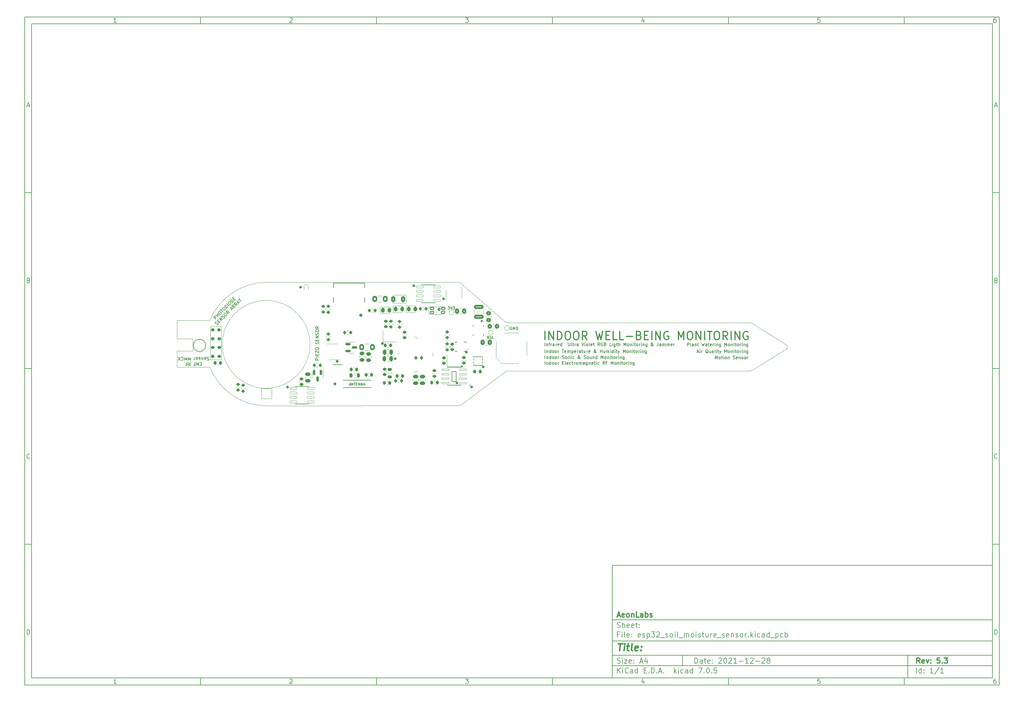
<source format=gbr>
%TF.GenerationSoftware,KiCad,Pcbnew,7.0.5*%
%TF.CreationDate,2023-06-02T10:03:58+02:00*%
%TF.ProjectId,esp32_soil_moisture_sensor,65737033-325f-4736-9f69-6c5f6d6f6973,5.3*%
%TF.SameCoordinates,Original*%
%TF.FileFunction,Legend,Top*%
%TF.FilePolarity,Positive*%
%FSLAX46Y46*%
G04 Gerber Fmt 4.6, Leading zero omitted, Abs format (unit mm)*
G04 Created by KiCad (PCBNEW 7.0.5) date 2023-06-02 10:03:58*
%MOMM*%
%LPD*%
G01*
G04 APERTURE LIST*
G04 Aperture macros list*
%AMRoundRect*
0 Rectangle with rounded corners*
0 $1 Rounding radius*
0 $2 $3 $4 $5 $6 $7 $8 $9 X,Y pos of 4 corners*
0 Add a 4 corners polygon primitive as box body*
4,1,4,$2,$3,$4,$5,$6,$7,$8,$9,$2,$3,0*
0 Add four circle primitives for the rounded corners*
1,1,$1+$1,$2,$3*
1,1,$1+$1,$4,$5*
1,1,$1+$1,$6,$7*
1,1,$1+$1,$8,$9*
0 Add four rect primitives between the rounded corners*
20,1,$1+$1,$2,$3,$4,$5,0*
20,1,$1+$1,$4,$5,$6,$7,0*
20,1,$1+$1,$6,$7,$8,$9,0*
20,1,$1+$1,$8,$9,$2,$3,0*%
%AMRotRect*
0 Rectangle, with rotation*
0 The origin of the aperture is its center*
0 $1 length*
0 $2 width*
0 $3 Rotation angle, in degrees counterclockwise*
0 Add horizontal line*
21,1,$1,$2,0,0,$3*%
G04 Aperture macros list end*
%ADD10C,0.100000*%
%ADD11C,0.150000*%
%ADD12C,0.300000*%
%ADD13C,0.400000*%
%ADD14C,0.200000*%
%ADD15C,0.120000*%
%ADD16C,0.127000*%
%ADD17C,0.381000*%
%ADD18C,0.250000*%
%ADD19RoundRect,0.225000X-0.225000X-0.250000X0.225000X-0.250000X0.225000X0.250000X-0.225000X0.250000X0*%
%ADD20R,0.550000X0.400000*%
%ADD21R,0.900000X1.400000*%
%ADD22RoundRect,0.225000X0.250000X-0.225000X0.250000X0.225000X-0.250000X0.225000X-0.250000X-0.225000X0*%
%ADD23RoundRect,0.225000X-0.250000X0.225000X-0.250000X-0.225000X0.250000X-0.225000X0.250000X0.225000X0*%
%ADD24R,2.500000X2.500000*%
%ADD25R,0.400000X5.700000*%
%ADD26RoundRect,0.250000X-0.250000X-0.475000X0.250000X-0.475000X0.250000X0.475000X-0.250000X0.475000X0*%
%ADD27R,1.400000X2.100000*%
%ADD28RoundRect,0.250000X-0.337500X-0.475000X0.337500X-0.475000X0.337500X0.475000X-0.337500X0.475000X0*%
%ADD29RoundRect,0.250000X0.375000X0.625000X-0.375000X0.625000X-0.375000X-0.625000X0.375000X-0.625000X0*%
%ADD30RoundRect,0.200000X-0.275000X0.200000X-0.275000X-0.200000X0.275000X-0.200000X0.275000X0.200000X0*%
%ADD31RoundRect,0.150000X-0.150000X0.587500X-0.150000X-0.587500X0.150000X-0.587500X0.150000X0.587500X0*%
%ADD32RoundRect,0.124800X-0.475200X-0.275200X0.475200X-0.275200X0.475200X0.275200X-0.475200X0.275200X0*%
%ADD33RoundRect,0.250001X-0.462499X-0.624999X0.462499X-0.624999X0.462499X0.624999X-0.462499X0.624999X0*%
%ADD34R,25.500000X0.400000*%
%ADD35C,2.800000*%
%ADD36RoundRect,0.218750X-0.218750X-0.381250X0.218750X-0.381250X0.218750X0.381250X-0.218750X0.381250X0*%
%ADD37RoundRect,0.250000X-0.450000X0.262500X-0.450000X-0.262500X0.450000X-0.262500X0.450000X0.262500X0*%
%ADD38R,1.300000X1.000000*%
%ADD39RoundRect,0.050000X-0.238649X-0.309359X0.309359X0.238649X0.238649X0.309359X-0.309359X-0.238649X0*%
%ADD40RoundRect,0.000250X0.000000X-0.000354X0.000354X0.000000X0.000000X0.000354X-0.000354X0.000000X0*%
%ADD41RoundRect,0.050000X0.238649X-0.309359X0.309359X-0.238649X-0.238649X0.309359X-0.309359X0.238649X0*%
%ADD42RotRect,5.600000X5.600000X45.000000*%
%ADD43RoundRect,0.250000X0.475000X-0.250000X0.475000X0.250000X-0.475000X0.250000X-0.475000X-0.250000X0*%
%ADD44RoundRect,0.041300X0.948700X0.253700X-0.948700X0.253700X-0.948700X-0.253700X0.948700X-0.253700X0*%
%ADD45RoundRect,0.098350X0.604150X1.437900X-0.604150X1.437900X-0.604150X-1.437900X0.604150X-1.437900X0*%
%ADD46RoundRect,0.243750X-0.243750X-0.456250X0.243750X-0.456250X0.243750X0.456250X-0.243750X0.456250X0*%
%ADD47RoundRect,0.250001X0.462499X0.624999X-0.462499X0.624999X-0.462499X-0.624999X0.462499X-0.624999X0*%
%ADD48RoundRect,0.250000X-0.450000X0.350000X-0.450000X-0.350000X0.450000X-0.350000X0.450000X0.350000X0*%
%ADD49R,0.420000X1.100000*%
%ADD50R,2.500000X1.600000*%
%ADD51RoundRect,0.200000X-0.200000X-0.275000X0.200000X-0.275000X0.200000X0.275000X-0.200000X0.275000X0*%
%ADD52C,0.700000*%
%ADD53R,0.600000X1.450000*%
%ADD54R,0.300000X1.450000*%
%ADD55O,1.050000X2.100000*%
%ADD56RoundRect,0.200000X-0.300000X-0.200000X0.300000X-0.200000X0.300000X0.200000X-0.300000X0.200000X0*%
%ADD57RoundRect,0.250000X-1.075000X0.375000X-1.075000X-0.375000X1.075000X-0.375000X1.075000X0.375000X0*%
%ADD58R,1.100000X2.250000*%
%ADD59R,1.050000X1.100000*%
%ADD60O,0.800000X1.500000*%
%ADD61R,0.500000X0.500000*%
%ADD62RoundRect,0.042000X-0.943000X-0.258000X0.943000X-0.258000X0.943000X0.258000X-0.943000X0.258000X0*%
%ADD63R,25.400000X0.400000*%
%ADD64C,1.000000*%
%ADD65R,0.400000X13.300000*%
%ADD66R,0.580000X0.350000*%
%ADD67R,0.350000X0.580000*%
%ADD68RoundRect,0.250000X0.350000X0.450000X-0.350000X0.450000X-0.350000X-0.450000X0.350000X-0.450000X0*%
%ADD69R,0.280000X0.850000*%
%ADD70R,0.850000X0.280000*%
%ADD71R,2.050000X2.050000*%
%ADD72R,0.400000X20.500000*%
%ADD73RoundRect,0.200000X0.275000X-0.200000X0.275000X0.200000X-0.275000X0.200000X-0.275000X-0.200000X0*%
%ADD74RoundRect,0.225000X0.225000X0.250000X-0.225000X0.250000X-0.225000X-0.250000X0.225000X-0.250000X0*%
%ADD75RoundRect,0.218750X0.381250X-0.218750X0.381250X0.218750X-0.381250X0.218750X-0.381250X-0.218750X0*%
%ADD76RoundRect,0.150000X-0.587500X-0.150000X0.587500X-0.150000X0.587500X0.150000X-0.587500X0.150000X0*%
%ADD77RoundRect,0.250000X0.337500X0.475000X-0.337500X0.475000X-0.337500X-0.475000X0.337500X-0.475000X0*%
%ADD78R,0.300000X0.800000*%
%ADD79R,1.900000X1.200000*%
%ADD80R,2.195000X2.195000*%
%TA.AperFunction,Profile*%
%ADD81C,0.050000*%
%TD*%
%TA.AperFunction,Profile*%
%ADD82C,0.100000*%
%TD*%
G04 APERTURE END LIST*
D10*
D11*
X177002200Y-166007200D02*
X285002200Y-166007200D01*
X285002200Y-198007200D01*
X177002200Y-198007200D01*
X177002200Y-166007200D01*
D10*
D11*
X10000000Y-10000000D02*
X287002200Y-10000000D01*
X287002200Y-200007200D01*
X10000000Y-200007200D01*
X10000000Y-10000000D01*
D10*
D11*
X12000000Y-12000000D02*
X285002200Y-12000000D01*
X285002200Y-198007200D01*
X12000000Y-198007200D01*
X12000000Y-12000000D01*
D10*
D11*
X60000000Y-12000000D02*
X60000000Y-10000000D01*
D10*
D11*
X110000000Y-12000000D02*
X110000000Y-10000000D01*
D10*
D11*
X160000000Y-12000000D02*
X160000000Y-10000000D01*
D10*
D11*
X210000000Y-12000000D02*
X210000000Y-10000000D01*
D10*
D11*
X260000000Y-12000000D02*
X260000000Y-10000000D01*
D10*
D11*
X36089160Y-11593604D02*
X35346303Y-11593604D01*
X35717731Y-11593604D02*
X35717731Y-10293604D01*
X35717731Y-10293604D02*
X35593922Y-10479319D01*
X35593922Y-10479319D02*
X35470112Y-10603128D01*
X35470112Y-10603128D02*
X35346303Y-10665033D01*
D10*
D11*
X85346303Y-10417414D02*
X85408207Y-10355509D01*
X85408207Y-10355509D02*
X85532017Y-10293604D01*
X85532017Y-10293604D02*
X85841541Y-10293604D01*
X85841541Y-10293604D02*
X85965350Y-10355509D01*
X85965350Y-10355509D02*
X86027255Y-10417414D01*
X86027255Y-10417414D02*
X86089160Y-10541223D01*
X86089160Y-10541223D02*
X86089160Y-10665033D01*
X86089160Y-10665033D02*
X86027255Y-10850747D01*
X86027255Y-10850747D02*
X85284398Y-11593604D01*
X85284398Y-11593604D02*
X86089160Y-11593604D01*
D10*
D11*
X135284398Y-10293604D02*
X136089160Y-10293604D01*
X136089160Y-10293604D02*
X135655826Y-10788842D01*
X135655826Y-10788842D02*
X135841541Y-10788842D01*
X135841541Y-10788842D02*
X135965350Y-10850747D01*
X135965350Y-10850747D02*
X136027255Y-10912652D01*
X136027255Y-10912652D02*
X136089160Y-11036461D01*
X136089160Y-11036461D02*
X136089160Y-11345985D01*
X136089160Y-11345985D02*
X136027255Y-11469795D01*
X136027255Y-11469795D02*
X135965350Y-11531700D01*
X135965350Y-11531700D02*
X135841541Y-11593604D01*
X135841541Y-11593604D02*
X135470112Y-11593604D01*
X135470112Y-11593604D02*
X135346303Y-11531700D01*
X135346303Y-11531700D02*
X135284398Y-11469795D01*
D10*
D11*
X185965350Y-10726938D02*
X185965350Y-11593604D01*
X185655826Y-10231700D02*
X185346303Y-11160271D01*
X185346303Y-11160271D02*
X186151064Y-11160271D01*
D10*
D11*
X236027255Y-10293604D02*
X235408207Y-10293604D01*
X235408207Y-10293604D02*
X235346303Y-10912652D01*
X235346303Y-10912652D02*
X235408207Y-10850747D01*
X235408207Y-10850747D02*
X235532017Y-10788842D01*
X235532017Y-10788842D02*
X235841541Y-10788842D01*
X235841541Y-10788842D02*
X235965350Y-10850747D01*
X235965350Y-10850747D02*
X236027255Y-10912652D01*
X236027255Y-10912652D02*
X236089160Y-11036461D01*
X236089160Y-11036461D02*
X236089160Y-11345985D01*
X236089160Y-11345985D02*
X236027255Y-11469795D01*
X236027255Y-11469795D02*
X235965350Y-11531700D01*
X235965350Y-11531700D02*
X235841541Y-11593604D01*
X235841541Y-11593604D02*
X235532017Y-11593604D01*
X235532017Y-11593604D02*
X235408207Y-11531700D01*
X235408207Y-11531700D02*
X235346303Y-11469795D01*
D10*
D11*
X285965350Y-10293604D02*
X285717731Y-10293604D01*
X285717731Y-10293604D02*
X285593922Y-10355509D01*
X285593922Y-10355509D02*
X285532017Y-10417414D01*
X285532017Y-10417414D02*
X285408207Y-10603128D01*
X285408207Y-10603128D02*
X285346303Y-10850747D01*
X285346303Y-10850747D02*
X285346303Y-11345985D01*
X285346303Y-11345985D02*
X285408207Y-11469795D01*
X285408207Y-11469795D02*
X285470112Y-11531700D01*
X285470112Y-11531700D02*
X285593922Y-11593604D01*
X285593922Y-11593604D02*
X285841541Y-11593604D01*
X285841541Y-11593604D02*
X285965350Y-11531700D01*
X285965350Y-11531700D02*
X286027255Y-11469795D01*
X286027255Y-11469795D02*
X286089160Y-11345985D01*
X286089160Y-11345985D02*
X286089160Y-11036461D01*
X286089160Y-11036461D02*
X286027255Y-10912652D01*
X286027255Y-10912652D02*
X285965350Y-10850747D01*
X285965350Y-10850747D02*
X285841541Y-10788842D01*
X285841541Y-10788842D02*
X285593922Y-10788842D01*
X285593922Y-10788842D02*
X285470112Y-10850747D01*
X285470112Y-10850747D02*
X285408207Y-10912652D01*
X285408207Y-10912652D02*
X285346303Y-11036461D01*
D10*
D11*
X60000000Y-198007200D02*
X60000000Y-200007200D01*
D10*
D11*
X110000000Y-198007200D02*
X110000000Y-200007200D01*
D10*
D11*
X160000000Y-198007200D02*
X160000000Y-200007200D01*
D10*
D11*
X210000000Y-198007200D02*
X210000000Y-200007200D01*
D10*
D11*
X260000000Y-198007200D02*
X260000000Y-200007200D01*
D10*
D11*
X36089160Y-199600804D02*
X35346303Y-199600804D01*
X35717731Y-199600804D02*
X35717731Y-198300804D01*
X35717731Y-198300804D02*
X35593922Y-198486519D01*
X35593922Y-198486519D02*
X35470112Y-198610328D01*
X35470112Y-198610328D02*
X35346303Y-198672233D01*
D10*
D11*
X85346303Y-198424614D02*
X85408207Y-198362709D01*
X85408207Y-198362709D02*
X85532017Y-198300804D01*
X85532017Y-198300804D02*
X85841541Y-198300804D01*
X85841541Y-198300804D02*
X85965350Y-198362709D01*
X85965350Y-198362709D02*
X86027255Y-198424614D01*
X86027255Y-198424614D02*
X86089160Y-198548423D01*
X86089160Y-198548423D02*
X86089160Y-198672233D01*
X86089160Y-198672233D02*
X86027255Y-198857947D01*
X86027255Y-198857947D02*
X85284398Y-199600804D01*
X85284398Y-199600804D02*
X86089160Y-199600804D01*
D10*
D11*
X135284398Y-198300804D02*
X136089160Y-198300804D01*
X136089160Y-198300804D02*
X135655826Y-198796042D01*
X135655826Y-198796042D02*
X135841541Y-198796042D01*
X135841541Y-198796042D02*
X135965350Y-198857947D01*
X135965350Y-198857947D02*
X136027255Y-198919852D01*
X136027255Y-198919852D02*
X136089160Y-199043661D01*
X136089160Y-199043661D02*
X136089160Y-199353185D01*
X136089160Y-199353185D02*
X136027255Y-199476995D01*
X136027255Y-199476995D02*
X135965350Y-199538900D01*
X135965350Y-199538900D02*
X135841541Y-199600804D01*
X135841541Y-199600804D02*
X135470112Y-199600804D01*
X135470112Y-199600804D02*
X135346303Y-199538900D01*
X135346303Y-199538900D02*
X135284398Y-199476995D01*
D10*
D11*
X185965350Y-198734138D02*
X185965350Y-199600804D01*
X185655826Y-198238900D02*
X185346303Y-199167471D01*
X185346303Y-199167471D02*
X186151064Y-199167471D01*
D10*
D11*
X236027255Y-198300804D02*
X235408207Y-198300804D01*
X235408207Y-198300804D02*
X235346303Y-198919852D01*
X235346303Y-198919852D02*
X235408207Y-198857947D01*
X235408207Y-198857947D02*
X235532017Y-198796042D01*
X235532017Y-198796042D02*
X235841541Y-198796042D01*
X235841541Y-198796042D02*
X235965350Y-198857947D01*
X235965350Y-198857947D02*
X236027255Y-198919852D01*
X236027255Y-198919852D02*
X236089160Y-199043661D01*
X236089160Y-199043661D02*
X236089160Y-199353185D01*
X236089160Y-199353185D02*
X236027255Y-199476995D01*
X236027255Y-199476995D02*
X235965350Y-199538900D01*
X235965350Y-199538900D02*
X235841541Y-199600804D01*
X235841541Y-199600804D02*
X235532017Y-199600804D01*
X235532017Y-199600804D02*
X235408207Y-199538900D01*
X235408207Y-199538900D02*
X235346303Y-199476995D01*
D10*
D11*
X285965350Y-198300804D02*
X285717731Y-198300804D01*
X285717731Y-198300804D02*
X285593922Y-198362709D01*
X285593922Y-198362709D02*
X285532017Y-198424614D01*
X285532017Y-198424614D02*
X285408207Y-198610328D01*
X285408207Y-198610328D02*
X285346303Y-198857947D01*
X285346303Y-198857947D02*
X285346303Y-199353185D01*
X285346303Y-199353185D02*
X285408207Y-199476995D01*
X285408207Y-199476995D02*
X285470112Y-199538900D01*
X285470112Y-199538900D02*
X285593922Y-199600804D01*
X285593922Y-199600804D02*
X285841541Y-199600804D01*
X285841541Y-199600804D02*
X285965350Y-199538900D01*
X285965350Y-199538900D02*
X286027255Y-199476995D01*
X286027255Y-199476995D02*
X286089160Y-199353185D01*
X286089160Y-199353185D02*
X286089160Y-199043661D01*
X286089160Y-199043661D02*
X286027255Y-198919852D01*
X286027255Y-198919852D02*
X285965350Y-198857947D01*
X285965350Y-198857947D02*
X285841541Y-198796042D01*
X285841541Y-198796042D02*
X285593922Y-198796042D01*
X285593922Y-198796042D02*
X285470112Y-198857947D01*
X285470112Y-198857947D02*
X285408207Y-198919852D01*
X285408207Y-198919852D02*
X285346303Y-199043661D01*
D10*
D11*
X10000000Y-60000000D02*
X12000000Y-60000000D01*
D10*
D11*
X10000000Y-110000000D02*
X12000000Y-110000000D01*
D10*
D11*
X10000000Y-160000000D02*
X12000000Y-160000000D01*
D10*
D11*
X10690476Y-35222176D02*
X11309523Y-35222176D01*
X10566666Y-35593604D02*
X10999999Y-34293604D01*
X10999999Y-34293604D02*
X11433333Y-35593604D01*
D10*
D11*
X11092857Y-84912652D02*
X11278571Y-84974557D01*
X11278571Y-84974557D02*
X11340476Y-85036461D01*
X11340476Y-85036461D02*
X11402380Y-85160271D01*
X11402380Y-85160271D02*
X11402380Y-85345985D01*
X11402380Y-85345985D02*
X11340476Y-85469795D01*
X11340476Y-85469795D02*
X11278571Y-85531700D01*
X11278571Y-85531700D02*
X11154761Y-85593604D01*
X11154761Y-85593604D02*
X10659523Y-85593604D01*
X10659523Y-85593604D02*
X10659523Y-84293604D01*
X10659523Y-84293604D02*
X11092857Y-84293604D01*
X11092857Y-84293604D02*
X11216666Y-84355509D01*
X11216666Y-84355509D02*
X11278571Y-84417414D01*
X11278571Y-84417414D02*
X11340476Y-84541223D01*
X11340476Y-84541223D02*
X11340476Y-84665033D01*
X11340476Y-84665033D02*
X11278571Y-84788842D01*
X11278571Y-84788842D02*
X11216666Y-84850747D01*
X11216666Y-84850747D02*
X11092857Y-84912652D01*
X11092857Y-84912652D02*
X10659523Y-84912652D01*
D10*
D11*
X11402380Y-135469795D02*
X11340476Y-135531700D01*
X11340476Y-135531700D02*
X11154761Y-135593604D01*
X11154761Y-135593604D02*
X11030952Y-135593604D01*
X11030952Y-135593604D02*
X10845238Y-135531700D01*
X10845238Y-135531700D02*
X10721428Y-135407890D01*
X10721428Y-135407890D02*
X10659523Y-135284080D01*
X10659523Y-135284080D02*
X10597619Y-135036461D01*
X10597619Y-135036461D02*
X10597619Y-134850747D01*
X10597619Y-134850747D02*
X10659523Y-134603128D01*
X10659523Y-134603128D02*
X10721428Y-134479319D01*
X10721428Y-134479319D02*
X10845238Y-134355509D01*
X10845238Y-134355509D02*
X11030952Y-134293604D01*
X11030952Y-134293604D02*
X11154761Y-134293604D01*
X11154761Y-134293604D02*
X11340476Y-134355509D01*
X11340476Y-134355509D02*
X11402380Y-134417414D01*
D10*
D11*
X10659523Y-185593604D02*
X10659523Y-184293604D01*
X10659523Y-184293604D02*
X10969047Y-184293604D01*
X10969047Y-184293604D02*
X11154761Y-184355509D01*
X11154761Y-184355509D02*
X11278571Y-184479319D01*
X11278571Y-184479319D02*
X11340476Y-184603128D01*
X11340476Y-184603128D02*
X11402380Y-184850747D01*
X11402380Y-184850747D02*
X11402380Y-185036461D01*
X11402380Y-185036461D02*
X11340476Y-185284080D01*
X11340476Y-185284080D02*
X11278571Y-185407890D01*
X11278571Y-185407890D02*
X11154761Y-185531700D01*
X11154761Y-185531700D02*
X10969047Y-185593604D01*
X10969047Y-185593604D02*
X10659523Y-185593604D01*
D10*
D11*
X287002200Y-60000000D02*
X285002200Y-60000000D01*
D10*
D11*
X287002200Y-110000000D02*
X285002200Y-110000000D01*
D10*
D11*
X287002200Y-160000000D02*
X285002200Y-160000000D01*
D10*
D11*
X285692676Y-35222176D02*
X286311723Y-35222176D01*
X285568866Y-35593604D02*
X286002199Y-34293604D01*
X286002199Y-34293604D02*
X286435533Y-35593604D01*
D10*
D11*
X286095057Y-84912652D02*
X286280771Y-84974557D01*
X286280771Y-84974557D02*
X286342676Y-85036461D01*
X286342676Y-85036461D02*
X286404580Y-85160271D01*
X286404580Y-85160271D02*
X286404580Y-85345985D01*
X286404580Y-85345985D02*
X286342676Y-85469795D01*
X286342676Y-85469795D02*
X286280771Y-85531700D01*
X286280771Y-85531700D02*
X286156961Y-85593604D01*
X286156961Y-85593604D02*
X285661723Y-85593604D01*
X285661723Y-85593604D02*
X285661723Y-84293604D01*
X285661723Y-84293604D02*
X286095057Y-84293604D01*
X286095057Y-84293604D02*
X286218866Y-84355509D01*
X286218866Y-84355509D02*
X286280771Y-84417414D01*
X286280771Y-84417414D02*
X286342676Y-84541223D01*
X286342676Y-84541223D02*
X286342676Y-84665033D01*
X286342676Y-84665033D02*
X286280771Y-84788842D01*
X286280771Y-84788842D02*
X286218866Y-84850747D01*
X286218866Y-84850747D02*
X286095057Y-84912652D01*
X286095057Y-84912652D02*
X285661723Y-84912652D01*
D10*
D11*
X286404580Y-135469795D02*
X286342676Y-135531700D01*
X286342676Y-135531700D02*
X286156961Y-135593604D01*
X286156961Y-135593604D02*
X286033152Y-135593604D01*
X286033152Y-135593604D02*
X285847438Y-135531700D01*
X285847438Y-135531700D02*
X285723628Y-135407890D01*
X285723628Y-135407890D02*
X285661723Y-135284080D01*
X285661723Y-135284080D02*
X285599819Y-135036461D01*
X285599819Y-135036461D02*
X285599819Y-134850747D01*
X285599819Y-134850747D02*
X285661723Y-134603128D01*
X285661723Y-134603128D02*
X285723628Y-134479319D01*
X285723628Y-134479319D02*
X285847438Y-134355509D01*
X285847438Y-134355509D02*
X286033152Y-134293604D01*
X286033152Y-134293604D02*
X286156961Y-134293604D01*
X286156961Y-134293604D02*
X286342676Y-134355509D01*
X286342676Y-134355509D02*
X286404580Y-134417414D01*
D10*
D11*
X285661723Y-185593604D02*
X285661723Y-184293604D01*
X285661723Y-184293604D02*
X285971247Y-184293604D01*
X285971247Y-184293604D02*
X286156961Y-184355509D01*
X286156961Y-184355509D02*
X286280771Y-184479319D01*
X286280771Y-184479319D02*
X286342676Y-184603128D01*
X286342676Y-184603128D02*
X286404580Y-184850747D01*
X286404580Y-184850747D02*
X286404580Y-185036461D01*
X286404580Y-185036461D02*
X286342676Y-185284080D01*
X286342676Y-185284080D02*
X286280771Y-185407890D01*
X286280771Y-185407890D02*
X286156961Y-185531700D01*
X286156961Y-185531700D02*
X285971247Y-185593604D01*
X285971247Y-185593604D02*
X285661723Y-185593604D01*
D10*
D11*
X200458026Y-193793328D02*
X200458026Y-192293328D01*
X200458026Y-192293328D02*
X200815169Y-192293328D01*
X200815169Y-192293328D02*
X201029455Y-192364757D01*
X201029455Y-192364757D02*
X201172312Y-192507614D01*
X201172312Y-192507614D02*
X201243741Y-192650471D01*
X201243741Y-192650471D02*
X201315169Y-192936185D01*
X201315169Y-192936185D02*
X201315169Y-193150471D01*
X201315169Y-193150471D02*
X201243741Y-193436185D01*
X201243741Y-193436185D02*
X201172312Y-193579042D01*
X201172312Y-193579042D02*
X201029455Y-193721900D01*
X201029455Y-193721900D02*
X200815169Y-193793328D01*
X200815169Y-193793328D02*
X200458026Y-193793328D01*
X202600884Y-193793328D02*
X202600884Y-193007614D01*
X202600884Y-193007614D02*
X202529455Y-192864757D01*
X202529455Y-192864757D02*
X202386598Y-192793328D01*
X202386598Y-192793328D02*
X202100884Y-192793328D01*
X202100884Y-192793328D02*
X201958026Y-192864757D01*
X202600884Y-193721900D02*
X202458026Y-193793328D01*
X202458026Y-193793328D02*
X202100884Y-193793328D01*
X202100884Y-193793328D02*
X201958026Y-193721900D01*
X201958026Y-193721900D02*
X201886598Y-193579042D01*
X201886598Y-193579042D02*
X201886598Y-193436185D01*
X201886598Y-193436185D02*
X201958026Y-193293328D01*
X201958026Y-193293328D02*
X202100884Y-193221900D01*
X202100884Y-193221900D02*
X202458026Y-193221900D01*
X202458026Y-193221900D02*
X202600884Y-193150471D01*
X203100884Y-192793328D02*
X203672312Y-192793328D01*
X203315169Y-192293328D02*
X203315169Y-193579042D01*
X203315169Y-193579042D02*
X203386598Y-193721900D01*
X203386598Y-193721900D02*
X203529455Y-193793328D01*
X203529455Y-193793328D02*
X203672312Y-193793328D01*
X204743741Y-193721900D02*
X204600884Y-193793328D01*
X204600884Y-193793328D02*
X204315170Y-193793328D01*
X204315170Y-193793328D02*
X204172312Y-193721900D01*
X204172312Y-193721900D02*
X204100884Y-193579042D01*
X204100884Y-193579042D02*
X204100884Y-193007614D01*
X204100884Y-193007614D02*
X204172312Y-192864757D01*
X204172312Y-192864757D02*
X204315170Y-192793328D01*
X204315170Y-192793328D02*
X204600884Y-192793328D01*
X204600884Y-192793328D02*
X204743741Y-192864757D01*
X204743741Y-192864757D02*
X204815170Y-193007614D01*
X204815170Y-193007614D02*
X204815170Y-193150471D01*
X204815170Y-193150471D02*
X204100884Y-193293328D01*
X205458026Y-193650471D02*
X205529455Y-193721900D01*
X205529455Y-193721900D02*
X205458026Y-193793328D01*
X205458026Y-193793328D02*
X205386598Y-193721900D01*
X205386598Y-193721900D02*
X205458026Y-193650471D01*
X205458026Y-193650471D02*
X205458026Y-193793328D01*
X205458026Y-192864757D02*
X205529455Y-192936185D01*
X205529455Y-192936185D02*
X205458026Y-193007614D01*
X205458026Y-193007614D02*
X205386598Y-192936185D01*
X205386598Y-192936185D02*
X205458026Y-192864757D01*
X205458026Y-192864757D02*
X205458026Y-193007614D01*
X207243741Y-192436185D02*
X207315169Y-192364757D01*
X207315169Y-192364757D02*
X207458027Y-192293328D01*
X207458027Y-192293328D02*
X207815169Y-192293328D01*
X207815169Y-192293328D02*
X207958027Y-192364757D01*
X207958027Y-192364757D02*
X208029455Y-192436185D01*
X208029455Y-192436185D02*
X208100884Y-192579042D01*
X208100884Y-192579042D02*
X208100884Y-192721900D01*
X208100884Y-192721900D02*
X208029455Y-192936185D01*
X208029455Y-192936185D02*
X207172312Y-193793328D01*
X207172312Y-193793328D02*
X208100884Y-193793328D01*
X209029455Y-192293328D02*
X209172312Y-192293328D01*
X209172312Y-192293328D02*
X209315169Y-192364757D01*
X209315169Y-192364757D02*
X209386598Y-192436185D01*
X209386598Y-192436185D02*
X209458026Y-192579042D01*
X209458026Y-192579042D02*
X209529455Y-192864757D01*
X209529455Y-192864757D02*
X209529455Y-193221900D01*
X209529455Y-193221900D02*
X209458026Y-193507614D01*
X209458026Y-193507614D02*
X209386598Y-193650471D01*
X209386598Y-193650471D02*
X209315169Y-193721900D01*
X209315169Y-193721900D02*
X209172312Y-193793328D01*
X209172312Y-193793328D02*
X209029455Y-193793328D01*
X209029455Y-193793328D02*
X208886598Y-193721900D01*
X208886598Y-193721900D02*
X208815169Y-193650471D01*
X208815169Y-193650471D02*
X208743740Y-193507614D01*
X208743740Y-193507614D02*
X208672312Y-193221900D01*
X208672312Y-193221900D02*
X208672312Y-192864757D01*
X208672312Y-192864757D02*
X208743740Y-192579042D01*
X208743740Y-192579042D02*
X208815169Y-192436185D01*
X208815169Y-192436185D02*
X208886598Y-192364757D01*
X208886598Y-192364757D02*
X209029455Y-192293328D01*
X210100883Y-192436185D02*
X210172311Y-192364757D01*
X210172311Y-192364757D02*
X210315169Y-192293328D01*
X210315169Y-192293328D02*
X210672311Y-192293328D01*
X210672311Y-192293328D02*
X210815169Y-192364757D01*
X210815169Y-192364757D02*
X210886597Y-192436185D01*
X210886597Y-192436185D02*
X210958026Y-192579042D01*
X210958026Y-192579042D02*
X210958026Y-192721900D01*
X210958026Y-192721900D02*
X210886597Y-192936185D01*
X210886597Y-192936185D02*
X210029454Y-193793328D01*
X210029454Y-193793328D02*
X210958026Y-193793328D01*
X212386597Y-193793328D02*
X211529454Y-193793328D01*
X211958025Y-193793328D02*
X211958025Y-192293328D01*
X211958025Y-192293328D02*
X211815168Y-192507614D01*
X211815168Y-192507614D02*
X211672311Y-192650471D01*
X211672311Y-192650471D02*
X211529454Y-192721900D01*
X213029453Y-193221900D02*
X214172311Y-193221900D01*
X215672311Y-193793328D02*
X214815168Y-193793328D01*
X215243739Y-193793328D02*
X215243739Y-192293328D01*
X215243739Y-192293328D02*
X215100882Y-192507614D01*
X215100882Y-192507614D02*
X214958025Y-192650471D01*
X214958025Y-192650471D02*
X214815168Y-192721900D01*
X216243739Y-192436185D02*
X216315167Y-192364757D01*
X216315167Y-192364757D02*
X216458025Y-192293328D01*
X216458025Y-192293328D02*
X216815167Y-192293328D01*
X216815167Y-192293328D02*
X216958025Y-192364757D01*
X216958025Y-192364757D02*
X217029453Y-192436185D01*
X217029453Y-192436185D02*
X217100882Y-192579042D01*
X217100882Y-192579042D02*
X217100882Y-192721900D01*
X217100882Y-192721900D02*
X217029453Y-192936185D01*
X217029453Y-192936185D02*
X216172310Y-193793328D01*
X216172310Y-193793328D02*
X217100882Y-193793328D01*
X217743738Y-193221900D02*
X218886596Y-193221900D01*
X219529453Y-192436185D02*
X219600881Y-192364757D01*
X219600881Y-192364757D02*
X219743739Y-192293328D01*
X219743739Y-192293328D02*
X220100881Y-192293328D01*
X220100881Y-192293328D02*
X220243739Y-192364757D01*
X220243739Y-192364757D02*
X220315167Y-192436185D01*
X220315167Y-192436185D02*
X220386596Y-192579042D01*
X220386596Y-192579042D02*
X220386596Y-192721900D01*
X220386596Y-192721900D02*
X220315167Y-192936185D01*
X220315167Y-192936185D02*
X219458024Y-193793328D01*
X219458024Y-193793328D02*
X220386596Y-193793328D01*
X221243738Y-192936185D02*
X221100881Y-192864757D01*
X221100881Y-192864757D02*
X221029452Y-192793328D01*
X221029452Y-192793328D02*
X220958024Y-192650471D01*
X220958024Y-192650471D02*
X220958024Y-192579042D01*
X220958024Y-192579042D02*
X221029452Y-192436185D01*
X221029452Y-192436185D02*
X221100881Y-192364757D01*
X221100881Y-192364757D02*
X221243738Y-192293328D01*
X221243738Y-192293328D02*
X221529452Y-192293328D01*
X221529452Y-192293328D02*
X221672310Y-192364757D01*
X221672310Y-192364757D02*
X221743738Y-192436185D01*
X221743738Y-192436185D02*
X221815167Y-192579042D01*
X221815167Y-192579042D02*
X221815167Y-192650471D01*
X221815167Y-192650471D02*
X221743738Y-192793328D01*
X221743738Y-192793328D02*
X221672310Y-192864757D01*
X221672310Y-192864757D02*
X221529452Y-192936185D01*
X221529452Y-192936185D02*
X221243738Y-192936185D01*
X221243738Y-192936185D02*
X221100881Y-193007614D01*
X221100881Y-193007614D02*
X221029452Y-193079042D01*
X221029452Y-193079042D02*
X220958024Y-193221900D01*
X220958024Y-193221900D02*
X220958024Y-193507614D01*
X220958024Y-193507614D02*
X221029452Y-193650471D01*
X221029452Y-193650471D02*
X221100881Y-193721900D01*
X221100881Y-193721900D02*
X221243738Y-193793328D01*
X221243738Y-193793328D02*
X221529452Y-193793328D01*
X221529452Y-193793328D02*
X221672310Y-193721900D01*
X221672310Y-193721900D02*
X221743738Y-193650471D01*
X221743738Y-193650471D02*
X221815167Y-193507614D01*
X221815167Y-193507614D02*
X221815167Y-193221900D01*
X221815167Y-193221900D02*
X221743738Y-193079042D01*
X221743738Y-193079042D02*
X221672310Y-193007614D01*
X221672310Y-193007614D02*
X221529452Y-192936185D01*
D10*
D11*
X177002200Y-194507200D02*
X285002200Y-194507200D01*
D10*
D11*
X178458026Y-196593328D02*
X178458026Y-195093328D01*
X179315169Y-196593328D02*
X178672312Y-195736185D01*
X179315169Y-195093328D02*
X178458026Y-195950471D01*
X179958026Y-196593328D02*
X179958026Y-195593328D01*
X179958026Y-195093328D02*
X179886598Y-195164757D01*
X179886598Y-195164757D02*
X179958026Y-195236185D01*
X179958026Y-195236185D02*
X180029455Y-195164757D01*
X180029455Y-195164757D02*
X179958026Y-195093328D01*
X179958026Y-195093328D02*
X179958026Y-195236185D01*
X181529455Y-196450471D02*
X181458027Y-196521900D01*
X181458027Y-196521900D02*
X181243741Y-196593328D01*
X181243741Y-196593328D02*
X181100884Y-196593328D01*
X181100884Y-196593328D02*
X180886598Y-196521900D01*
X180886598Y-196521900D02*
X180743741Y-196379042D01*
X180743741Y-196379042D02*
X180672312Y-196236185D01*
X180672312Y-196236185D02*
X180600884Y-195950471D01*
X180600884Y-195950471D02*
X180600884Y-195736185D01*
X180600884Y-195736185D02*
X180672312Y-195450471D01*
X180672312Y-195450471D02*
X180743741Y-195307614D01*
X180743741Y-195307614D02*
X180886598Y-195164757D01*
X180886598Y-195164757D02*
X181100884Y-195093328D01*
X181100884Y-195093328D02*
X181243741Y-195093328D01*
X181243741Y-195093328D02*
X181458027Y-195164757D01*
X181458027Y-195164757D02*
X181529455Y-195236185D01*
X182815170Y-196593328D02*
X182815170Y-195807614D01*
X182815170Y-195807614D02*
X182743741Y-195664757D01*
X182743741Y-195664757D02*
X182600884Y-195593328D01*
X182600884Y-195593328D02*
X182315170Y-195593328D01*
X182315170Y-195593328D02*
X182172312Y-195664757D01*
X182815170Y-196521900D02*
X182672312Y-196593328D01*
X182672312Y-196593328D02*
X182315170Y-196593328D01*
X182315170Y-196593328D02*
X182172312Y-196521900D01*
X182172312Y-196521900D02*
X182100884Y-196379042D01*
X182100884Y-196379042D02*
X182100884Y-196236185D01*
X182100884Y-196236185D02*
X182172312Y-196093328D01*
X182172312Y-196093328D02*
X182315170Y-196021900D01*
X182315170Y-196021900D02*
X182672312Y-196021900D01*
X182672312Y-196021900D02*
X182815170Y-195950471D01*
X184172313Y-196593328D02*
X184172313Y-195093328D01*
X184172313Y-196521900D02*
X184029455Y-196593328D01*
X184029455Y-196593328D02*
X183743741Y-196593328D01*
X183743741Y-196593328D02*
X183600884Y-196521900D01*
X183600884Y-196521900D02*
X183529455Y-196450471D01*
X183529455Y-196450471D02*
X183458027Y-196307614D01*
X183458027Y-196307614D02*
X183458027Y-195879042D01*
X183458027Y-195879042D02*
X183529455Y-195736185D01*
X183529455Y-195736185D02*
X183600884Y-195664757D01*
X183600884Y-195664757D02*
X183743741Y-195593328D01*
X183743741Y-195593328D02*
X184029455Y-195593328D01*
X184029455Y-195593328D02*
X184172313Y-195664757D01*
X186029455Y-195807614D02*
X186529455Y-195807614D01*
X186743741Y-196593328D02*
X186029455Y-196593328D01*
X186029455Y-196593328D02*
X186029455Y-195093328D01*
X186029455Y-195093328D02*
X186743741Y-195093328D01*
X187386598Y-196450471D02*
X187458027Y-196521900D01*
X187458027Y-196521900D02*
X187386598Y-196593328D01*
X187386598Y-196593328D02*
X187315170Y-196521900D01*
X187315170Y-196521900D02*
X187386598Y-196450471D01*
X187386598Y-196450471D02*
X187386598Y-196593328D01*
X188100884Y-196593328D02*
X188100884Y-195093328D01*
X188100884Y-195093328D02*
X188458027Y-195093328D01*
X188458027Y-195093328D02*
X188672313Y-195164757D01*
X188672313Y-195164757D02*
X188815170Y-195307614D01*
X188815170Y-195307614D02*
X188886599Y-195450471D01*
X188886599Y-195450471D02*
X188958027Y-195736185D01*
X188958027Y-195736185D02*
X188958027Y-195950471D01*
X188958027Y-195950471D02*
X188886599Y-196236185D01*
X188886599Y-196236185D02*
X188815170Y-196379042D01*
X188815170Y-196379042D02*
X188672313Y-196521900D01*
X188672313Y-196521900D02*
X188458027Y-196593328D01*
X188458027Y-196593328D02*
X188100884Y-196593328D01*
X189600884Y-196450471D02*
X189672313Y-196521900D01*
X189672313Y-196521900D02*
X189600884Y-196593328D01*
X189600884Y-196593328D02*
X189529456Y-196521900D01*
X189529456Y-196521900D02*
X189600884Y-196450471D01*
X189600884Y-196450471D02*
X189600884Y-196593328D01*
X190243742Y-196164757D02*
X190958028Y-196164757D01*
X190100885Y-196593328D02*
X190600885Y-195093328D01*
X190600885Y-195093328D02*
X191100885Y-196593328D01*
X191600884Y-196450471D02*
X191672313Y-196521900D01*
X191672313Y-196521900D02*
X191600884Y-196593328D01*
X191600884Y-196593328D02*
X191529456Y-196521900D01*
X191529456Y-196521900D02*
X191600884Y-196450471D01*
X191600884Y-196450471D02*
X191600884Y-196593328D01*
X194600884Y-196593328D02*
X194600884Y-195093328D01*
X194743742Y-196021900D02*
X195172313Y-196593328D01*
X195172313Y-195593328D02*
X194600884Y-196164757D01*
X195815170Y-196593328D02*
X195815170Y-195593328D01*
X195815170Y-195093328D02*
X195743742Y-195164757D01*
X195743742Y-195164757D02*
X195815170Y-195236185D01*
X195815170Y-195236185D02*
X195886599Y-195164757D01*
X195886599Y-195164757D02*
X195815170Y-195093328D01*
X195815170Y-195093328D02*
X195815170Y-195236185D01*
X197172314Y-196521900D02*
X197029456Y-196593328D01*
X197029456Y-196593328D02*
X196743742Y-196593328D01*
X196743742Y-196593328D02*
X196600885Y-196521900D01*
X196600885Y-196521900D02*
X196529456Y-196450471D01*
X196529456Y-196450471D02*
X196458028Y-196307614D01*
X196458028Y-196307614D02*
X196458028Y-195879042D01*
X196458028Y-195879042D02*
X196529456Y-195736185D01*
X196529456Y-195736185D02*
X196600885Y-195664757D01*
X196600885Y-195664757D02*
X196743742Y-195593328D01*
X196743742Y-195593328D02*
X197029456Y-195593328D01*
X197029456Y-195593328D02*
X197172314Y-195664757D01*
X198458028Y-196593328D02*
X198458028Y-195807614D01*
X198458028Y-195807614D02*
X198386599Y-195664757D01*
X198386599Y-195664757D02*
X198243742Y-195593328D01*
X198243742Y-195593328D02*
X197958028Y-195593328D01*
X197958028Y-195593328D02*
X197815170Y-195664757D01*
X198458028Y-196521900D02*
X198315170Y-196593328D01*
X198315170Y-196593328D02*
X197958028Y-196593328D01*
X197958028Y-196593328D02*
X197815170Y-196521900D01*
X197815170Y-196521900D02*
X197743742Y-196379042D01*
X197743742Y-196379042D02*
X197743742Y-196236185D01*
X197743742Y-196236185D02*
X197815170Y-196093328D01*
X197815170Y-196093328D02*
X197958028Y-196021900D01*
X197958028Y-196021900D02*
X198315170Y-196021900D01*
X198315170Y-196021900D02*
X198458028Y-195950471D01*
X199815171Y-196593328D02*
X199815171Y-195093328D01*
X199815171Y-196521900D02*
X199672313Y-196593328D01*
X199672313Y-196593328D02*
X199386599Y-196593328D01*
X199386599Y-196593328D02*
X199243742Y-196521900D01*
X199243742Y-196521900D02*
X199172313Y-196450471D01*
X199172313Y-196450471D02*
X199100885Y-196307614D01*
X199100885Y-196307614D02*
X199100885Y-195879042D01*
X199100885Y-195879042D02*
X199172313Y-195736185D01*
X199172313Y-195736185D02*
X199243742Y-195664757D01*
X199243742Y-195664757D02*
X199386599Y-195593328D01*
X199386599Y-195593328D02*
X199672313Y-195593328D01*
X199672313Y-195593328D02*
X199815171Y-195664757D01*
X201529456Y-195093328D02*
X202529456Y-195093328D01*
X202529456Y-195093328D02*
X201886599Y-196593328D01*
X203100884Y-196450471D02*
X203172313Y-196521900D01*
X203172313Y-196521900D02*
X203100884Y-196593328D01*
X203100884Y-196593328D02*
X203029456Y-196521900D01*
X203029456Y-196521900D02*
X203100884Y-196450471D01*
X203100884Y-196450471D02*
X203100884Y-196593328D01*
X204100885Y-195093328D02*
X204243742Y-195093328D01*
X204243742Y-195093328D02*
X204386599Y-195164757D01*
X204386599Y-195164757D02*
X204458028Y-195236185D01*
X204458028Y-195236185D02*
X204529456Y-195379042D01*
X204529456Y-195379042D02*
X204600885Y-195664757D01*
X204600885Y-195664757D02*
X204600885Y-196021900D01*
X204600885Y-196021900D02*
X204529456Y-196307614D01*
X204529456Y-196307614D02*
X204458028Y-196450471D01*
X204458028Y-196450471D02*
X204386599Y-196521900D01*
X204386599Y-196521900D02*
X204243742Y-196593328D01*
X204243742Y-196593328D02*
X204100885Y-196593328D01*
X204100885Y-196593328D02*
X203958028Y-196521900D01*
X203958028Y-196521900D02*
X203886599Y-196450471D01*
X203886599Y-196450471D02*
X203815170Y-196307614D01*
X203815170Y-196307614D02*
X203743742Y-196021900D01*
X203743742Y-196021900D02*
X203743742Y-195664757D01*
X203743742Y-195664757D02*
X203815170Y-195379042D01*
X203815170Y-195379042D02*
X203886599Y-195236185D01*
X203886599Y-195236185D02*
X203958028Y-195164757D01*
X203958028Y-195164757D02*
X204100885Y-195093328D01*
X205243741Y-196450471D02*
X205315170Y-196521900D01*
X205315170Y-196521900D02*
X205243741Y-196593328D01*
X205243741Y-196593328D02*
X205172313Y-196521900D01*
X205172313Y-196521900D02*
X205243741Y-196450471D01*
X205243741Y-196450471D02*
X205243741Y-196593328D01*
X206672313Y-195093328D02*
X205958027Y-195093328D01*
X205958027Y-195093328D02*
X205886599Y-195807614D01*
X205886599Y-195807614D02*
X205958027Y-195736185D01*
X205958027Y-195736185D02*
X206100885Y-195664757D01*
X206100885Y-195664757D02*
X206458027Y-195664757D01*
X206458027Y-195664757D02*
X206600885Y-195736185D01*
X206600885Y-195736185D02*
X206672313Y-195807614D01*
X206672313Y-195807614D02*
X206743742Y-195950471D01*
X206743742Y-195950471D02*
X206743742Y-196307614D01*
X206743742Y-196307614D02*
X206672313Y-196450471D01*
X206672313Y-196450471D02*
X206600885Y-196521900D01*
X206600885Y-196521900D02*
X206458027Y-196593328D01*
X206458027Y-196593328D02*
X206100885Y-196593328D01*
X206100885Y-196593328D02*
X205958027Y-196521900D01*
X205958027Y-196521900D02*
X205886599Y-196450471D01*
D10*
D11*
X177002200Y-191507200D02*
X285002200Y-191507200D01*
D10*
D12*
X264413853Y-193785528D02*
X263913853Y-193071242D01*
X263556710Y-193785528D02*
X263556710Y-192285528D01*
X263556710Y-192285528D02*
X264128139Y-192285528D01*
X264128139Y-192285528D02*
X264270996Y-192356957D01*
X264270996Y-192356957D02*
X264342425Y-192428385D01*
X264342425Y-192428385D02*
X264413853Y-192571242D01*
X264413853Y-192571242D02*
X264413853Y-192785528D01*
X264413853Y-192785528D02*
X264342425Y-192928385D01*
X264342425Y-192928385D02*
X264270996Y-192999814D01*
X264270996Y-192999814D02*
X264128139Y-193071242D01*
X264128139Y-193071242D02*
X263556710Y-193071242D01*
X265628139Y-193714100D02*
X265485282Y-193785528D01*
X265485282Y-193785528D02*
X265199568Y-193785528D01*
X265199568Y-193785528D02*
X265056710Y-193714100D01*
X265056710Y-193714100D02*
X264985282Y-193571242D01*
X264985282Y-193571242D02*
X264985282Y-192999814D01*
X264985282Y-192999814D02*
X265056710Y-192856957D01*
X265056710Y-192856957D02*
X265199568Y-192785528D01*
X265199568Y-192785528D02*
X265485282Y-192785528D01*
X265485282Y-192785528D02*
X265628139Y-192856957D01*
X265628139Y-192856957D02*
X265699568Y-192999814D01*
X265699568Y-192999814D02*
X265699568Y-193142671D01*
X265699568Y-193142671D02*
X264985282Y-193285528D01*
X266199567Y-192785528D02*
X266556710Y-193785528D01*
X266556710Y-193785528D02*
X266913853Y-192785528D01*
X267485281Y-193642671D02*
X267556710Y-193714100D01*
X267556710Y-193714100D02*
X267485281Y-193785528D01*
X267485281Y-193785528D02*
X267413853Y-193714100D01*
X267413853Y-193714100D02*
X267485281Y-193642671D01*
X267485281Y-193642671D02*
X267485281Y-193785528D01*
X267485281Y-192856957D02*
X267556710Y-192928385D01*
X267556710Y-192928385D02*
X267485281Y-192999814D01*
X267485281Y-192999814D02*
X267413853Y-192928385D01*
X267413853Y-192928385D02*
X267485281Y-192856957D01*
X267485281Y-192856957D02*
X267485281Y-192999814D01*
X270056710Y-192285528D02*
X269342424Y-192285528D01*
X269342424Y-192285528D02*
X269270996Y-192999814D01*
X269270996Y-192999814D02*
X269342424Y-192928385D01*
X269342424Y-192928385D02*
X269485282Y-192856957D01*
X269485282Y-192856957D02*
X269842424Y-192856957D01*
X269842424Y-192856957D02*
X269985282Y-192928385D01*
X269985282Y-192928385D02*
X270056710Y-192999814D01*
X270056710Y-192999814D02*
X270128139Y-193142671D01*
X270128139Y-193142671D02*
X270128139Y-193499814D01*
X270128139Y-193499814D02*
X270056710Y-193642671D01*
X270056710Y-193642671D02*
X269985282Y-193714100D01*
X269985282Y-193714100D02*
X269842424Y-193785528D01*
X269842424Y-193785528D02*
X269485282Y-193785528D01*
X269485282Y-193785528D02*
X269342424Y-193714100D01*
X269342424Y-193714100D02*
X269270996Y-193642671D01*
X270770995Y-193642671D02*
X270842424Y-193714100D01*
X270842424Y-193714100D02*
X270770995Y-193785528D01*
X270770995Y-193785528D02*
X270699567Y-193714100D01*
X270699567Y-193714100D02*
X270770995Y-193642671D01*
X270770995Y-193642671D02*
X270770995Y-193785528D01*
X271342424Y-192285528D02*
X272270996Y-192285528D01*
X272270996Y-192285528D02*
X271770996Y-192856957D01*
X271770996Y-192856957D02*
X271985281Y-192856957D01*
X271985281Y-192856957D02*
X272128139Y-192928385D01*
X272128139Y-192928385D02*
X272199567Y-192999814D01*
X272199567Y-192999814D02*
X272270996Y-193142671D01*
X272270996Y-193142671D02*
X272270996Y-193499814D01*
X272270996Y-193499814D02*
X272199567Y-193642671D01*
X272199567Y-193642671D02*
X272128139Y-193714100D01*
X272128139Y-193714100D02*
X271985281Y-193785528D01*
X271985281Y-193785528D02*
X271556710Y-193785528D01*
X271556710Y-193785528D02*
X271413853Y-193714100D01*
X271413853Y-193714100D02*
X271342424Y-193642671D01*
D10*
D11*
X178386598Y-193721900D02*
X178600884Y-193793328D01*
X178600884Y-193793328D02*
X178958026Y-193793328D01*
X178958026Y-193793328D02*
X179100884Y-193721900D01*
X179100884Y-193721900D02*
X179172312Y-193650471D01*
X179172312Y-193650471D02*
X179243741Y-193507614D01*
X179243741Y-193507614D02*
X179243741Y-193364757D01*
X179243741Y-193364757D02*
X179172312Y-193221900D01*
X179172312Y-193221900D02*
X179100884Y-193150471D01*
X179100884Y-193150471D02*
X178958026Y-193079042D01*
X178958026Y-193079042D02*
X178672312Y-193007614D01*
X178672312Y-193007614D02*
X178529455Y-192936185D01*
X178529455Y-192936185D02*
X178458026Y-192864757D01*
X178458026Y-192864757D02*
X178386598Y-192721900D01*
X178386598Y-192721900D02*
X178386598Y-192579042D01*
X178386598Y-192579042D02*
X178458026Y-192436185D01*
X178458026Y-192436185D02*
X178529455Y-192364757D01*
X178529455Y-192364757D02*
X178672312Y-192293328D01*
X178672312Y-192293328D02*
X179029455Y-192293328D01*
X179029455Y-192293328D02*
X179243741Y-192364757D01*
X179886597Y-193793328D02*
X179886597Y-192793328D01*
X179886597Y-192293328D02*
X179815169Y-192364757D01*
X179815169Y-192364757D02*
X179886597Y-192436185D01*
X179886597Y-192436185D02*
X179958026Y-192364757D01*
X179958026Y-192364757D02*
X179886597Y-192293328D01*
X179886597Y-192293328D02*
X179886597Y-192436185D01*
X180458026Y-192793328D02*
X181243741Y-192793328D01*
X181243741Y-192793328D02*
X180458026Y-193793328D01*
X180458026Y-193793328D02*
X181243741Y-193793328D01*
X182386598Y-193721900D02*
X182243741Y-193793328D01*
X182243741Y-193793328D02*
X181958027Y-193793328D01*
X181958027Y-193793328D02*
X181815169Y-193721900D01*
X181815169Y-193721900D02*
X181743741Y-193579042D01*
X181743741Y-193579042D02*
X181743741Y-193007614D01*
X181743741Y-193007614D02*
X181815169Y-192864757D01*
X181815169Y-192864757D02*
X181958027Y-192793328D01*
X181958027Y-192793328D02*
X182243741Y-192793328D01*
X182243741Y-192793328D02*
X182386598Y-192864757D01*
X182386598Y-192864757D02*
X182458027Y-193007614D01*
X182458027Y-193007614D02*
X182458027Y-193150471D01*
X182458027Y-193150471D02*
X181743741Y-193293328D01*
X183100883Y-193650471D02*
X183172312Y-193721900D01*
X183172312Y-193721900D02*
X183100883Y-193793328D01*
X183100883Y-193793328D02*
X183029455Y-193721900D01*
X183029455Y-193721900D02*
X183100883Y-193650471D01*
X183100883Y-193650471D02*
X183100883Y-193793328D01*
X183100883Y-192864757D02*
X183172312Y-192936185D01*
X183172312Y-192936185D02*
X183100883Y-193007614D01*
X183100883Y-193007614D02*
X183029455Y-192936185D01*
X183029455Y-192936185D02*
X183100883Y-192864757D01*
X183100883Y-192864757D02*
X183100883Y-193007614D01*
X184886598Y-193364757D02*
X185600884Y-193364757D01*
X184743741Y-193793328D02*
X185243741Y-192293328D01*
X185243741Y-192293328D02*
X185743741Y-193793328D01*
X186886598Y-192793328D02*
X186886598Y-193793328D01*
X186529455Y-192221900D02*
X186172312Y-193293328D01*
X186172312Y-193293328D02*
X187100883Y-193293328D01*
D10*
D11*
X263458026Y-196593328D02*
X263458026Y-195093328D01*
X264815170Y-196593328D02*
X264815170Y-195093328D01*
X264815170Y-196521900D02*
X264672312Y-196593328D01*
X264672312Y-196593328D02*
X264386598Y-196593328D01*
X264386598Y-196593328D02*
X264243741Y-196521900D01*
X264243741Y-196521900D02*
X264172312Y-196450471D01*
X264172312Y-196450471D02*
X264100884Y-196307614D01*
X264100884Y-196307614D02*
X264100884Y-195879042D01*
X264100884Y-195879042D02*
X264172312Y-195736185D01*
X264172312Y-195736185D02*
X264243741Y-195664757D01*
X264243741Y-195664757D02*
X264386598Y-195593328D01*
X264386598Y-195593328D02*
X264672312Y-195593328D01*
X264672312Y-195593328D02*
X264815170Y-195664757D01*
X265529455Y-196450471D02*
X265600884Y-196521900D01*
X265600884Y-196521900D02*
X265529455Y-196593328D01*
X265529455Y-196593328D02*
X265458027Y-196521900D01*
X265458027Y-196521900D02*
X265529455Y-196450471D01*
X265529455Y-196450471D02*
X265529455Y-196593328D01*
X265529455Y-195664757D02*
X265600884Y-195736185D01*
X265600884Y-195736185D02*
X265529455Y-195807614D01*
X265529455Y-195807614D02*
X265458027Y-195736185D01*
X265458027Y-195736185D02*
X265529455Y-195664757D01*
X265529455Y-195664757D02*
X265529455Y-195807614D01*
X268172313Y-196593328D02*
X267315170Y-196593328D01*
X267743741Y-196593328D02*
X267743741Y-195093328D01*
X267743741Y-195093328D02*
X267600884Y-195307614D01*
X267600884Y-195307614D02*
X267458027Y-195450471D01*
X267458027Y-195450471D02*
X267315170Y-195521900D01*
X269886598Y-195021900D02*
X268600884Y-196950471D01*
X271172313Y-196593328D02*
X270315170Y-196593328D01*
X270743741Y-196593328D02*
X270743741Y-195093328D01*
X270743741Y-195093328D02*
X270600884Y-195307614D01*
X270600884Y-195307614D02*
X270458027Y-195450471D01*
X270458027Y-195450471D02*
X270315170Y-195521900D01*
D10*
D11*
X177002200Y-187507200D02*
X285002200Y-187507200D01*
D10*
D13*
X178693928Y-188211638D02*
X179836785Y-188211638D01*
X179015357Y-190211638D02*
X179265357Y-188211638D01*
X180253452Y-190211638D02*
X180420119Y-188878304D01*
X180503452Y-188211638D02*
X180396309Y-188306876D01*
X180396309Y-188306876D02*
X180479643Y-188402114D01*
X180479643Y-188402114D02*
X180586786Y-188306876D01*
X180586786Y-188306876D02*
X180503452Y-188211638D01*
X180503452Y-188211638D02*
X180479643Y-188402114D01*
X181086786Y-188878304D02*
X181848690Y-188878304D01*
X181455833Y-188211638D02*
X181241548Y-189925923D01*
X181241548Y-189925923D02*
X181312976Y-190116400D01*
X181312976Y-190116400D02*
X181491548Y-190211638D01*
X181491548Y-190211638D02*
X181682024Y-190211638D01*
X182634405Y-190211638D02*
X182455833Y-190116400D01*
X182455833Y-190116400D02*
X182384405Y-189925923D01*
X182384405Y-189925923D02*
X182598690Y-188211638D01*
X184170119Y-190116400D02*
X183967738Y-190211638D01*
X183967738Y-190211638D02*
X183586785Y-190211638D01*
X183586785Y-190211638D02*
X183408214Y-190116400D01*
X183408214Y-190116400D02*
X183336785Y-189925923D01*
X183336785Y-189925923D02*
X183432024Y-189164019D01*
X183432024Y-189164019D02*
X183551071Y-188973542D01*
X183551071Y-188973542D02*
X183753452Y-188878304D01*
X183753452Y-188878304D02*
X184134404Y-188878304D01*
X184134404Y-188878304D02*
X184312976Y-188973542D01*
X184312976Y-188973542D02*
X184384404Y-189164019D01*
X184384404Y-189164019D02*
X184360595Y-189354495D01*
X184360595Y-189354495D02*
X183384404Y-189544971D01*
X185134405Y-190021161D02*
X185217738Y-190116400D01*
X185217738Y-190116400D02*
X185110595Y-190211638D01*
X185110595Y-190211638D02*
X185027262Y-190116400D01*
X185027262Y-190116400D02*
X185134405Y-190021161D01*
X185134405Y-190021161D02*
X185110595Y-190211638D01*
X185265357Y-188973542D02*
X185348690Y-189068780D01*
X185348690Y-189068780D02*
X185241548Y-189164019D01*
X185241548Y-189164019D02*
X185158214Y-189068780D01*
X185158214Y-189068780D02*
X185265357Y-188973542D01*
X185265357Y-188973542D02*
X185241548Y-189164019D01*
D10*
D11*
X178958026Y-185607614D02*
X178458026Y-185607614D01*
X178458026Y-186393328D02*
X178458026Y-184893328D01*
X178458026Y-184893328D02*
X179172312Y-184893328D01*
X179743740Y-186393328D02*
X179743740Y-185393328D01*
X179743740Y-184893328D02*
X179672312Y-184964757D01*
X179672312Y-184964757D02*
X179743740Y-185036185D01*
X179743740Y-185036185D02*
X179815169Y-184964757D01*
X179815169Y-184964757D02*
X179743740Y-184893328D01*
X179743740Y-184893328D02*
X179743740Y-185036185D01*
X180672312Y-186393328D02*
X180529455Y-186321900D01*
X180529455Y-186321900D02*
X180458026Y-186179042D01*
X180458026Y-186179042D02*
X180458026Y-184893328D01*
X181815169Y-186321900D02*
X181672312Y-186393328D01*
X181672312Y-186393328D02*
X181386598Y-186393328D01*
X181386598Y-186393328D02*
X181243740Y-186321900D01*
X181243740Y-186321900D02*
X181172312Y-186179042D01*
X181172312Y-186179042D02*
X181172312Y-185607614D01*
X181172312Y-185607614D02*
X181243740Y-185464757D01*
X181243740Y-185464757D02*
X181386598Y-185393328D01*
X181386598Y-185393328D02*
X181672312Y-185393328D01*
X181672312Y-185393328D02*
X181815169Y-185464757D01*
X181815169Y-185464757D02*
X181886598Y-185607614D01*
X181886598Y-185607614D02*
X181886598Y-185750471D01*
X181886598Y-185750471D02*
X181172312Y-185893328D01*
X182529454Y-186250471D02*
X182600883Y-186321900D01*
X182600883Y-186321900D02*
X182529454Y-186393328D01*
X182529454Y-186393328D02*
X182458026Y-186321900D01*
X182458026Y-186321900D02*
X182529454Y-186250471D01*
X182529454Y-186250471D02*
X182529454Y-186393328D01*
X182529454Y-185464757D02*
X182600883Y-185536185D01*
X182600883Y-185536185D02*
X182529454Y-185607614D01*
X182529454Y-185607614D02*
X182458026Y-185536185D01*
X182458026Y-185536185D02*
X182529454Y-185464757D01*
X182529454Y-185464757D02*
X182529454Y-185607614D01*
X184958026Y-186321900D02*
X184815169Y-186393328D01*
X184815169Y-186393328D02*
X184529455Y-186393328D01*
X184529455Y-186393328D02*
X184386597Y-186321900D01*
X184386597Y-186321900D02*
X184315169Y-186179042D01*
X184315169Y-186179042D02*
X184315169Y-185607614D01*
X184315169Y-185607614D02*
X184386597Y-185464757D01*
X184386597Y-185464757D02*
X184529455Y-185393328D01*
X184529455Y-185393328D02*
X184815169Y-185393328D01*
X184815169Y-185393328D02*
X184958026Y-185464757D01*
X184958026Y-185464757D02*
X185029455Y-185607614D01*
X185029455Y-185607614D02*
X185029455Y-185750471D01*
X185029455Y-185750471D02*
X184315169Y-185893328D01*
X185600883Y-186321900D02*
X185743740Y-186393328D01*
X185743740Y-186393328D02*
X186029454Y-186393328D01*
X186029454Y-186393328D02*
X186172311Y-186321900D01*
X186172311Y-186321900D02*
X186243740Y-186179042D01*
X186243740Y-186179042D02*
X186243740Y-186107614D01*
X186243740Y-186107614D02*
X186172311Y-185964757D01*
X186172311Y-185964757D02*
X186029454Y-185893328D01*
X186029454Y-185893328D02*
X185815169Y-185893328D01*
X185815169Y-185893328D02*
X185672311Y-185821900D01*
X185672311Y-185821900D02*
X185600883Y-185679042D01*
X185600883Y-185679042D02*
X185600883Y-185607614D01*
X185600883Y-185607614D02*
X185672311Y-185464757D01*
X185672311Y-185464757D02*
X185815169Y-185393328D01*
X185815169Y-185393328D02*
X186029454Y-185393328D01*
X186029454Y-185393328D02*
X186172311Y-185464757D01*
X186886597Y-185393328D02*
X186886597Y-186893328D01*
X186886597Y-185464757D02*
X187029455Y-185393328D01*
X187029455Y-185393328D02*
X187315169Y-185393328D01*
X187315169Y-185393328D02*
X187458026Y-185464757D01*
X187458026Y-185464757D02*
X187529455Y-185536185D01*
X187529455Y-185536185D02*
X187600883Y-185679042D01*
X187600883Y-185679042D02*
X187600883Y-186107614D01*
X187600883Y-186107614D02*
X187529455Y-186250471D01*
X187529455Y-186250471D02*
X187458026Y-186321900D01*
X187458026Y-186321900D02*
X187315169Y-186393328D01*
X187315169Y-186393328D02*
X187029455Y-186393328D01*
X187029455Y-186393328D02*
X186886597Y-186321900D01*
X188100883Y-184893328D02*
X189029455Y-184893328D01*
X189029455Y-184893328D02*
X188529455Y-185464757D01*
X188529455Y-185464757D02*
X188743740Y-185464757D01*
X188743740Y-185464757D02*
X188886598Y-185536185D01*
X188886598Y-185536185D02*
X188958026Y-185607614D01*
X188958026Y-185607614D02*
X189029455Y-185750471D01*
X189029455Y-185750471D02*
X189029455Y-186107614D01*
X189029455Y-186107614D02*
X188958026Y-186250471D01*
X188958026Y-186250471D02*
X188886598Y-186321900D01*
X188886598Y-186321900D02*
X188743740Y-186393328D01*
X188743740Y-186393328D02*
X188315169Y-186393328D01*
X188315169Y-186393328D02*
X188172312Y-186321900D01*
X188172312Y-186321900D02*
X188100883Y-186250471D01*
X189600883Y-185036185D02*
X189672311Y-184964757D01*
X189672311Y-184964757D02*
X189815169Y-184893328D01*
X189815169Y-184893328D02*
X190172311Y-184893328D01*
X190172311Y-184893328D02*
X190315169Y-184964757D01*
X190315169Y-184964757D02*
X190386597Y-185036185D01*
X190386597Y-185036185D02*
X190458026Y-185179042D01*
X190458026Y-185179042D02*
X190458026Y-185321900D01*
X190458026Y-185321900D02*
X190386597Y-185536185D01*
X190386597Y-185536185D02*
X189529454Y-186393328D01*
X189529454Y-186393328D02*
X190458026Y-186393328D01*
X190743740Y-186536185D02*
X191886597Y-186536185D01*
X192172311Y-186321900D02*
X192315168Y-186393328D01*
X192315168Y-186393328D02*
X192600882Y-186393328D01*
X192600882Y-186393328D02*
X192743739Y-186321900D01*
X192743739Y-186321900D02*
X192815168Y-186179042D01*
X192815168Y-186179042D02*
X192815168Y-186107614D01*
X192815168Y-186107614D02*
X192743739Y-185964757D01*
X192743739Y-185964757D02*
X192600882Y-185893328D01*
X192600882Y-185893328D02*
X192386597Y-185893328D01*
X192386597Y-185893328D02*
X192243739Y-185821900D01*
X192243739Y-185821900D02*
X192172311Y-185679042D01*
X192172311Y-185679042D02*
X192172311Y-185607614D01*
X192172311Y-185607614D02*
X192243739Y-185464757D01*
X192243739Y-185464757D02*
X192386597Y-185393328D01*
X192386597Y-185393328D02*
X192600882Y-185393328D01*
X192600882Y-185393328D02*
X192743739Y-185464757D01*
X193672311Y-186393328D02*
X193529454Y-186321900D01*
X193529454Y-186321900D02*
X193458025Y-186250471D01*
X193458025Y-186250471D02*
X193386597Y-186107614D01*
X193386597Y-186107614D02*
X193386597Y-185679042D01*
X193386597Y-185679042D02*
X193458025Y-185536185D01*
X193458025Y-185536185D02*
X193529454Y-185464757D01*
X193529454Y-185464757D02*
X193672311Y-185393328D01*
X193672311Y-185393328D02*
X193886597Y-185393328D01*
X193886597Y-185393328D02*
X194029454Y-185464757D01*
X194029454Y-185464757D02*
X194100883Y-185536185D01*
X194100883Y-185536185D02*
X194172311Y-185679042D01*
X194172311Y-185679042D02*
X194172311Y-186107614D01*
X194172311Y-186107614D02*
X194100883Y-186250471D01*
X194100883Y-186250471D02*
X194029454Y-186321900D01*
X194029454Y-186321900D02*
X193886597Y-186393328D01*
X193886597Y-186393328D02*
X193672311Y-186393328D01*
X194815168Y-186393328D02*
X194815168Y-185393328D01*
X194815168Y-184893328D02*
X194743740Y-184964757D01*
X194743740Y-184964757D02*
X194815168Y-185036185D01*
X194815168Y-185036185D02*
X194886597Y-184964757D01*
X194886597Y-184964757D02*
X194815168Y-184893328D01*
X194815168Y-184893328D02*
X194815168Y-185036185D01*
X195743740Y-186393328D02*
X195600883Y-186321900D01*
X195600883Y-186321900D02*
X195529454Y-186179042D01*
X195529454Y-186179042D02*
X195529454Y-184893328D01*
X195958026Y-186536185D02*
X197100883Y-186536185D01*
X197458025Y-186393328D02*
X197458025Y-185393328D01*
X197458025Y-185536185D02*
X197529454Y-185464757D01*
X197529454Y-185464757D02*
X197672311Y-185393328D01*
X197672311Y-185393328D02*
X197886597Y-185393328D01*
X197886597Y-185393328D02*
X198029454Y-185464757D01*
X198029454Y-185464757D02*
X198100883Y-185607614D01*
X198100883Y-185607614D02*
X198100883Y-186393328D01*
X198100883Y-185607614D02*
X198172311Y-185464757D01*
X198172311Y-185464757D02*
X198315168Y-185393328D01*
X198315168Y-185393328D02*
X198529454Y-185393328D01*
X198529454Y-185393328D02*
X198672311Y-185464757D01*
X198672311Y-185464757D02*
X198743740Y-185607614D01*
X198743740Y-185607614D02*
X198743740Y-186393328D01*
X199672311Y-186393328D02*
X199529454Y-186321900D01*
X199529454Y-186321900D02*
X199458025Y-186250471D01*
X199458025Y-186250471D02*
X199386597Y-186107614D01*
X199386597Y-186107614D02*
X199386597Y-185679042D01*
X199386597Y-185679042D02*
X199458025Y-185536185D01*
X199458025Y-185536185D02*
X199529454Y-185464757D01*
X199529454Y-185464757D02*
X199672311Y-185393328D01*
X199672311Y-185393328D02*
X199886597Y-185393328D01*
X199886597Y-185393328D02*
X200029454Y-185464757D01*
X200029454Y-185464757D02*
X200100883Y-185536185D01*
X200100883Y-185536185D02*
X200172311Y-185679042D01*
X200172311Y-185679042D02*
X200172311Y-186107614D01*
X200172311Y-186107614D02*
X200100883Y-186250471D01*
X200100883Y-186250471D02*
X200029454Y-186321900D01*
X200029454Y-186321900D02*
X199886597Y-186393328D01*
X199886597Y-186393328D02*
X199672311Y-186393328D01*
X200815168Y-186393328D02*
X200815168Y-185393328D01*
X200815168Y-184893328D02*
X200743740Y-184964757D01*
X200743740Y-184964757D02*
X200815168Y-185036185D01*
X200815168Y-185036185D02*
X200886597Y-184964757D01*
X200886597Y-184964757D02*
X200815168Y-184893328D01*
X200815168Y-184893328D02*
X200815168Y-185036185D01*
X201458026Y-186321900D02*
X201600883Y-186393328D01*
X201600883Y-186393328D02*
X201886597Y-186393328D01*
X201886597Y-186393328D02*
X202029454Y-186321900D01*
X202029454Y-186321900D02*
X202100883Y-186179042D01*
X202100883Y-186179042D02*
X202100883Y-186107614D01*
X202100883Y-186107614D02*
X202029454Y-185964757D01*
X202029454Y-185964757D02*
X201886597Y-185893328D01*
X201886597Y-185893328D02*
X201672312Y-185893328D01*
X201672312Y-185893328D02*
X201529454Y-185821900D01*
X201529454Y-185821900D02*
X201458026Y-185679042D01*
X201458026Y-185679042D02*
X201458026Y-185607614D01*
X201458026Y-185607614D02*
X201529454Y-185464757D01*
X201529454Y-185464757D02*
X201672312Y-185393328D01*
X201672312Y-185393328D02*
X201886597Y-185393328D01*
X201886597Y-185393328D02*
X202029454Y-185464757D01*
X202529455Y-185393328D02*
X203100883Y-185393328D01*
X202743740Y-184893328D02*
X202743740Y-186179042D01*
X202743740Y-186179042D02*
X202815169Y-186321900D01*
X202815169Y-186321900D02*
X202958026Y-186393328D01*
X202958026Y-186393328D02*
X203100883Y-186393328D01*
X204243741Y-185393328D02*
X204243741Y-186393328D01*
X203600883Y-185393328D02*
X203600883Y-186179042D01*
X203600883Y-186179042D02*
X203672312Y-186321900D01*
X203672312Y-186321900D02*
X203815169Y-186393328D01*
X203815169Y-186393328D02*
X204029455Y-186393328D01*
X204029455Y-186393328D02*
X204172312Y-186321900D01*
X204172312Y-186321900D02*
X204243741Y-186250471D01*
X204958026Y-186393328D02*
X204958026Y-185393328D01*
X204958026Y-185679042D02*
X205029455Y-185536185D01*
X205029455Y-185536185D02*
X205100884Y-185464757D01*
X205100884Y-185464757D02*
X205243741Y-185393328D01*
X205243741Y-185393328D02*
X205386598Y-185393328D01*
X206458026Y-186321900D02*
X206315169Y-186393328D01*
X206315169Y-186393328D02*
X206029455Y-186393328D01*
X206029455Y-186393328D02*
X205886597Y-186321900D01*
X205886597Y-186321900D02*
X205815169Y-186179042D01*
X205815169Y-186179042D02*
X205815169Y-185607614D01*
X205815169Y-185607614D02*
X205886597Y-185464757D01*
X205886597Y-185464757D02*
X206029455Y-185393328D01*
X206029455Y-185393328D02*
X206315169Y-185393328D01*
X206315169Y-185393328D02*
X206458026Y-185464757D01*
X206458026Y-185464757D02*
X206529455Y-185607614D01*
X206529455Y-185607614D02*
X206529455Y-185750471D01*
X206529455Y-185750471D02*
X205815169Y-185893328D01*
X206815169Y-186536185D02*
X207958026Y-186536185D01*
X208243740Y-186321900D02*
X208386597Y-186393328D01*
X208386597Y-186393328D02*
X208672311Y-186393328D01*
X208672311Y-186393328D02*
X208815168Y-186321900D01*
X208815168Y-186321900D02*
X208886597Y-186179042D01*
X208886597Y-186179042D02*
X208886597Y-186107614D01*
X208886597Y-186107614D02*
X208815168Y-185964757D01*
X208815168Y-185964757D02*
X208672311Y-185893328D01*
X208672311Y-185893328D02*
X208458026Y-185893328D01*
X208458026Y-185893328D02*
X208315168Y-185821900D01*
X208315168Y-185821900D02*
X208243740Y-185679042D01*
X208243740Y-185679042D02*
X208243740Y-185607614D01*
X208243740Y-185607614D02*
X208315168Y-185464757D01*
X208315168Y-185464757D02*
X208458026Y-185393328D01*
X208458026Y-185393328D02*
X208672311Y-185393328D01*
X208672311Y-185393328D02*
X208815168Y-185464757D01*
X210100883Y-186321900D02*
X209958026Y-186393328D01*
X209958026Y-186393328D02*
X209672312Y-186393328D01*
X209672312Y-186393328D02*
X209529454Y-186321900D01*
X209529454Y-186321900D02*
X209458026Y-186179042D01*
X209458026Y-186179042D02*
X209458026Y-185607614D01*
X209458026Y-185607614D02*
X209529454Y-185464757D01*
X209529454Y-185464757D02*
X209672312Y-185393328D01*
X209672312Y-185393328D02*
X209958026Y-185393328D01*
X209958026Y-185393328D02*
X210100883Y-185464757D01*
X210100883Y-185464757D02*
X210172312Y-185607614D01*
X210172312Y-185607614D02*
X210172312Y-185750471D01*
X210172312Y-185750471D02*
X209458026Y-185893328D01*
X210815168Y-185393328D02*
X210815168Y-186393328D01*
X210815168Y-185536185D02*
X210886597Y-185464757D01*
X210886597Y-185464757D02*
X211029454Y-185393328D01*
X211029454Y-185393328D02*
X211243740Y-185393328D01*
X211243740Y-185393328D02*
X211386597Y-185464757D01*
X211386597Y-185464757D02*
X211458026Y-185607614D01*
X211458026Y-185607614D02*
X211458026Y-186393328D01*
X212100883Y-186321900D02*
X212243740Y-186393328D01*
X212243740Y-186393328D02*
X212529454Y-186393328D01*
X212529454Y-186393328D02*
X212672311Y-186321900D01*
X212672311Y-186321900D02*
X212743740Y-186179042D01*
X212743740Y-186179042D02*
X212743740Y-186107614D01*
X212743740Y-186107614D02*
X212672311Y-185964757D01*
X212672311Y-185964757D02*
X212529454Y-185893328D01*
X212529454Y-185893328D02*
X212315169Y-185893328D01*
X212315169Y-185893328D02*
X212172311Y-185821900D01*
X212172311Y-185821900D02*
X212100883Y-185679042D01*
X212100883Y-185679042D02*
X212100883Y-185607614D01*
X212100883Y-185607614D02*
X212172311Y-185464757D01*
X212172311Y-185464757D02*
X212315169Y-185393328D01*
X212315169Y-185393328D02*
X212529454Y-185393328D01*
X212529454Y-185393328D02*
X212672311Y-185464757D01*
X213600883Y-186393328D02*
X213458026Y-186321900D01*
X213458026Y-186321900D02*
X213386597Y-186250471D01*
X213386597Y-186250471D02*
X213315169Y-186107614D01*
X213315169Y-186107614D02*
X213315169Y-185679042D01*
X213315169Y-185679042D02*
X213386597Y-185536185D01*
X213386597Y-185536185D02*
X213458026Y-185464757D01*
X213458026Y-185464757D02*
X213600883Y-185393328D01*
X213600883Y-185393328D02*
X213815169Y-185393328D01*
X213815169Y-185393328D02*
X213958026Y-185464757D01*
X213958026Y-185464757D02*
X214029455Y-185536185D01*
X214029455Y-185536185D02*
X214100883Y-185679042D01*
X214100883Y-185679042D02*
X214100883Y-186107614D01*
X214100883Y-186107614D02*
X214029455Y-186250471D01*
X214029455Y-186250471D02*
X213958026Y-186321900D01*
X213958026Y-186321900D02*
X213815169Y-186393328D01*
X213815169Y-186393328D02*
X213600883Y-186393328D01*
X214743740Y-186393328D02*
X214743740Y-185393328D01*
X214743740Y-185679042D02*
X214815169Y-185536185D01*
X214815169Y-185536185D02*
X214886598Y-185464757D01*
X214886598Y-185464757D02*
X215029455Y-185393328D01*
X215029455Y-185393328D02*
X215172312Y-185393328D01*
X215672311Y-186250471D02*
X215743740Y-186321900D01*
X215743740Y-186321900D02*
X215672311Y-186393328D01*
X215672311Y-186393328D02*
X215600883Y-186321900D01*
X215600883Y-186321900D02*
X215672311Y-186250471D01*
X215672311Y-186250471D02*
X215672311Y-186393328D01*
X216386597Y-186393328D02*
X216386597Y-184893328D01*
X216529455Y-185821900D02*
X216958026Y-186393328D01*
X216958026Y-185393328D02*
X216386597Y-185964757D01*
X217600883Y-186393328D02*
X217600883Y-185393328D01*
X217600883Y-184893328D02*
X217529455Y-184964757D01*
X217529455Y-184964757D02*
X217600883Y-185036185D01*
X217600883Y-185036185D02*
X217672312Y-184964757D01*
X217672312Y-184964757D02*
X217600883Y-184893328D01*
X217600883Y-184893328D02*
X217600883Y-185036185D01*
X218958027Y-186321900D02*
X218815169Y-186393328D01*
X218815169Y-186393328D02*
X218529455Y-186393328D01*
X218529455Y-186393328D02*
X218386598Y-186321900D01*
X218386598Y-186321900D02*
X218315169Y-186250471D01*
X218315169Y-186250471D02*
X218243741Y-186107614D01*
X218243741Y-186107614D02*
X218243741Y-185679042D01*
X218243741Y-185679042D02*
X218315169Y-185536185D01*
X218315169Y-185536185D02*
X218386598Y-185464757D01*
X218386598Y-185464757D02*
X218529455Y-185393328D01*
X218529455Y-185393328D02*
X218815169Y-185393328D01*
X218815169Y-185393328D02*
X218958027Y-185464757D01*
X220243741Y-186393328D02*
X220243741Y-185607614D01*
X220243741Y-185607614D02*
X220172312Y-185464757D01*
X220172312Y-185464757D02*
X220029455Y-185393328D01*
X220029455Y-185393328D02*
X219743741Y-185393328D01*
X219743741Y-185393328D02*
X219600883Y-185464757D01*
X220243741Y-186321900D02*
X220100883Y-186393328D01*
X220100883Y-186393328D02*
X219743741Y-186393328D01*
X219743741Y-186393328D02*
X219600883Y-186321900D01*
X219600883Y-186321900D02*
X219529455Y-186179042D01*
X219529455Y-186179042D02*
X219529455Y-186036185D01*
X219529455Y-186036185D02*
X219600883Y-185893328D01*
X219600883Y-185893328D02*
X219743741Y-185821900D01*
X219743741Y-185821900D02*
X220100883Y-185821900D01*
X220100883Y-185821900D02*
X220243741Y-185750471D01*
X221600884Y-186393328D02*
X221600884Y-184893328D01*
X221600884Y-186321900D02*
X221458026Y-186393328D01*
X221458026Y-186393328D02*
X221172312Y-186393328D01*
X221172312Y-186393328D02*
X221029455Y-186321900D01*
X221029455Y-186321900D02*
X220958026Y-186250471D01*
X220958026Y-186250471D02*
X220886598Y-186107614D01*
X220886598Y-186107614D02*
X220886598Y-185679042D01*
X220886598Y-185679042D02*
X220958026Y-185536185D01*
X220958026Y-185536185D02*
X221029455Y-185464757D01*
X221029455Y-185464757D02*
X221172312Y-185393328D01*
X221172312Y-185393328D02*
X221458026Y-185393328D01*
X221458026Y-185393328D02*
X221600884Y-185464757D01*
X221958027Y-186536185D02*
X223100884Y-186536185D01*
X223458026Y-185393328D02*
X223458026Y-186893328D01*
X223458026Y-185464757D02*
X223600884Y-185393328D01*
X223600884Y-185393328D02*
X223886598Y-185393328D01*
X223886598Y-185393328D02*
X224029455Y-185464757D01*
X224029455Y-185464757D02*
X224100884Y-185536185D01*
X224100884Y-185536185D02*
X224172312Y-185679042D01*
X224172312Y-185679042D02*
X224172312Y-186107614D01*
X224172312Y-186107614D02*
X224100884Y-186250471D01*
X224100884Y-186250471D02*
X224029455Y-186321900D01*
X224029455Y-186321900D02*
X223886598Y-186393328D01*
X223886598Y-186393328D02*
X223600884Y-186393328D01*
X223600884Y-186393328D02*
X223458026Y-186321900D01*
X225458027Y-186321900D02*
X225315169Y-186393328D01*
X225315169Y-186393328D02*
X225029455Y-186393328D01*
X225029455Y-186393328D02*
X224886598Y-186321900D01*
X224886598Y-186321900D02*
X224815169Y-186250471D01*
X224815169Y-186250471D02*
X224743741Y-186107614D01*
X224743741Y-186107614D02*
X224743741Y-185679042D01*
X224743741Y-185679042D02*
X224815169Y-185536185D01*
X224815169Y-185536185D02*
X224886598Y-185464757D01*
X224886598Y-185464757D02*
X225029455Y-185393328D01*
X225029455Y-185393328D02*
X225315169Y-185393328D01*
X225315169Y-185393328D02*
X225458027Y-185464757D01*
X226100883Y-186393328D02*
X226100883Y-184893328D01*
X226100883Y-185464757D02*
X226243741Y-185393328D01*
X226243741Y-185393328D02*
X226529455Y-185393328D01*
X226529455Y-185393328D02*
X226672312Y-185464757D01*
X226672312Y-185464757D02*
X226743741Y-185536185D01*
X226743741Y-185536185D02*
X226815169Y-185679042D01*
X226815169Y-185679042D02*
X226815169Y-186107614D01*
X226815169Y-186107614D02*
X226743741Y-186250471D01*
X226743741Y-186250471D02*
X226672312Y-186321900D01*
X226672312Y-186321900D02*
X226529455Y-186393328D01*
X226529455Y-186393328D02*
X226243741Y-186393328D01*
X226243741Y-186393328D02*
X226100883Y-186321900D01*
D10*
D11*
X177002200Y-181507200D02*
X285002200Y-181507200D01*
D10*
D11*
X178386598Y-183621900D02*
X178600884Y-183693328D01*
X178600884Y-183693328D02*
X178958026Y-183693328D01*
X178958026Y-183693328D02*
X179100884Y-183621900D01*
X179100884Y-183621900D02*
X179172312Y-183550471D01*
X179172312Y-183550471D02*
X179243741Y-183407614D01*
X179243741Y-183407614D02*
X179243741Y-183264757D01*
X179243741Y-183264757D02*
X179172312Y-183121900D01*
X179172312Y-183121900D02*
X179100884Y-183050471D01*
X179100884Y-183050471D02*
X178958026Y-182979042D01*
X178958026Y-182979042D02*
X178672312Y-182907614D01*
X178672312Y-182907614D02*
X178529455Y-182836185D01*
X178529455Y-182836185D02*
X178458026Y-182764757D01*
X178458026Y-182764757D02*
X178386598Y-182621900D01*
X178386598Y-182621900D02*
X178386598Y-182479042D01*
X178386598Y-182479042D02*
X178458026Y-182336185D01*
X178458026Y-182336185D02*
X178529455Y-182264757D01*
X178529455Y-182264757D02*
X178672312Y-182193328D01*
X178672312Y-182193328D02*
X179029455Y-182193328D01*
X179029455Y-182193328D02*
X179243741Y-182264757D01*
X179886597Y-183693328D02*
X179886597Y-182193328D01*
X180529455Y-183693328D02*
X180529455Y-182907614D01*
X180529455Y-182907614D02*
X180458026Y-182764757D01*
X180458026Y-182764757D02*
X180315169Y-182693328D01*
X180315169Y-182693328D02*
X180100883Y-182693328D01*
X180100883Y-182693328D02*
X179958026Y-182764757D01*
X179958026Y-182764757D02*
X179886597Y-182836185D01*
X181815169Y-183621900D02*
X181672312Y-183693328D01*
X181672312Y-183693328D02*
X181386598Y-183693328D01*
X181386598Y-183693328D02*
X181243740Y-183621900D01*
X181243740Y-183621900D02*
X181172312Y-183479042D01*
X181172312Y-183479042D02*
X181172312Y-182907614D01*
X181172312Y-182907614D02*
X181243740Y-182764757D01*
X181243740Y-182764757D02*
X181386598Y-182693328D01*
X181386598Y-182693328D02*
X181672312Y-182693328D01*
X181672312Y-182693328D02*
X181815169Y-182764757D01*
X181815169Y-182764757D02*
X181886598Y-182907614D01*
X181886598Y-182907614D02*
X181886598Y-183050471D01*
X181886598Y-183050471D02*
X181172312Y-183193328D01*
X183100883Y-183621900D02*
X182958026Y-183693328D01*
X182958026Y-183693328D02*
X182672312Y-183693328D01*
X182672312Y-183693328D02*
X182529454Y-183621900D01*
X182529454Y-183621900D02*
X182458026Y-183479042D01*
X182458026Y-183479042D02*
X182458026Y-182907614D01*
X182458026Y-182907614D02*
X182529454Y-182764757D01*
X182529454Y-182764757D02*
X182672312Y-182693328D01*
X182672312Y-182693328D02*
X182958026Y-182693328D01*
X182958026Y-182693328D02*
X183100883Y-182764757D01*
X183100883Y-182764757D02*
X183172312Y-182907614D01*
X183172312Y-182907614D02*
X183172312Y-183050471D01*
X183172312Y-183050471D02*
X182458026Y-183193328D01*
X183600883Y-182693328D02*
X184172311Y-182693328D01*
X183815168Y-182193328D02*
X183815168Y-183479042D01*
X183815168Y-183479042D02*
X183886597Y-183621900D01*
X183886597Y-183621900D02*
X184029454Y-183693328D01*
X184029454Y-183693328D02*
X184172311Y-183693328D01*
X184672311Y-183550471D02*
X184743740Y-183621900D01*
X184743740Y-183621900D02*
X184672311Y-183693328D01*
X184672311Y-183693328D02*
X184600883Y-183621900D01*
X184600883Y-183621900D02*
X184672311Y-183550471D01*
X184672311Y-183550471D02*
X184672311Y-183693328D01*
X184672311Y-182764757D02*
X184743740Y-182836185D01*
X184743740Y-182836185D02*
X184672311Y-182907614D01*
X184672311Y-182907614D02*
X184600883Y-182836185D01*
X184600883Y-182836185D02*
X184672311Y-182764757D01*
X184672311Y-182764757D02*
X184672311Y-182907614D01*
D10*
D12*
X178485282Y-180256957D02*
X179199568Y-180256957D01*
X178342425Y-180685528D02*
X178842425Y-179185528D01*
X178842425Y-179185528D02*
X179342425Y-180685528D01*
X180413853Y-180614100D02*
X180270996Y-180685528D01*
X180270996Y-180685528D02*
X179985282Y-180685528D01*
X179985282Y-180685528D02*
X179842424Y-180614100D01*
X179842424Y-180614100D02*
X179770996Y-180471242D01*
X179770996Y-180471242D02*
X179770996Y-179899814D01*
X179770996Y-179899814D02*
X179842424Y-179756957D01*
X179842424Y-179756957D02*
X179985282Y-179685528D01*
X179985282Y-179685528D02*
X180270996Y-179685528D01*
X180270996Y-179685528D02*
X180413853Y-179756957D01*
X180413853Y-179756957D02*
X180485282Y-179899814D01*
X180485282Y-179899814D02*
X180485282Y-180042671D01*
X180485282Y-180042671D02*
X179770996Y-180185528D01*
X181342424Y-180685528D02*
X181199567Y-180614100D01*
X181199567Y-180614100D02*
X181128138Y-180542671D01*
X181128138Y-180542671D02*
X181056710Y-180399814D01*
X181056710Y-180399814D02*
X181056710Y-179971242D01*
X181056710Y-179971242D02*
X181128138Y-179828385D01*
X181128138Y-179828385D02*
X181199567Y-179756957D01*
X181199567Y-179756957D02*
X181342424Y-179685528D01*
X181342424Y-179685528D02*
X181556710Y-179685528D01*
X181556710Y-179685528D02*
X181699567Y-179756957D01*
X181699567Y-179756957D02*
X181770996Y-179828385D01*
X181770996Y-179828385D02*
X181842424Y-179971242D01*
X181842424Y-179971242D02*
X181842424Y-180399814D01*
X181842424Y-180399814D02*
X181770996Y-180542671D01*
X181770996Y-180542671D02*
X181699567Y-180614100D01*
X181699567Y-180614100D02*
X181556710Y-180685528D01*
X181556710Y-180685528D02*
X181342424Y-180685528D01*
X182485281Y-179685528D02*
X182485281Y-180685528D01*
X182485281Y-179828385D02*
X182556710Y-179756957D01*
X182556710Y-179756957D02*
X182699567Y-179685528D01*
X182699567Y-179685528D02*
X182913853Y-179685528D01*
X182913853Y-179685528D02*
X183056710Y-179756957D01*
X183056710Y-179756957D02*
X183128139Y-179899814D01*
X183128139Y-179899814D02*
X183128139Y-180685528D01*
X184556710Y-180685528D02*
X183842424Y-180685528D01*
X183842424Y-180685528D02*
X183842424Y-179185528D01*
X185699568Y-180685528D02*
X185699568Y-179899814D01*
X185699568Y-179899814D02*
X185628139Y-179756957D01*
X185628139Y-179756957D02*
X185485282Y-179685528D01*
X185485282Y-179685528D02*
X185199568Y-179685528D01*
X185199568Y-179685528D02*
X185056710Y-179756957D01*
X185699568Y-180614100D02*
X185556710Y-180685528D01*
X185556710Y-180685528D02*
X185199568Y-180685528D01*
X185199568Y-180685528D02*
X185056710Y-180614100D01*
X185056710Y-180614100D02*
X184985282Y-180471242D01*
X184985282Y-180471242D02*
X184985282Y-180328385D01*
X184985282Y-180328385D02*
X185056710Y-180185528D01*
X185056710Y-180185528D02*
X185199568Y-180114100D01*
X185199568Y-180114100D02*
X185556710Y-180114100D01*
X185556710Y-180114100D02*
X185699568Y-180042671D01*
X186413853Y-180685528D02*
X186413853Y-179185528D01*
X186413853Y-179756957D02*
X186556711Y-179685528D01*
X186556711Y-179685528D02*
X186842425Y-179685528D01*
X186842425Y-179685528D02*
X186985282Y-179756957D01*
X186985282Y-179756957D02*
X187056711Y-179828385D01*
X187056711Y-179828385D02*
X187128139Y-179971242D01*
X187128139Y-179971242D02*
X187128139Y-180399814D01*
X187128139Y-180399814D02*
X187056711Y-180542671D01*
X187056711Y-180542671D02*
X186985282Y-180614100D01*
X186985282Y-180614100D02*
X186842425Y-180685528D01*
X186842425Y-180685528D02*
X186556711Y-180685528D01*
X186556711Y-180685528D02*
X186413853Y-180614100D01*
X187699568Y-180614100D02*
X187842425Y-180685528D01*
X187842425Y-180685528D02*
X188128139Y-180685528D01*
X188128139Y-180685528D02*
X188270996Y-180614100D01*
X188270996Y-180614100D02*
X188342425Y-180471242D01*
X188342425Y-180471242D02*
X188342425Y-180399814D01*
X188342425Y-180399814D02*
X188270996Y-180256957D01*
X188270996Y-180256957D02*
X188128139Y-180185528D01*
X188128139Y-180185528D02*
X187913854Y-180185528D01*
X187913854Y-180185528D02*
X187770996Y-180114100D01*
X187770996Y-180114100D02*
X187699568Y-179971242D01*
X187699568Y-179971242D02*
X187699568Y-179899814D01*
X187699568Y-179899814D02*
X187770996Y-179756957D01*
X187770996Y-179756957D02*
X187913854Y-179685528D01*
X187913854Y-179685528D02*
X188128139Y-179685528D01*
X188128139Y-179685528D02*
X188270996Y-179756957D01*
D10*
D11*
D10*
D11*
D10*
D11*
D10*
D11*
D10*
D11*
X197002200Y-191507200D02*
X197002200Y-194507200D01*
D10*
D11*
X261002200Y-191507200D02*
X261002200Y-198007200D01*
D12*
X152076975Y-107753772D02*
G75*
G03*
X152076975Y-107753772I-210950J0D01*
G01*
X120810950Y-86445000D02*
G75*
G03*
X120810950Y-86445000I-210950J0D01*
G01*
X105830000Y-94840000D02*
G75*
G03*
X105830000Y-94840000I-297321J0D01*
G01*
X111880950Y-102880000D02*
G75*
G03*
X111880950Y-102880000I-210950J0D01*
G01*
X140520950Y-109530000D02*
G75*
G03*
X140520950Y-109530000I-210950J0D01*
G01*
X84930950Y-115270000D02*
G75*
G03*
X84930950Y-115270000I-210950J0D01*
G01*
X88602950Y-86868000D02*
G75*
G03*
X88602950Y-86868000I-210950J0D01*
G01*
X99016950Y-107950000D02*
G75*
G03*
X99016950Y-107950000I-210950J0D01*
G01*
X135736025Y-105313772D02*
G75*
G03*
X135736025Y-105313772I-210950J0D01*
G01*
X128060278Y-93163772D02*
G75*
G03*
X128060278Y-93163772I-284253J0D01*
G01*
X134379638Y-109400000D02*
G75*
G03*
X134379638Y-109400000I-129638J0D01*
G01*
X115526950Y-107188000D02*
G75*
G03*
X115526950Y-107188000I-210950J0D01*
G01*
X129242950Y-90170000D02*
G75*
G03*
X129242950Y-90170000I-210950J0D01*
G01*
X133046025Y-114093772D02*
G75*
G03*
X133046025Y-114093772I-210950J0D01*
G01*
X140064642Y-96465000D02*
G75*
G03*
X140064642Y-96465000I-174642J0D01*
G01*
X137250950Y-115230000D02*
G75*
G03*
X137250950Y-115230000I-210950J0D01*
G01*
D14*
X206272856Y-107265957D02*
X206272856Y-106365957D01*
X206272856Y-106365957D02*
X206572856Y-107008814D01*
X206572856Y-107008814D02*
X206872856Y-106365957D01*
X206872856Y-106365957D02*
X206872856Y-107265957D01*
X207429999Y-107265957D02*
X207344284Y-107223100D01*
X207344284Y-107223100D02*
X207301427Y-107180242D01*
X207301427Y-107180242D02*
X207258570Y-107094528D01*
X207258570Y-107094528D02*
X207258570Y-106837385D01*
X207258570Y-106837385D02*
X207301427Y-106751671D01*
X207301427Y-106751671D02*
X207344284Y-106708814D01*
X207344284Y-106708814D02*
X207429999Y-106665957D01*
X207429999Y-106665957D02*
X207558570Y-106665957D01*
X207558570Y-106665957D02*
X207644284Y-106708814D01*
X207644284Y-106708814D02*
X207687142Y-106751671D01*
X207687142Y-106751671D02*
X207729999Y-106837385D01*
X207729999Y-106837385D02*
X207729999Y-107094528D01*
X207729999Y-107094528D02*
X207687142Y-107180242D01*
X207687142Y-107180242D02*
X207644284Y-107223100D01*
X207644284Y-107223100D02*
X207558570Y-107265957D01*
X207558570Y-107265957D02*
X207429999Y-107265957D01*
X207987142Y-106665957D02*
X208329999Y-106665957D01*
X208115713Y-106365957D02*
X208115713Y-107137385D01*
X208115713Y-107137385D02*
X208158570Y-107223100D01*
X208158570Y-107223100D02*
X208244285Y-107265957D01*
X208244285Y-107265957D02*
X208329999Y-107265957D01*
X208629999Y-107265957D02*
X208629999Y-106665957D01*
X208629999Y-106365957D02*
X208587142Y-106408814D01*
X208587142Y-106408814D02*
X208629999Y-106451671D01*
X208629999Y-106451671D02*
X208672856Y-106408814D01*
X208672856Y-106408814D02*
X208629999Y-106365957D01*
X208629999Y-106365957D02*
X208629999Y-106451671D01*
X209187142Y-107265957D02*
X209101427Y-107223100D01*
X209101427Y-107223100D02*
X209058570Y-107180242D01*
X209058570Y-107180242D02*
X209015713Y-107094528D01*
X209015713Y-107094528D02*
X209015713Y-106837385D01*
X209015713Y-106837385D02*
X209058570Y-106751671D01*
X209058570Y-106751671D02*
X209101427Y-106708814D01*
X209101427Y-106708814D02*
X209187142Y-106665957D01*
X209187142Y-106665957D02*
X209315713Y-106665957D01*
X209315713Y-106665957D02*
X209401427Y-106708814D01*
X209401427Y-106708814D02*
X209444285Y-106751671D01*
X209444285Y-106751671D02*
X209487142Y-106837385D01*
X209487142Y-106837385D02*
X209487142Y-107094528D01*
X209487142Y-107094528D02*
X209444285Y-107180242D01*
X209444285Y-107180242D02*
X209401427Y-107223100D01*
X209401427Y-107223100D02*
X209315713Y-107265957D01*
X209315713Y-107265957D02*
X209187142Y-107265957D01*
X209872856Y-106665957D02*
X209872856Y-107265957D01*
X209872856Y-106751671D02*
X209915713Y-106708814D01*
X209915713Y-106708814D02*
X210001428Y-106665957D01*
X210001428Y-106665957D02*
X210129999Y-106665957D01*
X210129999Y-106665957D02*
X210215713Y-106708814D01*
X210215713Y-106708814D02*
X210258571Y-106794528D01*
X210258571Y-106794528D02*
X210258571Y-107265957D01*
X211329999Y-107223100D02*
X211458571Y-107265957D01*
X211458571Y-107265957D02*
X211672856Y-107265957D01*
X211672856Y-107265957D02*
X211758571Y-107223100D01*
X211758571Y-107223100D02*
X211801428Y-107180242D01*
X211801428Y-107180242D02*
X211844285Y-107094528D01*
X211844285Y-107094528D02*
X211844285Y-107008814D01*
X211844285Y-107008814D02*
X211801428Y-106923100D01*
X211801428Y-106923100D02*
X211758571Y-106880242D01*
X211758571Y-106880242D02*
X211672856Y-106837385D01*
X211672856Y-106837385D02*
X211501428Y-106794528D01*
X211501428Y-106794528D02*
X211415713Y-106751671D01*
X211415713Y-106751671D02*
X211372856Y-106708814D01*
X211372856Y-106708814D02*
X211329999Y-106623100D01*
X211329999Y-106623100D02*
X211329999Y-106537385D01*
X211329999Y-106537385D02*
X211372856Y-106451671D01*
X211372856Y-106451671D02*
X211415713Y-106408814D01*
X211415713Y-106408814D02*
X211501428Y-106365957D01*
X211501428Y-106365957D02*
X211715713Y-106365957D01*
X211715713Y-106365957D02*
X211844285Y-106408814D01*
X212572856Y-107223100D02*
X212487142Y-107265957D01*
X212487142Y-107265957D02*
X212315714Y-107265957D01*
X212315714Y-107265957D02*
X212229999Y-107223100D01*
X212229999Y-107223100D02*
X212187142Y-107137385D01*
X212187142Y-107137385D02*
X212187142Y-106794528D01*
X212187142Y-106794528D02*
X212229999Y-106708814D01*
X212229999Y-106708814D02*
X212315714Y-106665957D01*
X212315714Y-106665957D02*
X212487142Y-106665957D01*
X212487142Y-106665957D02*
X212572856Y-106708814D01*
X212572856Y-106708814D02*
X212615714Y-106794528D01*
X212615714Y-106794528D02*
X212615714Y-106880242D01*
X212615714Y-106880242D02*
X212187142Y-106965957D01*
X213001428Y-106665957D02*
X213001428Y-107265957D01*
X213001428Y-106751671D02*
X213044285Y-106708814D01*
X213044285Y-106708814D02*
X213130000Y-106665957D01*
X213130000Y-106665957D02*
X213258571Y-106665957D01*
X213258571Y-106665957D02*
X213344285Y-106708814D01*
X213344285Y-106708814D02*
X213387143Y-106794528D01*
X213387143Y-106794528D02*
X213387143Y-107265957D01*
X213772857Y-107223100D02*
X213858571Y-107265957D01*
X213858571Y-107265957D02*
X214030000Y-107265957D01*
X214030000Y-107265957D02*
X214115714Y-107223100D01*
X214115714Y-107223100D02*
X214158571Y-107137385D01*
X214158571Y-107137385D02*
X214158571Y-107094528D01*
X214158571Y-107094528D02*
X214115714Y-107008814D01*
X214115714Y-107008814D02*
X214030000Y-106965957D01*
X214030000Y-106965957D02*
X213901429Y-106965957D01*
X213901429Y-106965957D02*
X213815714Y-106923100D01*
X213815714Y-106923100D02*
X213772857Y-106837385D01*
X213772857Y-106837385D02*
X213772857Y-106794528D01*
X213772857Y-106794528D02*
X213815714Y-106708814D01*
X213815714Y-106708814D02*
X213901429Y-106665957D01*
X213901429Y-106665957D02*
X214030000Y-106665957D01*
X214030000Y-106665957D02*
X214115714Y-106708814D01*
X214672857Y-107265957D02*
X214587142Y-107223100D01*
X214587142Y-107223100D02*
X214544285Y-107180242D01*
X214544285Y-107180242D02*
X214501428Y-107094528D01*
X214501428Y-107094528D02*
X214501428Y-106837385D01*
X214501428Y-106837385D02*
X214544285Y-106751671D01*
X214544285Y-106751671D02*
X214587142Y-106708814D01*
X214587142Y-106708814D02*
X214672857Y-106665957D01*
X214672857Y-106665957D02*
X214801428Y-106665957D01*
X214801428Y-106665957D02*
X214887142Y-106708814D01*
X214887142Y-106708814D02*
X214930000Y-106751671D01*
X214930000Y-106751671D02*
X214972857Y-106837385D01*
X214972857Y-106837385D02*
X214972857Y-107094528D01*
X214972857Y-107094528D02*
X214930000Y-107180242D01*
X214930000Y-107180242D02*
X214887142Y-107223100D01*
X214887142Y-107223100D02*
X214801428Y-107265957D01*
X214801428Y-107265957D02*
X214672857Y-107265957D01*
X215358571Y-107265957D02*
X215358571Y-106665957D01*
X215358571Y-106837385D02*
X215401428Y-106751671D01*
X215401428Y-106751671D02*
X215444286Y-106708814D01*
X215444286Y-106708814D02*
X215530000Y-106665957D01*
X215530000Y-106665957D02*
X215615714Y-106665957D01*
D11*
X102310001Y-114556033D02*
X102643334Y-114556033D01*
X102243334Y-114756033D02*
X102476668Y-114056033D01*
X102476668Y-114056033D02*
X102710001Y-114756033D01*
X102943334Y-114756033D02*
X102943334Y-114056033D01*
X102943334Y-114056033D02*
X103343334Y-114756033D01*
X103343334Y-114756033D02*
X103343334Y-114056033D01*
X103576667Y-114056033D02*
X103976667Y-114056033D01*
X103776667Y-114756033D02*
X103776667Y-114056033D01*
X104210000Y-114389366D02*
X104443334Y-114389366D01*
X104543334Y-114756033D02*
X104210000Y-114756033D01*
X104210000Y-114756033D02*
X104210000Y-114056033D01*
X104210000Y-114056033D02*
X104543334Y-114056033D01*
X104843333Y-114756033D02*
X104843333Y-114056033D01*
X104843333Y-114056033D02*
X105243333Y-114756033D01*
X105243333Y-114756033D02*
X105243333Y-114056033D01*
X105576666Y-114756033D02*
X105576666Y-114056033D01*
X105576666Y-114056033D02*
X105976666Y-114756033D01*
X105976666Y-114756033D02*
X105976666Y-114056033D01*
X106276666Y-114556033D02*
X106609999Y-114556033D01*
X106209999Y-114756033D02*
X106443333Y-114056033D01*
X106443333Y-114056033D02*
X106676666Y-114756033D01*
D14*
X201097142Y-105258814D02*
X201525714Y-105258814D01*
X201011428Y-105515957D02*
X201311428Y-104615957D01*
X201311428Y-104615957D02*
X201611428Y-105515957D01*
X201911428Y-105515957D02*
X201911428Y-104915957D01*
X201911428Y-104615957D02*
X201868571Y-104658814D01*
X201868571Y-104658814D02*
X201911428Y-104701671D01*
X201911428Y-104701671D02*
X201954285Y-104658814D01*
X201954285Y-104658814D02*
X201911428Y-104615957D01*
X201911428Y-104615957D02*
X201911428Y-104701671D01*
X202339999Y-105515957D02*
X202339999Y-104915957D01*
X202339999Y-105087385D02*
X202382856Y-105001671D01*
X202382856Y-105001671D02*
X202425714Y-104958814D01*
X202425714Y-104958814D02*
X202511428Y-104915957D01*
X202511428Y-104915957D02*
X202597142Y-104915957D01*
X204182856Y-105601671D02*
X204097142Y-105558814D01*
X204097142Y-105558814D02*
X204011428Y-105473100D01*
X204011428Y-105473100D02*
X203882856Y-105344528D01*
X203882856Y-105344528D02*
X203797142Y-105301671D01*
X203797142Y-105301671D02*
X203711428Y-105301671D01*
X203754285Y-105515957D02*
X203668571Y-105473100D01*
X203668571Y-105473100D02*
X203582856Y-105387385D01*
X203582856Y-105387385D02*
X203539999Y-105215957D01*
X203539999Y-105215957D02*
X203539999Y-104915957D01*
X203539999Y-104915957D02*
X203582856Y-104744528D01*
X203582856Y-104744528D02*
X203668571Y-104658814D01*
X203668571Y-104658814D02*
X203754285Y-104615957D01*
X203754285Y-104615957D02*
X203925713Y-104615957D01*
X203925713Y-104615957D02*
X204011428Y-104658814D01*
X204011428Y-104658814D02*
X204097142Y-104744528D01*
X204097142Y-104744528D02*
X204139999Y-104915957D01*
X204139999Y-104915957D02*
X204139999Y-105215957D01*
X204139999Y-105215957D02*
X204097142Y-105387385D01*
X204097142Y-105387385D02*
X204011428Y-105473100D01*
X204011428Y-105473100D02*
X203925713Y-105515957D01*
X203925713Y-105515957D02*
X203754285Y-105515957D01*
X204911428Y-104915957D02*
X204911428Y-105515957D01*
X204525713Y-104915957D02*
X204525713Y-105387385D01*
X204525713Y-105387385D02*
X204568570Y-105473100D01*
X204568570Y-105473100D02*
X204654285Y-105515957D01*
X204654285Y-105515957D02*
X204782856Y-105515957D01*
X204782856Y-105515957D02*
X204868570Y-105473100D01*
X204868570Y-105473100D02*
X204911428Y-105430242D01*
X205725714Y-105515957D02*
X205725714Y-105044528D01*
X205725714Y-105044528D02*
X205682856Y-104958814D01*
X205682856Y-104958814D02*
X205597142Y-104915957D01*
X205597142Y-104915957D02*
X205425714Y-104915957D01*
X205425714Y-104915957D02*
X205339999Y-104958814D01*
X205725714Y-105473100D02*
X205639999Y-105515957D01*
X205639999Y-105515957D02*
X205425714Y-105515957D01*
X205425714Y-105515957D02*
X205339999Y-105473100D01*
X205339999Y-105473100D02*
X205297142Y-105387385D01*
X205297142Y-105387385D02*
X205297142Y-105301671D01*
X205297142Y-105301671D02*
X205339999Y-105215957D01*
X205339999Y-105215957D02*
X205425714Y-105173100D01*
X205425714Y-105173100D02*
X205639999Y-105173100D01*
X205639999Y-105173100D02*
X205725714Y-105130242D01*
X206282857Y-105515957D02*
X206197142Y-105473100D01*
X206197142Y-105473100D02*
X206154285Y-105387385D01*
X206154285Y-105387385D02*
X206154285Y-104615957D01*
X206625714Y-105515957D02*
X206625714Y-104915957D01*
X206625714Y-104615957D02*
X206582857Y-104658814D01*
X206582857Y-104658814D02*
X206625714Y-104701671D01*
X206625714Y-104701671D02*
X206668571Y-104658814D01*
X206668571Y-104658814D02*
X206625714Y-104615957D01*
X206625714Y-104615957D02*
X206625714Y-104701671D01*
X206925714Y-104915957D02*
X207268571Y-104915957D01*
X207054285Y-104615957D02*
X207054285Y-105387385D01*
X207054285Y-105387385D02*
X207097142Y-105473100D01*
X207097142Y-105473100D02*
X207182857Y-105515957D01*
X207182857Y-105515957D02*
X207268571Y-105515957D01*
X207482857Y-104915957D02*
X207697143Y-105515957D01*
X207911428Y-104915957D02*
X207697143Y-105515957D01*
X207697143Y-105515957D02*
X207611428Y-105730242D01*
X207611428Y-105730242D02*
X207568571Y-105773100D01*
X207568571Y-105773100D02*
X207482857Y-105815957D01*
X208939999Y-105515957D02*
X208939999Y-104615957D01*
X208939999Y-104615957D02*
X209239999Y-105258814D01*
X209239999Y-105258814D02*
X209539999Y-104615957D01*
X209539999Y-104615957D02*
X209539999Y-105515957D01*
X210097142Y-105515957D02*
X210011427Y-105473100D01*
X210011427Y-105473100D02*
X209968570Y-105430242D01*
X209968570Y-105430242D02*
X209925713Y-105344528D01*
X209925713Y-105344528D02*
X209925713Y-105087385D01*
X209925713Y-105087385D02*
X209968570Y-105001671D01*
X209968570Y-105001671D02*
X210011427Y-104958814D01*
X210011427Y-104958814D02*
X210097142Y-104915957D01*
X210097142Y-104915957D02*
X210225713Y-104915957D01*
X210225713Y-104915957D02*
X210311427Y-104958814D01*
X210311427Y-104958814D02*
X210354285Y-105001671D01*
X210354285Y-105001671D02*
X210397142Y-105087385D01*
X210397142Y-105087385D02*
X210397142Y-105344528D01*
X210397142Y-105344528D02*
X210354285Y-105430242D01*
X210354285Y-105430242D02*
X210311427Y-105473100D01*
X210311427Y-105473100D02*
X210225713Y-105515957D01*
X210225713Y-105515957D02*
X210097142Y-105515957D01*
X210782856Y-104915957D02*
X210782856Y-105515957D01*
X210782856Y-105001671D02*
X210825713Y-104958814D01*
X210825713Y-104958814D02*
X210911428Y-104915957D01*
X210911428Y-104915957D02*
X211039999Y-104915957D01*
X211039999Y-104915957D02*
X211125713Y-104958814D01*
X211125713Y-104958814D02*
X211168571Y-105044528D01*
X211168571Y-105044528D02*
X211168571Y-105515957D01*
X211597142Y-105515957D02*
X211597142Y-104915957D01*
X211597142Y-104615957D02*
X211554285Y-104658814D01*
X211554285Y-104658814D02*
X211597142Y-104701671D01*
X211597142Y-104701671D02*
X211639999Y-104658814D01*
X211639999Y-104658814D02*
X211597142Y-104615957D01*
X211597142Y-104615957D02*
X211597142Y-104701671D01*
X211897142Y-104915957D02*
X212239999Y-104915957D01*
X212025713Y-104615957D02*
X212025713Y-105387385D01*
X212025713Y-105387385D02*
X212068570Y-105473100D01*
X212068570Y-105473100D02*
X212154285Y-105515957D01*
X212154285Y-105515957D02*
X212239999Y-105515957D01*
X212668571Y-105515957D02*
X212582856Y-105473100D01*
X212582856Y-105473100D02*
X212539999Y-105430242D01*
X212539999Y-105430242D02*
X212497142Y-105344528D01*
X212497142Y-105344528D02*
X212497142Y-105087385D01*
X212497142Y-105087385D02*
X212539999Y-105001671D01*
X212539999Y-105001671D02*
X212582856Y-104958814D01*
X212582856Y-104958814D02*
X212668571Y-104915957D01*
X212668571Y-104915957D02*
X212797142Y-104915957D01*
X212797142Y-104915957D02*
X212882856Y-104958814D01*
X212882856Y-104958814D02*
X212925714Y-105001671D01*
X212925714Y-105001671D02*
X212968571Y-105087385D01*
X212968571Y-105087385D02*
X212968571Y-105344528D01*
X212968571Y-105344528D02*
X212925714Y-105430242D01*
X212925714Y-105430242D02*
X212882856Y-105473100D01*
X212882856Y-105473100D02*
X212797142Y-105515957D01*
X212797142Y-105515957D02*
X212668571Y-105515957D01*
X213354285Y-105515957D02*
X213354285Y-104915957D01*
X213354285Y-105087385D02*
X213397142Y-105001671D01*
X213397142Y-105001671D02*
X213440000Y-104958814D01*
X213440000Y-104958814D02*
X213525714Y-104915957D01*
X213525714Y-104915957D02*
X213611428Y-104915957D01*
X213911428Y-105515957D02*
X213911428Y-104915957D01*
X213911428Y-104615957D02*
X213868571Y-104658814D01*
X213868571Y-104658814D02*
X213911428Y-104701671D01*
X213911428Y-104701671D02*
X213954285Y-104658814D01*
X213954285Y-104658814D02*
X213911428Y-104615957D01*
X213911428Y-104615957D02*
X213911428Y-104701671D01*
X214339999Y-104915957D02*
X214339999Y-105515957D01*
X214339999Y-105001671D02*
X214382856Y-104958814D01*
X214382856Y-104958814D02*
X214468571Y-104915957D01*
X214468571Y-104915957D02*
X214597142Y-104915957D01*
X214597142Y-104915957D02*
X214682856Y-104958814D01*
X214682856Y-104958814D02*
X214725714Y-105044528D01*
X214725714Y-105044528D02*
X214725714Y-105515957D01*
X215540000Y-104915957D02*
X215540000Y-105644528D01*
X215540000Y-105644528D02*
X215497142Y-105730242D01*
X215497142Y-105730242D02*
X215454285Y-105773100D01*
X215454285Y-105773100D02*
X215368571Y-105815957D01*
X215368571Y-105815957D02*
X215240000Y-105815957D01*
X215240000Y-105815957D02*
X215154285Y-105773100D01*
X215540000Y-105473100D02*
X215454285Y-105515957D01*
X215454285Y-105515957D02*
X215282857Y-105515957D01*
X215282857Y-105515957D02*
X215197142Y-105473100D01*
X215197142Y-105473100D02*
X215154285Y-105430242D01*
X215154285Y-105430242D02*
X215111428Y-105344528D01*
X215111428Y-105344528D02*
X215111428Y-105087385D01*
X215111428Y-105087385D02*
X215154285Y-105001671D01*
X215154285Y-105001671D02*
X215197142Y-104958814D01*
X215197142Y-104958814D02*
X215282857Y-104915957D01*
X215282857Y-104915957D02*
X215454285Y-104915957D01*
X215454285Y-104915957D02*
X215540000Y-104958814D01*
X93555957Y-107607142D02*
X92655957Y-107607142D01*
X92655957Y-107607142D02*
X92655957Y-107264285D01*
X92655957Y-107264285D02*
X92698814Y-107178570D01*
X92698814Y-107178570D02*
X92741671Y-107135713D01*
X92741671Y-107135713D02*
X92827385Y-107092856D01*
X92827385Y-107092856D02*
X92955957Y-107092856D01*
X92955957Y-107092856D02*
X93041671Y-107135713D01*
X93041671Y-107135713D02*
X93084528Y-107178570D01*
X93084528Y-107178570D02*
X93127385Y-107264285D01*
X93127385Y-107264285D02*
X93127385Y-107607142D01*
X93555957Y-106707142D02*
X92655957Y-106707142D01*
X93084528Y-106278571D02*
X93084528Y-105978571D01*
X93555957Y-105849999D02*
X93555957Y-106278571D01*
X93555957Y-106278571D02*
X92655957Y-106278571D01*
X92655957Y-106278571D02*
X92655957Y-105849999D01*
X92655957Y-105549999D02*
X92655957Y-104949999D01*
X92655957Y-104949999D02*
X93555957Y-105549999D01*
X93555957Y-105549999D02*
X93555957Y-104949999D01*
X92655957Y-104435713D02*
X92655957Y-104264285D01*
X92655957Y-104264285D02*
X92698814Y-104178570D01*
X92698814Y-104178570D02*
X92784528Y-104092856D01*
X92784528Y-104092856D02*
X92955957Y-104049999D01*
X92955957Y-104049999D02*
X93255957Y-104049999D01*
X93255957Y-104049999D02*
X93427385Y-104092856D01*
X93427385Y-104092856D02*
X93513100Y-104178570D01*
X93513100Y-104178570D02*
X93555957Y-104264285D01*
X93555957Y-104264285D02*
X93555957Y-104435713D01*
X93555957Y-104435713D02*
X93513100Y-104521428D01*
X93513100Y-104521428D02*
X93427385Y-104607142D01*
X93427385Y-104607142D02*
X93255957Y-104649999D01*
X93255957Y-104649999D02*
X92955957Y-104649999D01*
X92955957Y-104649999D02*
X92784528Y-104607142D01*
X92784528Y-104607142D02*
X92698814Y-104521428D01*
X92698814Y-104521428D02*
X92655957Y-104435713D01*
X93513100Y-103021428D02*
X93555957Y-102892857D01*
X93555957Y-102892857D02*
X93555957Y-102678571D01*
X93555957Y-102678571D02*
X93513100Y-102592857D01*
X93513100Y-102592857D02*
X93470242Y-102549999D01*
X93470242Y-102549999D02*
X93384528Y-102507142D01*
X93384528Y-102507142D02*
X93298814Y-102507142D01*
X93298814Y-102507142D02*
X93213100Y-102549999D01*
X93213100Y-102549999D02*
X93170242Y-102592857D01*
X93170242Y-102592857D02*
X93127385Y-102678571D01*
X93127385Y-102678571D02*
X93084528Y-102849999D01*
X93084528Y-102849999D02*
X93041671Y-102935714D01*
X93041671Y-102935714D02*
X92998814Y-102978571D01*
X92998814Y-102978571D02*
X92913100Y-103021428D01*
X92913100Y-103021428D02*
X92827385Y-103021428D01*
X92827385Y-103021428D02*
X92741671Y-102978571D01*
X92741671Y-102978571D02*
X92698814Y-102935714D01*
X92698814Y-102935714D02*
X92655957Y-102849999D01*
X92655957Y-102849999D02*
X92655957Y-102635714D01*
X92655957Y-102635714D02*
X92698814Y-102507142D01*
X93084528Y-102121428D02*
X93084528Y-101821428D01*
X93555957Y-101692856D02*
X93555957Y-102121428D01*
X93555957Y-102121428D02*
X92655957Y-102121428D01*
X92655957Y-102121428D02*
X92655957Y-101692856D01*
X93555957Y-101307142D02*
X92655957Y-101307142D01*
X92655957Y-101307142D02*
X93555957Y-100792856D01*
X93555957Y-100792856D02*
X92655957Y-100792856D01*
X93513100Y-100407142D02*
X93555957Y-100278571D01*
X93555957Y-100278571D02*
X93555957Y-100064285D01*
X93555957Y-100064285D02*
X93513100Y-99978571D01*
X93513100Y-99978571D02*
X93470242Y-99935713D01*
X93470242Y-99935713D02*
X93384528Y-99892856D01*
X93384528Y-99892856D02*
X93298814Y-99892856D01*
X93298814Y-99892856D02*
X93213100Y-99935713D01*
X93213100Y-99935713D02*
X93170242Y-99978571D01*
X93170242Y-99978571D02*
X93127385Y-100064285D01*
X93127385Y-100064285D02*
X93084528Y-100235713D01*
X93084528Y-100235713D02*
X93041671Y-100321428D01*
X93041671Y-100321428D02*
X92998814Y-100364285D01*
X92998814Y-100364285D02*
X92913100Y-100407142D01*
X92913100Y-100407142D02*
X92827385Y-100407142D01*
X92827385Y-100407142D02*
X92741671Y-100364285D01*
X92741671Y-100364285D02*
X92698814Y-100321428D01*
X92698814Y-100321428D02*
X92655957Y-100235713D01*
X92655957Y-100235713D02*
X92655957Y-100021428D01*
X92655957Y-100021428D02*
X92698814Y-99892856D01*
X92655957Y-99335713D02*
X92655957Y-99164285D01*
X92655957Y-99164285D02*
X92698814Y-99078570D01*
X92698814Y-99078570D02*
X92784528Y-98992856D01*
X92784528Y-98992856D02*
X92955957Y-98949999D01*
X92955957Y-98949999D02*
X93255957Y-98949999D01*
X93255957Y-98949999D02*
X93427385Y-98992856D01*
X93427385Y-98992856D02*
X93513100Y-99078570D01*
X93513100Y-99078570D02*
X93555957Y-99164285D01*
X93555957Y-99164285D02*
X93555957Y-99335713D01*
X93555957Y-99335713D02*
X93513100Y-99421428D01*
X93513100Y-99421428D02*
X93427385Y-99507142D01*
X93427385Y-99507142D02*
X93255957Y-99549999D01*
X93255957Y-99549999D02*
X92955957Y-99549999D01*
X92955957Y-99549999D02*
X92784528Y-99507142D01*
X92784528Y-99507142D02*
X92698814Y-99421428D01*
X92698814Y-99421428D02*
X92655957Y-99335713D01*
X93555957Y-98049999D02*
X93127385Y-98349999D01*
X93555957Y-98564285D02*
X92655957Y-98564285D01*
X92655957Y-98564285D02*
X92655957Y-98221428D01*
X92655957Y-98221428D02*
X92698814Y-98135713D01*
X92698814Y-98135713D02*
X92741671Y-98092856D01*
X92741671Y-98092856D02*
X92827385Y-98049999D01*
X92827385Y-98049999D02*
X92955957Y-98049999D01*
X92955957Y-98049999D02*
X93041671Y-98092856D01*
X93041671Y-98092856D02*
X93084528Y-98135713D01*
X93084528Y-98135713D02*
X93127385Y-98221428D01*
X93127385Y-98221428D02*
X93127385Y-98564285D01*
X60271428Y-108699971D02*
X59971428Y-108699971D01*
X59842856Y-108228542D02*
X60271428Y-108228542D01*
X60271428Y-108228542D02*
X60271428Y-109128542D01*
X60271428Y-109128542D02*
X59842856Y-109128542D01*
X59457142Y-108228542D02*
X59457142Y-109128542D01*
X59457142Y-109128542D02*
X59157142Y-108485685D01*
X59157142Y-108485685D02*
X58857142Y-109128542D01*
X58857142Y-109128542D02*
X58857142Y-108228542D01*
X58128571Y-108699971D02*
X58428571Y-108699971D01*
X58428571Y-108228542D02*
X58428571Y-109128542D01*
X58428571Y-109128542D02*
X57999999Y-109128542D01*
X56457142Y-108228542D02*
X56757142Y-108657114D01*
X56971428Y-108228542D02*
X56971428Y-109128542D01*
X56971428Y-109128542D02*
X56628571Y-109128542D01*
X56628571Y-109128542D02*
X56542856Y-109085685D01*
X56542856Y-109085685D02*
X56499999Y-109042828D01*
X56499999Y-109042828D02*
X56457142Y-108957114D01*
X56457142Y-108957114D02*
X56457142Y-108828542D01*
X56457142Y-108828542D02*
X56499999Y-108742828D01*
X56499999Y-108742828D02*
X56542856Y-108699971D01*
X56542856Y-108699971D02*
X56628571Y-108657114D01*
X56628571Y-108657114D02*
X56971428Y-108657114D01*
X55771428Y-108699971D02*
X56071428Y-108699971D01*
X56071428Y-108228542D02*
X56071428Y-109128542D01*
X56071428Y-109128542D02*
X55642856Y-109128542D01*
X62349999Y-106822400D02*
X62221428Y-106779542D01*
X62221428Y-106779542D02*
X62007142Y-106779542D01*
X62007142Y-106779542D02*
X61921428Y-106822400D01*
X61921428Y-106822400D02*
X61878570Y-106865257D01*
X61878570Y-106865257D02*
X61835713Y-106950971D01*
X61835713Y-106950971D02*
X61835713Y-107036685D01*
X61835713Y-107036685D02*
X61878570Y-107122400D01*
X61878570Y-107122400D02*
X61921428Y-107165257D01*
X61921428Y-107165257D02*
X62007142Y-107208114D01*
X62007142Y-107208114D02*
X62178570Y-107250971D01*
X62178570Y-107250971D02*
X62264285Y-107293828D01*
X62264285Y-107293828D02*
X62307142Y-107336685D01*
X62307142Y-107336685D02*
X62349999Y-107422400D01*
X62349999Y-107422400D02*
X62349999Y-107508114D01*
X62349999Y-107508114D02*
X62307142Y-107593828D01*
X62307142Y-107593828D02*
X62264285Y-107636685D01*
X62264285Y-107636685D02*
X62178570Y-107679542D01*
X62178570Y-107679542D02*
X61964285Y-107679542D01*
X61964285Y-107679542D02*
X61835713Y-107636685D01*
X61107142Y-106822400D02*
X61192856Y-106779542D01*
X61192856Y-106779542D02*
X61364285Y-106779542D01*
X61364285Y-106779542D02*
X61449999Y-106822400D01*
X61449999Y-106822400D02*
X61492856Y-106908114D01*
X61492856Y-106908114D02*
X61492856Y-107250971D01*
X61492856Y-107250971D02*
X61449999Y-107336685D01*
X61449999Y-107336685D02*
X61364285Y-107379542D01*
X61364285Y-107379542D02*
X61192856Y-107379542D01*
X61192856Y-107379542D02*
X61107142Y-107336685D01*
X61107142Y-107336685D02*
X61064285Y-107250971D01*
X61064285Y-107250971D02*
X61064285Y-107165257D01*
X61064285Y-107165257D02*
X61492856Y-107079542D01*
X60678570Y-107379542D02*
X60678570Y-106779542D01*
X60678570Y-107293828D02*
X60635713Y-107336685D01*
X60635713Y-107336685D02*
X60549998Y-107379542D01*
X60549998Y-107379542D02*
X60421427Y-107379542D01*
X60421427Y-107379542D02*
X60335713Y-107336685D01*
X60335713Y-107336685D02*
X60292856Y-107250971D01*
X60292856Y-107250971D02*
X60292856Y-106779542D01*
X59907141Y-106822400D02*
X59821427Y-106779542D01*
X59821427Y-106779542D02*
X59649998Y-106779542D01*
X59649998Y-106779542D02*
X59564284Y-106822400D01*
X59564284Y-106822400D02*
X59521427Y-106908114D01*
X59521427Y-106908114D02*
X59521427Y-106950971D01*
X59521427Y-106950971D02*
X59564284Y-107036685D01*
X59564284Y-107036685D02*
X59649998Y-107079542D01*
X59649998Y-107079542D02*
X59778570Y-107079542D01*
X59778570Y-107079542D02*
X59864284Y-107122400D01*
X59864284Y-107122400D02*
X59907141Y-107208114D01*
X59907141Y-107208114D02*
X59907141Y-107250971D01*
X59907141Y-107250971D02*
X59864284Y-107336685D01*
X59864284Y-107336685D02*
X59778570Y-107379542D01*
X59778570Y-107379542D02*
X59649998Y-107379542D01*
X59649998Y-107379542D02*
X59564284Y-107336685D01*
X59007141Y-106779542D02*
X59092856Y-106822400D01*
X59092856Y-106822400D02*
X59135713Y-106865257D01*
X59135713Y-106865257D02*
X59178570Y-106950971D01*
X59178570Y-106950971D02*
X59178570Y-107208114D01*
X59178570Y-107208114D02*
X59135713Y-107293828D01*
X59135713Y-107293828D02*
X59092856Y-107336685D01*
X59092856Y-107336685D02*
X59007141Y-107379542D01*
X59007141Y-107379542D02*
X58878570Y-107379542D01*
X58878570Y-107379542D02*
X58792856Y-107336685D01*
X58792856Y-107336685D02*
X58749999Y-107293828D01*
X58749999Y-107293828D02*
X58707141Y-107208114D01*
X58707141Y-107208114D02*
X58707141Y-106950971D01*
X58707141Y-106950971D02*
X58749999Y-106865257D01*
X58749999Y-106865257D02*
X58792856Y-106822400D01*
X58792856Y-106822400D02*
X58878570Y-106779542D01*
X58878570Y-106779542D02*
X59007141Y-106779542D01*
X58321427Y-106779542D02*
X58321427Y-107379542D01*
X58321427Y-107208114D02*
X58278570Y-107293828D01*
X58278570Y-107293828D02*
X58235713Y-107336685D01*
X58235713Y-107336685D02*
X58149998Y-107379542D01*
X58149998Y-107379542D02*
X58064284Y-107379542D01*
X57078570Y-106779542D02*
X57078570Y-107679542D01*
X57078570Y-107679542D02*
X56778570Y-107036685D01*
X56778570Y-107036685D02*
X56478570Y-107679542D01*
X56478570Y-107679542D02*
X56478570Y-106779542D01*
X56049999Y-106779542D02*
X56049999Y-107679542D01*
X56049999Y-107679542D02*
X55749999Y-107036685D01*
X55749999Y-107036685D02*
X55449999Y-107679542D01*
X55449999Y-107679542D02*
X55449999Y-106779542D01*
X54507142Y-106865257D02*
X54549999Y-106822400D01*
X54549999Y-106822400D02*
X54678571Y-106779542D01*
X54678571Y-106779542D02*
X54764285Y-106779542D01*
X54764285Y-106779542D02*
X54892856Y-106822400D01*
X54892856Y-106822400D02*
X54978571Y-106908114D01*
X54978571Y-106908114D02*
X55021428Y-106993828D01*
X55021428Y-106993828D02*
X55064285Y-107165257D01*
X55064285Y-107165257D02*
X55064285Y-107293828D01*
X55064285Y-107293828D02*
X55021428Y-107465257D01*
X55021428Y-107465257D02*
X54978571Y-107550971D01*
X54978571Y-107550971D02*
X54892856Y-107636685D01*
X54892856Y-107636685D02*
X54764285Y-107679542D01*
X54764285Y-107679542D02*
X54678571Y-107679542D01*
X54678571Y-107679542D02*
X54549999Y-107636685D01*
X54549999Y-107636685D02*
X54507142Y-107593828D01*
X54207142Y-107679542D02*
X53607142Y-106779542D01*
X53607142Y-107679542D02*
X54207142Y-106779542D01*
X157879998Y-105495957D02*
X157879998Y-104595957D01*
X158308569Y-104895957D02*
X158308569Y-105495957D01*
X158308569Y-104981671D02*
X158351426Y-104938814D01*
X158351426Y-104938814D02*
X158437141Y-104895957D01*
X158437141Y-104895957D02*
X158565712Y-104895957D01*
X158565712Y-104895957D02*
X158651426Y-104938814D01*
X158651426Y-104938814D02*
X158694284Y-105024528D01*
X158694284Y-105024528D02*
X158694284Y-105495957D01*
X159508570Y-105495957D02*
X159508570Y-104595957D01*
X159508570Y-105453100D02*
X159422855Y-105495957D01*
X159422855Y-105495957D02*
X159251427Y-105495957D01*
X159251427Y-105495957D02*
X159165712Y-105453100D01*
X159165712Y-105453100D02*
X159122855Y-105410242D01*
X159122855Y-105410242D02*
X159079998Y-105324528D01*
X159079998Y-105324528D02*
X159079998Y-105067385D01*
X159079998Y-105067385D02*
X159122855Y-104981671D01*
X159122855Y-104981671D02*
X159165712Y-104938814D01*
X159165712Y-104938814D02*
X159251427Y-104895957D01*
X159251427Y-104895957D02*
X159422855Y-104895957D01*
X159422855Y-104895957D02*
X159508570Y-104938814D01*
X160065713Y-105495957D02*
X159979998Y-105453100D01*
X159979998Y-105453100D02*
X159937141Y-105410242D01*
X159937141Y-105410242D02*
X159894284Y-105324528D01*
X159894284Y-105324528D02*
X159894284Y-105067385D01*
X159894284Y-105067385D02*
X159937141Y-104981671D01*
X159937141Y-104981671D02*
X159979998Y-104938814D01*
X159979998Y-104938814D02*
X160065713Y-104895957D01*
X160065713Y-104895957D02*
X160194284Y-104895957D01*
X160194284Y-104895957D02*
X160279998Y-104938814D01*
X160279998Y-104938814D02*
X160322856Y-104981671D01*
X160322856Y-104981671D02*
X160365713Y-105067385D01*
X160365713Y-105067385D02*
X160365713Y-105324528D01*
X160365713Y-105324528D02*
X160322856Y-105410242D01*
X160322856Y-105410242D02*
X160279998Y-105453100D01*
X160279998Y-105453100D02*
X160194284Y-105495957D01*
X160194284Y-105495957D02*
X160065713Y-105495957D01*
X160879999Y-105495957D02*
X160794284Y-105453100D01*
X160794284Y-105453100D02*
X160751427Y-105410242D01*
X160751427Y-105410242D02*
X160708570Y-105324528D01*
X160708570Y-105324528D02*
X160708570Y-105067385D01*
X160708570Y-105067385D02*
X160751427Y-104981671D01*
X160751427Y-104981671D02*
X160794284Y-104938814D01*
X160794284Y-104938814D02*
X160879999Y-104895957D01*
X160879999Y-104895957D02*
X161008570Y-104895957D01*
X161008570Y-104895957D02*
X161094284Y-104938814D01*
X161094284Y-104938814D02*
X161137142Y-104981671D01*
X161137142Y-104981671D02*
X161179999Y-105067385D01*
X161179999Y-105067385D02*
X161179999Y-105324528D01*
X161179999Y-105324528D02*
X161137142Y-105410242D01*
X161137142Y-105410242D02*
X161094284Y-105453100D01*
X161094284Y-105453100D02*
X161008570Y-105495957D01*
X161008570Y-105495957D02*
X160879999Y-105495957D01*
X161565713Y-105495957D02*
X161565713Y-104895957D01*
X161565713Y-105067385D02*
X161608570Y-104981671D01*
X161608570Y-104981671D02*
X161651428Y-104938814D01*
X161651428Y-104938814D02*
X161737142Y-104895957D01*
X161737142Y-104895957D02*
X161822856Y-104895957D01*
X162679999Y-104595957D02*
X163194285Y-104595957D01*
X162937142Y-105495957D02*
X162937142Y-104595957D01*
X163837141Y-105453100D02*
X163751427Y-105495957D01*
X163751427Y-105495957D02*
X163579999Y-105495957D01*
X163579999Y-105495957D02*
X163494284Y-105453100D01*
X163494284Y-105453100D02*
X163451427Y-105367385D01*
X163451427Y-105367385D02*
X163451427Y-105024528D01*
X163451427Y-105024528D02*
X163494284Y-104938814D01*
X163494284Y-104938814D02*
X163579999Y-104895957D01*
X163579999Y-104895957D02*
X163751427Y-104895957D01*
X163751427Y-104895957D02*
X163837141Y-104938814D01*
X163837141Y-104938814D02*
X163879999Y-105024528D01*
X163879999Y-105024528D02*
X163879999Y-105110242D01*
X163879999Y-105110242D02*
X163451427Y-105195957D01*
X164265713Y-105495957D02*
X164265713Y-104895957D01*
X164265713Y-104981671D02*
X164308570Y-104938814D01*
X164308570Y-104938814D02*
X164394285Y-104895957D01*
X164394285Y-104895957D02*
X164522856Y-104895957D01*
X164522856Y-104895957D02*
X164608570Y-104938814D01*
X164608570Y-104938814D02*
X164651428Y-105024528D01*
X164651428Y-105024528D02*
X164651428Y-105495957D01*
X164651428Y-105024528D02*
X164694285Y-104938814D01*
X164694285Y-104938814D02*
X164779999Y-104895957D01*
X164779999Y-104895957D02*
X164908570Y-104895957D01*
X164908570Y-104895957D02*
X164994285Y-104938814D01*
X164994285Y-104938814D02*
X165037142Y-105024528D01*
X165037142Y-105024528D02*
X165037142Y-105495957D01*
X165465713Y-104895957D02*
X165465713Y-105795957D01*
X165465713Y-104938814D02*
X165551428Y-104895957D01*
X165551428Y-104895957D02*
X165722856Y-104895957D01*
X165722856Y-104895957D02*
X165808570Y-104938814D01*
X165808570Y-104938814D02*
X165851428Y-104981671D01*
X165851428Y-104981671D02*
X165894285Y-105067385D01*
X165894285Y-105067385D02*
X165894285Y-105324528D01*
X165894285Y-105324528D02*
X165851428Y-105410242D01*
X165851428Y-105410242D02*
X165808570Y-105453100D01*
X165808570Y-105453100D02*
X165722856Y-105495957D01*
X165722856Y-105495957D02*
X165551428Y-105495957D01*
X165551428Y-105495957D02*
X165465713Y-105453100D01*
X166622856Y-105453100D02*
X166537142Y-105495957D01*
X166537142Y-105495957D02*
X166365714Y-105495957D01*
X166365714Y-105495957D02*
X166279999Y-105453100D01*
X166279999Y-105453100D02*
X166237142Y-105367385D01*
X166237142Y-105367385D02*
X166237142Y-105024528D01*
X166237142Y-105024528D02*
X166279999Y-104938814D01*
X166279999Y-104938814D02*
X166365714Y-104895957D01*
X166365714Y-104895957D02*
X166537142Y-104895957D01*
X166537142Y-104895957D02*
X166622856Y-104938814D01*
X166622856Y-104938814D02*
X166665714Y-105024528D01*
X166665714Y-105024528D02*
X166665714Y-105110242D01*
X166665714Y-105110242D02*
X166237142Y-105195957D01*
X167051428Y-105495957D02*
X167051428Y-104895957D01*
X167051428Y-105067385D02*
X167094285Y-104981671D01*
X167094285Y-104981671D02*
X167137143Y-104938814D01*
X167137143Y-104938814D02*
X167222857Y-104895957D01*
X167222857Y-104895957D02*
X167308571Y-104895957D01*
X167994286Y-105495957D02*
X167994286Y-105024528D01*
X167994286Y-105024528D02*
X167951428Y-104938814D01*
X167951428Y-104938814D02*
X167865714Y-104895957D01*
X167865714Y-104895957D02*
X167694286Y-104895957D01*
X167694286Y-104895957D02*
X167608571Y-104938814D01*
X167994286Y-105453100D02*
X167908571Y-105495957D01*
X167908571Y-105495957D02*
X167694286Y-105495957D01*
X167694286Y-105495957D02*
X167608571Y-105453100D01*
X167608571Y-105453100D02*
X167565714Y-105367385D01*
X167565714Y-105367385D02*
X167565714Y-105281671D01*
X167565714Y-105281671D02*
X167608571Y-105195957D01*
X167608571Y-105195957D02*
X167694286Y-105153100D01*
X167694286Y-105153100D02*
X167908571Y-105153100D01*
X167908571Y-105153100D02*
X167994286Y-105110242D01*
X168294286Y-104895957D02*
X168637143Y-104895957D01*
X168422857Y-104595957D02*
X168422857Y-105367385D01*
X168422857Y-105367385D02*
X168465714Y-105453100D01*
X168465714Y-105453100D02*
X168551429Y-105495957D01*
X168551429Y-105495957D02*
X168637143Y-105495957D01*
X169322858Y-104895957D02*
X169322858Y-105495957D01*
X168937143Y-104895957D02*
X168937143Y-105367385D01*
X168937143Y-105367385D02*
X168980000Y-105453100D01*
X168980000Y-105453100D02*
X169065715Y-105495957D01*
X169065715Y-105495957D02*
X169194286Y-105495957D01*
X169194286Y-105495957D02*
X169280000Y-105453100D01*
X169280000Y-105453100D02*
X169322858Y-105410242D01*
X169751429Y-105495957D02*
X169751429Y-104895957D01*
X169751429Y-105067385D02*
X169794286Y-104981671D01*
X169794286Y-104981671D02*
X169837144Y-104938814D01*
X169837144Y-104938814D02*
X169922858Y-104895957D01*
X169922858Y-104895957D02*
X170008572Y-104895957D01*
X170651429Y-105453100D02*
X170565715Y-105495957D01*
X170565715Y-105495957D02*
X170394287Y-105495957D01*
X170394287Y-105495957D02*
X170308572Y-105453100D01*
X170308572Y-105453100D02*
X170265715Y-105367385D01*
X170265715Y-105367385D02*
X170265715Y-105024528D01*
X170265715Y-105024528D02*
X170308572Y-104938814D01*
X170308572Y-104938814D02*
X170394287Y-104895957D01*
X170394287Y-104895957D02*
X170565715Y-104895957D01*
X170565715Y-104895957D02*
X170651429Y-104938814D01*
X170651429Y-104938814D02*
X170694287Y-105024528D01*
X170694287Y-105024528D02*
X170694287Y-105110242D01*
X170694287Y-105110242D02*
X170265715Y-105195957D01*
X172494287Y-105495957D02*
X172451430Y-105495957D01*
X172451430Y-105495957D02*
X172365715Y-105453100D01*
X172365715Y-105453100D02*
X172237144Y-105324528D01*
X172237144Y-105324528D02*
X172022858Y-105067385D01*
X172022858Y-105067385D02*
X171937144Y-104938814D01*
X171937144Y-104938814D02*
X171894287Y-104810242D01*
X171894287Y-104810242D02*
X171894287Y-104724528D01*
X171894287Y-104724528D02*
X171937144Y-104638814D01*
X171937144Y-104638814D02*
X172022858Y-104595957D01*
X172022858Y-104595957D02*
X172065715Y-104595957D01*
X172065715Y-104595957D02*
X172151430Y-104638814D01*
X172151430Y-104638814D02*
X172194287Y-104724528D01*
X172194287Y-104724528D02*
X172194287Y-104767385D01*
X172194287Y-104767385D02*
X172151430Y-104853100D01*
X172151430Y-104853100D02*
X172108572Y-104895957D01*
X172108572Y-104895957D02*
X171851430Y-105067385D01*
X171851430Y-105067385D02*
X171808572Y-105110242D01*
X171808572Y-105110242D02*
X171765715Y-105195957D01*
X171765715Y-105195957D02*
X171765715Y-105324528D01*
X171765715Y-105324528D02*
X171808572Y-105410242D01*
X171808572Y-105410242D02*
X171851430Y-105453100D01*
X171851430Y-105453100D02*
X171937144Y-105495957D01*
X171937144Y-105495957D02*
X172065715Y-105495957D01*
X172065715Y-105495957D02*
X172151430Y-105453100D01*
X172151430Y-105453100D02*
X172194287Y-105410242D01*
X172194287Y-105410242D02*
X172322858Y-105238814D01*
X172322858Y-105238814D02*
X172365715Y-105110242D01*
X172365715Y-105110242D02*
X172365715Y-105024528D01*
X173565715Y-105495957D02*
X173565715Y-104595957D01*
X173565715Y-105024528D02*
X174080001Y-105024528D01*
X174080001Y-105495957D02*
X174080001Y-104595957D01*
X174894287Y-104895957D02*
X174894287Y-105495957D01*
X174508572Y-104895957D02*
X174508572Y-105367385D01*
X174508572Y-105367385D02*
X174551429Y-105453100D01*
X174551429Y-105453100D02*
X174637144Y-105495957D01*
X174637144Y-105495957D02*
X174765715Y-105495957D01*
X174765715Y-105495957D02*
X174851429Y-105453100D01*
X174851429Y-105453100D02*
X174894287Y-105410242D01*
X175322858Y-105495957D02*
X175322858Y-104895957D01*
X175322858Y-104981671D02*
X175365715Y-104938814D01*
X175365715Y-104938814D02*
X175451430Y-104895957D01*
X175451430Y-104895957D02*
X175580001Y-104895957D01*
X175580001Y-104895957D02*
X175665715Y-104938814D01*
X175665715Y-104938814D02*
X175708573Y-105024528D01*
X175708573Y-105024528D02*
X175708573Y-105495957D01*
X175708573Y-105024528D02*
X175751430Y-104938814D01*
X175751430Y-104938814D02*
X175837144Y-104895957D01*
X175837144Y-104895957D02*
X175965715Y-104895957D01*
X175965715Y-104895957D02*
X176051430Y-104938814D01*
X176051430Y-104938814D02*
X176094287Y-105024528D01*
X176094287Y-105024528D02*
X176094287Y-105495957D01*
X176522858Y-105495957D02*
X176522858Y-104895957D01*
X176522858Y-104595957D02*
X176480001Y-104638814D01*
X176480001Y-104638814D02*
X176522858Y-104681671D01*
X176522858Y-104681671D02*
X176565715Y-104638814D01*
X176565715Y-104638814D02*
X176522858Y-104595957D01*
X176522858Y-104595957D02*
X176522858Y-104681671D01*
X177337144Y-105495957D02*
X177337144Y-104595957D01*
X177337144Y-105453100D02*
X177251429Y-105495957D01*
X177251429Y-105495957D02*
X177080001Y-105495957D01*
X177080001Y-105495957D02*
X176994286Y-105453100D01*
X176994286Y-105453100D02*
X176951429Y-105410242D01*
X176951429Y-105410242D02*
X176908572Y-105324528D01*
X176908572Y-105324528D02*
X176908572Y-105067385D01*
X176908572Y-105067385D02*
X176951429Y-104981671D01*
X176951429Y-104981671D02*
X176994286Y-104938814D01*
X176994286Y-104938814D02*
X177080001Y-104895957D01*
X177080001Y-104895957D02*
X177251429Y-104895957D01*
X177251429Y-104895957D02*
X177337144Y-104938814D01*
X177765715Y-105495957D02*
X177765715Y-104895957D01*
X177765715Y-104595957D02*
X177722858Y-104638814D01*
X177722858Y-104638814D02*
X177765715Y-104681671D01*
X177765715Y-104681671D02*
X177808572Y-104638814D01*
X177808572Y-104638814D02*
X177765715Y-104595957D01*
X177765715Y-104595957D02*
X177765715Y-104681671D01*
X178065715Y-104895957D02*
X178408572Y-104895957D01*
X178194286Y-104595957D02*
X178194286Y-105367385D01*
X178194286Y-105367385D02*
X178237143Y-105453100D01*
X178237143Y-105453100D02*
X178322858Y-105495957D01*
X178322858Y-105495957D02*
X178408572Y-105495957D01*
X178622858Y-104895957D02*
X178837144Y-105495957D01*
X179051429Y-104895957D02*
X178837144Y-105495957D01*
X178837144Y-105495957D02*
X178751429Y-105710242D01*
X178751429Y-105710242D02*
X178708572Y-105753100D01*
X178708572Y-105753100D02*
X178622858Y-105795957D01*
X180080000Y-105495957D02*
X180080000Y-104595957D01*
X180080000Y-104595957D02*
X180380000Y-105238814D01*
X180380000Y-105238814D02*
X180680000Y-104595957D01*
X180680000Y-104595957D02*
X180680000Y-105495957D01*
X181237143Y-105495957D02*
X181151428Y-105453100D01*
X181151428Y-105453100D02*
X181108571Y-105410242D01*
X181108571Y-105410242D02*
X181065714Y-105324528D01*
X181065714Y-105324528D02*
X181065714Y-105067385D01*
X181065714Y-105067385D02*
X181108571Y-104981671D01*
X181108571Y-104981671D02*
X181151428Y-104938814D01*
X181151428Y-104938814D02*
X181237143Y-104895957D01*
X181237143Y-104895957D02*
X181365714Y-104895957D01*
X181365714Y-104895957D02*
X181451428Y-104938814D01*
X181451428Y-104938814D02*
X181494286Y-104981671D01*
X181494286Y-104981671D02*
X181537143Y-105067385D01*
X181537143Y-105067385D02*
X181537143Y-105324528D01*
X181537143Y-105324528D02*
X181494286Y-105410242D01*
X181494286Y-105410242D02*
X181451428Y-105453100D01*
X181451428Y-105453100D02*
X181365714Y-105495957D01*
X181365714Y-105495957D02*
X181237143Y-105495957D01*
X181922857Y-104895957D02*
X181922857Y-105495957D01*
X181922857Y-104981671D02*
X181965714Y-104938814D01*
X181965714Y-104938814D02*
X182051429Y-104895957D01*
X182051429Y-104895957D02*
X182180000Y-104895957D01*
X182180000Y-104895957D02*
X182265714Y-104938814D01*
X182265714Y-104938814D02*
X182308572Y-105024528D01*
X182308572Y-105024528D02*
X182308572Y-105495957D01*
X182737143Y-105495957D02*
X182737143Y-104895957D01*
X182737143Y-104595957D02*
X182694286Y-104638814D01*
X182694286Y-104638814D02*
X182737143Y-104681671D01*
X182737143Y-104681671D02*
X182780000Y-104638814D01*
X182780000Y-104638814D02*
X182737143Y-104595957D01*
X182737143Y-104595957D02*
X182737143Y-104681671D01*
X183037143Y-104895957D02*
X183380000Y-104895957D01*
X183165714Y-104595957D02*
X183165714Y-105367385D01*
X183165714Y-105367385D02*
X183208571Y-105453100D01*
X183208571Y-105453100D02*
X183294286Y-105495957D01*
X183294286Y-105495957D02*
X183380000Y-105495957D01*
X183808572Y-105495957D02*
X183722857Y-105453100D01*
X183722857Y-105453100D02*
X183680000Y-105410242D01*
X183680000Y-105410242D02*
X183637143Y-105324528D01*
X183637143Y-105324528D02*
X183637143Y-105067385D01*
X183637143Y-105067385D02*
X183680000Y-104981671D01*
X183680000Y-104981671D02*
X183722857Y-104938814D01*
X183722857Y-104938814D02*
X183808572Y-104895957D01*
X183808572Y-104895957D02*
X183937143Y-104895957D01*
X183937143Y-104895957D02*
X184022857Y-104938814D01*
X184022857Y-104938814D02*
X184065715Y-104981671D01*
X184065715Y-104981671D02*
X184108572Y-105067385D01*
X184108572Y-105067385D02*
X184108572Y-105324528D01*
X184108572Y-105324528D02*
X184065715Y-105410242D01*
X184065715Y-105410242D02*
X184022857Y-105453100D01*
X184022857Y-105453100D02*
X183937143Y-105495957D01*
X183937143Y-105495957D02*
X183808572Y-105495957D01*
X184494286Y-105495957D02*
X184494286Y-104895957D01*
X184494286Y-105067385D02*
X184537143Y-104981671D01*
X184537143Y-104981671D02*
X184580001Y-104938814D01*
X184580001Y-104938814D02*
X184665715Y-104895957D01*
X184665715Y-104895957D02*
X184751429Y-104895957D01*
X185051429Y-105495957D02*
X185051429Y-104895957D01*
X185051429Y-104595957D02*
X185008572Y-104638814D01*
X185008572Y-104638814D02*
X185051429Y-104681671D01*
X185051429Y-104681671D02*
X185094286Y-104638814D01*
X185094286Y-104638814D02*
X185051429Y-104595957D01*
X185051429Y-104595957D02*
X185051429Y-104681671D01*
X185480000Y-104895957D02*
X185480000Y-105495957D01*
X185480000Y-104981671D02*
X185522857Y-104938814D01*
X185522857Y-104938814D02*
X185608572Y-104895957D01*
X185608572Y-104895957D02*
X185737143Y-104895957D01*
X185737143Y-104895957D02*
X185822857Y-104938814D01*
X185822857Y-104938814D02*
X185865715Y-105024528D01*
X185865715Y-105024528D02*
X185865715Y-105495957D01*
X186680001Y-104895957D02*
X186680001Y-105624528D01*
X186680001Y-105624528D02*
X186637143Y-105710242D01*
X186637143Y-105710242D02*
X186594286Y-105753100D01*
X186594286Y-105753100D02*
X186508572Y-105795957D01*
X186508572Y-105795957D02*
X186380001Y-105795957D01*
X186380001Y-105795957D02*
X186294286Y-105753100D01*
X186680001Y-105453100D02*
X186594286Y-105495957D01*
X186594286Y-105495957D02*
X186422858Y-105495957D01*
X186422858Y-105495957D02*
X186337143Y-105453100D01*
X186337143Y-105453100D02*
X186294286Y-105410242D01*
X186294286Y-105410242D02*
X186251429Y-105324528D01*
X186251429Y-105324528D02*
X186251429Y-105067385D01*
X186251429Y-105067385D02*
X186294286Y-104981671D01*
X186294286Y-104981671D02*
X186337143Y-104938814D01*
X186337143Y-104938814D02*
X186422858Y-104895957D01*
X186422858Y-104895957D02*
X186594286Y-104895957D01*
X186594286Y-104895957D02*
X186680001Y-104938814D01*
X157814284Y-103565957D02*
X157814284Y-102665957D01*
X158242855Y-102965957D02*
X158242855Y-103565957D01*
X158242855Y-103051671D02*
X158285712Y-103008814D01*
X158285712Y-103008814D02*
X158371427Y-102965957D01*
X158371427Y-102965957D02*
X158499998Y-102965957D01*
X158499998Y-102965957D02*
X158585712Y-103008814D01*
X158585712Y-103008814D02*
X158628570Y-103094528D01*
X158628570Y-103094528D02*
X158628570Y-103565957D01*
X158928570Y-102965957D02*
X159271427Y-102965957D01*
X159057141Y-103565957D02*
X159057141Y-102794528D01*
X159057141Y-102794528D02*
X159099998Y-102708814D01*
X159099998Y-102708814D02*
X159185713Y-102665957D01*
X159185713Y-102665957D02*
X159271427Y-102665957D01*
X159571427Y-103565957D02*
X159571427Y-102965957D01*
X159571427Y-103137385D02*
X159614284Y-103051671D01*
X159614284Y-103051671D02*
X159657142Y-103008814D01*
X159657142Y-103008814D02*
X159742856Y-102965957D01*
X159742856Y-102965957D02*
X159828570Y-102965957D01*
X160514285Y-103565957D02*
X160514285Y-103094528D01*
X160514285Y-103094528D02*
X160471427Y-103008814D01*
X160471427Y-103008814D02*
X160385713Y-102965957D01*
X160385713Y-102965957D02*
X160214285Y-102965957D01*
X160214285Y-102965957D02*
X160128570Y-103008814D01*
X160514285Y-103523100D02*
X160428570Y-103565957D01*
X160428570Y-103565957D02*
X160214285Y-103565957D01*
X160214285Y-103565957D02*
X160128570Y-103523100D01*
X160128570Y-103523100D02*
X160085713Y-103437385D01*
X160085713Y-103437385D02*
X160085713Y-103351671D01*
X160085713Y-103351671D02*
X160128570Y-103265957D01*
X160128570Y-103265957D02*
X160214285Y-103223100D01*
X160214285Y-103223100D02*
X160428570Y-103223100D01*
X160428570Y-103223100D02*
X160514285Y-103180242D01*
X160942856Y-103565957D02*
X160942856Y-102965957D01*
X160942856Y-103137385D02*
X160985713Y-103051671D01*
X160985713Y-103051671D02*
X161028571Y-103008814D01*
X161028571Y-103008814D02*
X161114285Y-102965957D01*
X161114285Y-102965957D02*
X161199999Y-102965957D01*
X161842856Y-103523100D02*
X161757142Y-103565957D01*
X161757142Y-103565957D02*
X161585714Y-103565957D01*
X161585714Y-103565957D02*
X161499999Y-103523100D01*
X161499999Y-103523100D02*
X161457142Y-103437385D01*
X161457142Y-103437385D02*
X161457142Y-103094528D01*
X161457142Y-103094528D02*
X161499999Y-103008814D01*
X161499999Y-103008814D02*
X161585714Y-102965957D01*
X161585714Y-102965957D02*
X161757142Y-102965957D01*
X161757142Y-102965957D02*
X161842856Y-103008814D01*
X161842856Y-103008814D02*
X161885714Y-103094528D01*
X161885714Y-103094528D02*
X161885714Y-103180242D01*
X161885714Y-103180242D02*
X161457142Y-103265957D01*
X162657143Y-103565957D02*
X162657143Y-102665957D01*
X162657143Y-103523100D02*
X162571428Y-103565957D01*
X162571428Y-103565957D02*
X162400000Y-103565957D01*
X162400000Y-103565957D02*
X162314285Y-103523100D01*
X162314285Y-103523100D02*
X162271428Y-103480242D01*
X162271428Y-103480242D02*
X162228571Y-103394528D01*
X162228571Y-103394528D02*
X162228571Y-103137385D01*
X162228571Y-103137385D02*
X162271428Y-103051671D01*
X162271428Y-103051671D02*
X162314285Y-103008814D01*
X162314285Y-103008814D02*
X162400000Y-102965957D01*
X162400000Y-102965957D02*
X162571428Y-102965957D01*
X162571428Y-102965957D02*
X162657143Y-103008814D01*
X164457142Y-102665957D02*
X164457142Y-103394528D01*
X164457142Y-103394528D02*
X164499999Y-103480242D01*
X164499999Y-103480242D02*
X164542857Y-103523100D01*
X164542857Y-103523100D02*
X164628571Y-103565957D01*
X164628571Y-103565957D02*
X164799999Y-103565957D01*
X164799999Y-103565957D02*
X164885714Y-103523100D01*
X164885714Y-103523100D02*
X164928571Y-103480242D01*
X164928571Y-103480242D02*
X164971428Y-103394528D01*
X164971428Y-103394528D02*
X164971428Y-102665957D01*
X165528571Y-103565957D02*
X165442856Y-103523100D01*
X165442856Y-103523100D02*
X165399999Y-103437385D01*
X165399999Y-103437385D02*
X165399999Y-102665957D01*
X165742857Y-102965957D02*
X166085714Y-102965957D01*
X165871428Y-102665957D02*
X165871428Y-103437385D01*
X165871428Y-103437385D02*
X165914285Y-103523100D01*
X165914285Y-103523100D02*
X166000000Y-103565957D01*
X166000000Y-103565957D02*
X166085714Y-103565957D01*
X166385714Y-103565957D02*
X166385714Y-102965957D01*
X166385714Y-103137385D02*
X166428571Y-103051671D01*
X166428571Y-103051671D02*
X166471429Y-103008814D01*
X166471429Y-103008814D02*
X166557143Y-102965957D01*
X166557143Y-102965957D02*
X166642857Y-102965957D01*
X167328572Y-103565957D02*
X167328572Y-103094528D01*
X167328572Y-103094528D02*
X167285714Y-103008814D01*
X167285714Y-103008814D02*
X167200000Y-102965957D01*
X167200000Y-102965957D02*
X167028572Y-102965957D01*
X167028572Y-102965957D02*
X166942857Y-103008814D01*
X167328572Y-103523100D02*
X167242857Y-103565957D01*
X167242857Y-103565957D02*
X167028572Y-103565957D01*
X167028572Y-103565957D02*
X166942857Y-103523100D01*
X166942857Y-103523100D02*
X166900000Y-103437385D01*
X166900000Y-103437385D02*
X166900000Y-103351671D01*
X166900000Y-103351671D02*
X166942857Y-103265957D01*
X166942857Y-103265957D02*
X167028572Y-103223100D01*
X167028572Y-103223100D02*
X167242857Y-103223100D01*
X167242857Y-103223100D02*
X167328572Y-103180242D01*
X168314286Y-102665957D02*
X168614286Y-103565957D01*
X168614286Y-103565957D02*
X168914286Y-102665957D01*
X169214286Y-103565957D02*
X169214286Y-102965957D01*
X169214286Y-102665957D02*
X169171429Y-102708814D01*
X169171429Y-102708814D02*
X169214286Y-102751671D01*
X169214286Y-102751671D02*
X169257143Y-102708814D01*
X169257143Y-102708814D02*
X169214286Y-102665957D01*
X169214286Y-102665957D02*
X169214286Y-102751671D01*
X169771429Y-103565957D02*
X169685714Y-103523100D01*
X169685714Y-103523100D02*
X169642857Y-103480242D01*
X169642857Y-103480242D02*
X169600000Y-103394528D01*
X169600000Y-103394528D02*
X169600000Y-103137385D01*
X169600000Y-103137385D02*
X169642857Y-103051671D01*
X169642857Y-103051671D02*
X169685714Y-103008814D01*
X169685714Y-103008814D02*
X169771429Y-102965957D01*
X169771429Y-102965957D02*
X169900000Y-102965957D01*
X169900000Y-102965957D02*
X169985714Y-103008814D01*
X169985714Y-103008814D02*
X170028572Y-103051671D01*
X170028572Y-103051671D02*
X170071429Y-103137385D01*
X170071429Y-103137385D02*
X170071429Y-103394528D01*
X170071429Y-103394528D02*
X170028572Y-103480242D01*
X170028572Y-103480242D02*
X169985714Y-103523100D01*
X169985714Y-103523100D02*
X169900000Y-103565957D01*
X169900000Y-103565957D02*
X169771429Y-103565957D01*
X170585715Y-103565957D02*
X170500000Y-103523100D01*
X170500000Y-103523100D02*
X170457143Y-103437385D01*
X170457143Y-103437385D02*
X170457143Y-102665957D01*
X171271429Y-103523100D02*
X171185715Y-103565957D01*
X171185715Y-103565957D02*
X171014287Y-103565957D01*
X171014287Y-103565957D02*
X170928572Y-103523100D01*
X170928572Y-103523100D02*
X170885715Y-103437385D01*
X170885715Y-103437385D02*
X170885715Y-103094528D01*
X170885715Y-103094528D02*
X170928572Y-103008814D01*
X170928572Y-103008814D02*
X171014287Y-102965957D01*
X171014287Y-102965957D02*
X171185715Y-102965957D01*
X171185715Y-102965957D02*
X171271429Y-103008814D01*
X171271429Y-103008814D02*
X171314287Y-103094528D01*
X171314287Y-103094528D02*
X171314287Y-103180242D01*
X171314287Y-103180242D02*
X170885715Y-103265957D01*
X171571430Y-102965957D02*
X171914287Y-102965957D01*
X171700001Y-102665957D02*
X171700001Y-103437385D01*
X171700001Y-103437385D02*
X171742858Y-103523100D01*
X171742858Y-103523100D02*
X171828573Y-103565957D01*
X171828573Y-103565957D02*
X171914287Y-103565957D01*
X173414287Y-103565957D02*
X173114287Y-103137385D01*
X172900001Y-103565957D02*
X172900001Y-102665957D01*
X172900001Y-102665957D02*
X173242858Y-102665957D01*
X173242858Y-102665957D02*
X173328573Y-102708814D01*
X173328573Y-102708814D02*
X173371430Y-102751671D01*
X173371430Y-102751671D02*
X173414287Y-102837385D01*
X173414287Y-102837385D02*
X173414287Y-102965957D01*
X173414287Y-102965957D02*
X173371430Y-103051671D01*
X173371430Y-103051671D02*
X173328573Y-103094528D01*
X173328573Y-103094528D02*
X173242858Y-103137385D01*
X173242858Y-103137385D02*
X172900001Y-103137385D01*
X174271430Y-102708814D02*
X174185716Y-102665957D01*
X174185716Y-102665957D02*
X174057144Y-102665957D01*
X174057144Y-102665957D02*
X173928573Y-102708814D01*
X173928573Y-102708814D02*
X173842858Y-102794528D01*
X173842858Y-102794528D02*
X173800001Y-102880242D01*
X173800001Y-102880242D02*
X173757144Y-103051671D01*
X173757144Y-103051671D02*
X173757144Y-103180242D01*
X173757144Y-103180242D02*
X173800001Y-103351671D01*
X173800001Y-103351671D02*
X173842858Y-103437385D01*
X173842858Y-103437385D02*
X173928573Y-103523100D01*
X173928573Y-103523100D02*
X174057144Y-103565957D01*
X174057144Y-103565957D02*
X174142858Y-103565957D01*
X174142858Y-103565957D02*
X174271430Y-103523100D01*
X174271430Y-103523100D02*
X174314287Y-103480242D01*
X174314287Y-103480242D02*
X174314287Y-103180242D01*
X174314287Y-103180242D02*
X174142858Y-103180242D01*
X175000001Y-103094528D02*
X175128573Y-103137385D01*
X175128573Y-103137385D02*
X175171430Y-103180242D01*
X175171430Y-103180242D02*
X175214287Y-103265957D01*
X175214287Y-103265957D02*
X175214287Y-103394528D01*
X175214287Y-103394528D02*
X175171430Y-103480242D01*
X175171430Y-103480242D02*
X175128573Y-103523100D01*
X175128573Y-103523100D02*
X175042858Y-103565957D01*
X175042858Y-103565957D02*
X174700001Y-103565957D01*
X174700001Y-103565957D02*
X174700001Y-102665957D01*
X174700001Y-102665957D02*
X175000001Y-102665957D01*
X175000001Y-102665957D02*
X175085716Y-102708814D01*
X175085716Y-102708814D02*
X175128573Y-102751671D01*
X175128573Y-102751671D02*
X175171430Y-102837385D01*
X175171430Y-102837385D02*
X175171430Y-102923100D01*
X175171430Y-102923100D02*
X175128573Y-103008814D01*
X175128573Y-103008814D02*
X175085716Y-103051671D01*
X175085716Y-103051671D02*
X175000001Y-103094528D01*
X175000001Y-103094528D02*
X174700001Y-103094528D01*
X176714287Y-103565957D02*
X176285715Y-103565957D01*
X176285715Y-103565957D02*
X176285715Y-102665957D01*
X177014286Y-103565957D02*
X177014286Y-102965957D01*
X177014286Y-102665957D02*
X176971429Y-102708814D01*
X176971429Y-102708814D02*
X177014286Y-102751671D01*
X177014286Y-102751671D02*
X177057143Y-102708814D01*
X177057143Y-102708814D02*
X177014286Y-102665957D01*
X177014286Y-102665957D02*
X177014286Y-102751671D01*
X177828572Y-102965957D02*
X177828572Y-103694528D01*
X177828572Y-103694528D02*
X177785714Y-103780242D01*
X177785714Y-103780242D02*
X177742857Y-103823100D01*
X177742857Y-103823100D02*
X177657143Y-103865957D01*
X177657143Y-103865957D02*
X177528572Y-103865957D01*
X177528572Y-103865957D02*
X177442857Y-103823100D01*
X177828572Y-103523100D02*
X177742857Y-103565957D01*
X177742857Y-103565957D02*
X177571429Y-103565957D01*
X177571429Y-103565957D02*
X177485714Y-103523100D01*
X177485714Y-103523100D02*
X177442857Y-103480242D01*
X177442857Y-103480242D02*
X177400000Y-103394528D01*
X177400000Y-103394528D02*
X177400000Y-103137385D01*
X177400000Y-103137385D02*
X177442857Y-103051671D01*
X177442857Y-103051671D02*
X177485714Y-103008814D01*
X177485714Y-103008814D02*
X177571429Y-102965957D01*
X177571429Y-102965957D02*
X177742857Y-102965957D01*
X177742857Y-102965957D02*
X177828572Y-103008814D01*
X178128572Y-102965957D02*
X178471429Y-102965957D01*
X178257143Y-102665957D02*
X178257143Y-103437385D01*
X178257143Y-103437385D02*
X178300000Y-103523100D01*
X178300000Y-103523100D02*
X178385715Y-103565957D01*
X178385715Y-103565957D02*
X178471429Y-103565957D01*
X178771429Y-103565957D02*
X178771429Y-102665957D01*
X179157144Y-103565957D02*
X179157144Y-103094528D01*
X179157144Y-103094528D02*
X179114286Y-103008814D01*
X179114286Y-103008814D02*
X179028572Y-102965957D01*
X179028572Y-102965957D02*
X178900001Y-102965957D01*
X178900001Y-102965957D02*
X178814286Y-103008814D01*
X178814286Y-103008814D02*
X178771429Y-103051671D01*
X180271429Y-103565957D02*
X180271429Y-102665957D01*
X180271429Y-102665957D02*
X180571429Y-103308814D01*
X180571429Y-103308814D02*
X180871429Y-102665957D01*
X180871429Y-102665957D02*
X180871429Y-103565957D01*
X181428572Y-103565957D02*
X181342857Y-103523100D01*
X181342857Y-103523100D02*
X181300000Y-103480242D01*
X181300000Y-103480242D02*
X181257143Y-103394528D01*
X181257143Y-103394528D02*
X181257143Y-103137385D01*
X181257143Y-103137385D02*
X181300000Y-103051671D01*
X181300000Y-103051671D02*
X181342857Y-103008814D01*
X181342857Y-103008814D02*
X181428572Y-102965957D01*
X181428572Y-102965957D02*
X181557143Y-102965957D01*
X181557143Y-102965957D02*
X181642857Y-103008814D01*
X181642857Y-103008814D02*
X181685715Y-103051671D01*
X181685715Y-103051671D02*
X181728572Y-103137385D01*
X181728572Y-103137385D02*
X181728572Y-103394528D01*
X181728572Y-103394528D02*
X181685715Y-103480242D01*
X181685715Y-103480242D02*
X181642857Y-103523100D01*
X181642857Y-103523100D02*
X181557143Y-103565957D01*
X181557143Y-103565957D02*
X181428572Y-103565957D01*
X182114286Y-102965957D02*
X182114286Y-103565957D01*
X182114286Y-103051671D02*
X182157143Y-103008814D01*
X182157143Y-103008814D02*
X182242858Y-102965957D01*
X182242858Y-102965957D02*
X182371429Y-102965957D01*
X182371429Y-102965957D02*
X182457143Y-103008814D01*
X182457143Y-103008814D02*
X182500001Y-103094528D01*
X182500001Y-103094528D02*
X182500001Y-103565957D01*
X182928572Y-103565957D02*
X182928572Y-102965957D01*
X182928572Y-102665957D02*
X182885715Y-102708814D01*
X182885715Y-102708814D02*
X182928572Y-102751671D01*
X182928572Y-102751671D02*
X182971429Y-102708814D01*
X182971429Y-102708814D02*
X182928572Y-102665957D01*
X182928572Y-102665957D02*
X182928572Y-102751671D01*
X183228572Y-102965957D02*
X183571429Y-102965957D01*
X183357143Y-102665957D02*
X183357143Y-103437385D01*
X183357143Y-103437385D02*
X183400000Y-103523100D01*
X183400000Y-103523100D02*
X183485715Y-103565957D01*
X183485715Y-103565957D02*
X183571429Y-103565957D01*
X184000001Y-103565957D02*
X183914286Y-103523100D01*
X183914286Y-103523100D02*
X183871429Y-103480242D01*
X183871429Y-103480242D02*
X183828572Y-103394528D01*
X183828572Y-103394528D02*
X183828572Y-103137385D01*
X183828572Y-103137385D02*
X183871429Y-103051671D01*
X183871429Y-103051671D02*
X183914286Y-103008814D01*
X183914286Y-103008814D02*
X184000001Y-102965957D01*
X184000001Y-102965957D02*
X184128572Y-102965957D01*
X184128572Y-102965957D02*
X184214286Y-103008814D01*
X184214286Y-103008814D02*
X184257144Y-103051671D01*
X184257144Y-103051671D02*
X184300001Y-103137385D01*
X184300001Y-103137385D02*
X184300001Y-103394528D01*
X184300001Y-103394528D02*
X184257144Y-103480242D01*
X184257144Y-103480242D02*
X184214286Y-103523100D01*
X184214286Y-103523100D02*
X184128572Y-103565957D01*
X184128572Y-103565957D02*
X184000001Y-103565957D01*
X184685715Y-103565957D02*
X184685715Y-102965957D01*
X184685715Y-103137385D02*
X184728572Y-103051671D01*
X184728572Y-103051671D02*
X184771430Y-103008814D01*
X184771430Y-103008814D02*
X184857144Y-102965957D01*
X184857144Y-102965957D02*
X184942858Y-102965957D01*
X185242858Y-103565957D02*
X185242858Y-102965957D01*
X185242858Y-102665957D02*
X185200001Y-102708814D01*
X185200001Y-102708814D02*
X185242858Y-102751671D01*
X185242858Y-102751671D02*
X185285715Y-102708814D01*
X185285715Y-102708814D02*
X185242858Y-102665957D01*
X185242858Y-102665957D02*
X185242858Y-102751671D01*
X185671429Y-102965957D02*
X185671429Y-103565957D01*
X185671429Y-103051671D02*
X185714286Y-103008814D01*
X185714286Y-103008814D02*
X185800001Y-102965957D01*
X185800001Y-102965957D02*
X185928572Y-102965957D01*
X185928572Y-102965957D02*
X186014286Y-103008814D01*
X186014286Y-103008814D02*
X186057144Y-103094528D01*
X186057144Y-103094528D02*
X186057144Y-103565957D01*
X186871430Y-102965957D02*
X186871430Y-103694528D01*
X186871430Y-103694528D02*
X186828572Y-103780242D01*
X186828572Y-103780242D02*
X186785715Y-103823100D01*
X186785715Y-103823100D02*
X186700001Y-103865957D01*
X186700001Y-103865957D02*
X186571430Y-103865957D01*
X186571430Y-103865957D02*
X186485715Y-103823100D01*
X186871430Y-103523100D02*
X186785715Y-103565957D01*
X186785715Y-103565957D02*
X186614287Y-103565957D01*
X186614287Y-103565957D02*
X186528572Y-103523100D01*
X186528572Y-103523100D02*
X186485715Y-103480242D01*
X186485715Y-103480242D02*
X186442858Y-103394528D01*
X186442858Y-103394528D02*
X186442858Y-103137385D01*
X186442858Y-103137385D02*
X186485715Y-103051671D01*
X186485715Y-103051671D02*
X186528572Y-103008814D01*
X186528572Y-103008814D02*
X186614287Y-102965957D01*
X186614287Y-102965957D02*
X186785715Y-102965957D01*
X186785715Y-102965957D02*
X186871430Y-103008814D01*
X188714287Y-103565957D02*
X188671430Y-103565957D01*
X188671430Y-103565957D02*
X188585715Y-103523100D01*
X188585715Y-103523100D02*
X188457144Y-103394528D01*
X188457144Y-103394528D02*
X188242858Y-103137385D01*
X188242858Y-103137385D02*
X188157144Y-103008814D01*
X188157144Y-103008814D02*
X188114287Y-102880242D01*
X188114287Y-102880242D02*
X188114287Y-102794528D01*
X188114287Y-102794528D02*
X188157144Y-102708814D01*
X188157144Y-102708814D02*
X188242858Y-102665957D01*
X188242858Y-102665957D02*
X188285715Y-102665957D01*
X188285715Y-102665957D02*
X188371430Y-102708814D01*
X188371430Y-102708814D02*
X188414287Y-102794528D01*
X188414287Y-102794528D02*
X188414287Y-102837385D01*
X188414287Y-102837385D02*
X188371430Y-102923100D01*
X188371430Y-102923100D02*
X188328572Y-102965957D01*
X188328572Y-102965957D02*
X188071430Y-103137385D01*
X188071430Y-103137385D02*
X188028572Y-103180242D01*
X188028572Y-103180242D02*
X187985715Y-103265957D01*
X187985715Y-103265957D02*
X187985715Y-103394528D01*
X187985715Y-103394528D02*
X188028572Y-103480242D01*
X188028572Y-103480242D02*
X188071430Y-103523100D01*
X188071430Y-103523100D02*
X188157144Y-103565957D01*
X188157144Y-103565957D02*
X188285715Y-103565957D01*
X188285715Y-103565957D02*
X188371430Y-103523100D01*
X188371430Y-103523100D02*
X188414287Y-103480242D01*
X188414287Y-103480242D02*
X188542858Y-103308814D01*
X188542858Y-103308814D02*
X188585715Y-103180242D01*
X188585715Y-103180242D02*
X188585715Y-103094528D01*
X190042858Y-102665957D02*
X190042858Y-103308814D01*
X190042858Y-103308814D02*
X190000001Y-103437385D01*
X190000001Y-103437385D02*
X189914287Y-103523100D01*
X189914287Y-103523100D02*
X189785715Y-103565957D01*
X189785715Y-103565957D02*
X189700001Y-103565957D01*
X190857144Y-103565957D02*
X190857144Y-103094528D01*
X190857144Y-103094528D02*
X190814286Y-103008814D01*
X190814286Y-103008814D02*
X190728572Y-102965957D01*
X190728572Y-102965957D02*
X190557144Y-102965957D01*
X190557144Y-102965957D02*
X190471429Y-103008814D01*
X190857144Y-103523100D02*
X190771429Y-103565957D01*
X190771429Y-103565957D02*
X190557144Y-103565957D01*
X190557144Y-103565957D02*
X190471429Y-103523100D01*
X190471429Y-103523100D02*
X190428572Y-103437385D01*
X190428572Y-103437385D02*
X190428572Y-103351671D01*
X190428572Y-103351671D02*
X190471429Y-103265957D01*
X190471429Y-103265957D02*
X190557144Y-103223100D01*
X190557144Y-103223100D02*
X190771429Y-103223100D01*
X190771429Y-103223100D02*
X190857144Y-103180242D01*
X191285715Y-103565957D02*
X191285715Y-102965957D01*
X191285715Y-103051671D02*
X191328572Y-103008814D01*
X191328572Y-103008814D02*
X191414287Y-102965957D01*
X191414287Y-102965957D02*
X191542858Y-102965957D01*
X191542858Y-102965957D02*
X191628572Y-103008814D01*
X191628572Y-103008814D02*
X191671430Y-103094528D01*
X191671430Y-103094528D02*
X191671430Y-103565957D01*
X191671430Y-103094528D02*
X191714287Y-103008814D01*
X191714287Y-103008814D02*
X191800001Y-102965957D01*
X191800001Y-102965957D02*
X191928572Y-102965957D01*
X191928572Y-102965957D02*
X192014287Y-103008814D01*
X192014287Y-103008814D02*
X192057144Y-103094528D01*
X192057144Y-103094528D02*
X192057144Y-103565957D01*
X192485715Y-103565957D02*
X192485715Y-102965957D01*
X192485715Y-103051671D02*
X192528572Y-103008814D01*
X192528572Y-103008814D02*
X192614287Y-102965957D01*
X192614287Y-102965957D02*
X192742858Y-102965957D01*
X192742858Y-102965957D02*
X192828572Y-103008814D01*
X192828572Y-103008814D02*
X192871430Y-103094528D01*
X192871430Y-103094528D02*
X192871430Y-103565957D01*
X192871430Y-103094528D02*
X192914287Y-103008814D01*
X192914287Y-103008814D02*
X193000001Y-102965957D01*
X193000001Y-102965957D02*
X193128572Y-102965957D01*
X193128572Y-102965957D02*
X193214287Y-103008814D01*
X193214287Y-103008814D02*
X193257144Y-103094528D01*
X193257144Y-103094528D02*
X193257144Y-103565957D01*
X194028572Y-103523100D02*
X193942858Y-103565957D01*
X193942858Y-103565957D02*
X193771430Y-103565957D01*
X193771430Y-103565957D02*
X193685715Y-103523100D01*
X193685715Y-103523100D02*
X193642858Y-103437385D01*
X193642858Y-103437385D02*
X193642858Y-103094528D01*
X193642858Y-103094528D02*
X193685715Y-103008814D01*
X193685715Y-103008814D02*
X193771430Y-102965957D01*
X193771430Y-102965957D02*
X193942858Y-102965957D01*
X193942858Y-102965957D02*
X194028572Y-103008814D01*
X194028572Y-103008814D02*
X194071430Y-103094528D01*
X194071430Y-103094528D02*
X194071430Y-103180242D01*
X194071430Y-103180242D02*
X193642858Y-103265957D01*
X194457144Y-103565957D02*
X194457144Y-102965957D01*
X194457144Y-103137385D02*
X194500001Y-103051671D01*
X194500001Y-103051671D02*
X194542859Y-103008814D01*
X194542859Y-103008814D02*
X194628573Y-102965957D01*
X194628573Y-102965957D02*
X194714287Y-102965957D01*
X64316431Y-95963080D02*
X63680035Y-95326684D01*
X63680035Y-95326684D02*
X63922471Y-95084248D01*
X63922471Y-95084248D02*
X64013385Y-95053943D01*
X64013385Y-95053943D02*
X64073994Y-95053943D01*
X64073994Y-95053943D02*
X64164908Y-95084248D01*
X64164908Y-95084248D02*
X64255822Y-95175161D01*
X64255822Y-95175161D02*
X64286126Y-95266075D01*
X64286126Y-95266075D02*
X64286126Y-95326684D01*
X64286126Y-95326684D02*
X64255822Y-95417598D01*
X64255822Y-95417598D02*
X64013385Y-95660035D01*
X64952827Y-95326684D02*
X64316431Y-94690288D01*
X64619476Y-94993334D02*
X64983131Y-94629679D01*
X65316482Y-94963029D02*
X64680086Y-94326633D01*
X65104350Y-93902369D02*
X65225568Y-93781151D01*
X65225568Y-93781151D02*
X65316482Y-93750846D01*
X65316482Y-93750846D02*
X65437700Y-93750846D01*
X65437700Y-93750846D02*
X65589223Y-93841760D01*
X65589223Y-93841760D02*
X65801355Y-94053892D01*
X65801355Y-94053892D02*
X65892269Y-94205415D01*
X65892269Y-94205415D02*
X65892269Y-94326633D01*
X65892269Y-94326633D02*
X65861964Y-94417547D01*
X65861964Y-94417547D02*
X65740746Y-94538765D01*
X65740746Y-94538765D02*
X65649832Y-94569070D01*
X65649832Y-94569070D02*
X65528614Y-94569070D01*
X65528614Y-94569070D02*
X65377091Y-94478156D01*
X65377091Y-94478156D02*
X65164959Y-94266024D01*
X65164959Y-94266024D02*
X65074045Y-94114501D01*
X65074045Y-94114501D02*
X65074045Y-93993283D01*
X65074045Y-93993283D02*
X65104350Y-93902369D01*
X65558918Y-93447801D02*
X65922573Y-93084146D01*
X66377142Y-93902369D02*
X65740746Y-93265973D01*
X66255923Y-92750796D02*
X66377141Y-92629577D01*
X66377141Y-92629577D02*
X66468055Y-92599273D01*
X66468055Y-92599273D02*
X66589273Y-92599273D01*
X66589273Y-92599273D02*
X66740796Y-92690187D01*
X66740796Y-92690187D02*
X66952928Y-92902319D01*
X66952928Y-92902319D02*
X67043842Y-93053842D01*
X67043842Y-93053842D02*
X67043842Y-93175060D01*
X67043842Y-93175060D02*
X67013538Y-93265974D01*
X67013538Y-93265974D02*
X66892319Y-93387192D01*
X66892319Y-93387192D02*
X66801406Y-93417496D01*
X66801406Y-93417496D02*
X66680187Y-93417496D01*
X66680187Y-93417496D02*
X66528664Y-93326583D01*
X66528664Y-93326583D02*
X66316532Y-93114451D01*
X66316532Y-93114451D02*
X66225619Y-92962928D01*
X66225619Y-92962928D02*
X66225619Y-92841709D01*
X66225619Y-92841709D02*
X66255923Y-92750796D01*
X67437802Y-92841710D02*
X66801405Y-92205313D01*
X66801405Y-92205313D02*
X66952928Y-92053791D01*
X66952928Y-92053791D02*
X67074147Y-91993181D01*
X67074147Y-91993181D02*
X67195365Y-91993181D01*
X67195365Y-91993181D02*
X67286279Y-92023486D01*
X67286279Y-92023486D02*
X67437802Y-92114400D01*
X67437802Y-92114400D02*
X67528715Y-92205313D01*
X67528715Y-92205313D02*
X67619629Y-92356836D01*
X67619629Y-92356836D02*
X67649934Y-92447750D01*
X67649934Y-92447750D02*
X67649934Y-92568968D01*
X67649934Y-92568968D02*
X67589324Y-92690187D01*
X67589324Y-92690187D02*
X67437802Y-92841710D01*
X68074198Y-92205313D02*
X67437802Y-91568917D01*
X67862065Y-91144654D02*
X67983284Y-91023435D01*
X67983284Y-91023435D02*
X68074197Y-90993131D01*
X68074197Y-90993131D02*
X68195416Y-90993131D01*
X68195416Y-90993131D02*
X68346939Y-91084044D01*
X68346939Y-91084044D02*
X68559071Y-91296176D01*
X68559071Y-91296176D02*
X68649984Y-91447699D01*
X68649984Y-91447699D02*
X68649984Y-91568918D01*
X68649984Y-91568918D02*
X68619680Y-91659831D01*
X68619680Y-91659831D02*
X68498461Y-91781050D01*
X68498461Y-91781050D02*
X68407548Y-91811354D01*
X68407548Y-91811354D02*
X68286329Y-91811354D01*
X68286329Y-91811354D02*
X68134806Y-91720441D01*
X68134806Y-91720441D02*
X67922674Y-91508309D01*
X67922674Y-91508309D02*
X67831761Y-91356786D01*
X67831761Y-91356786D02*
X67831761Y-91235567D01*
X67831761Y-91235567D02*
X67862065Y-91144654D01*
X69043944Y-91235567D02*
X68407548Y-90599171D01*
X68407548Y-90599171D02*
X68559070Y-90447648D01*
X68559070Y-90447648D02*
X68680289Y-90387039D01*
X68680289Y-90387039D02*
X68801507Y-90387039D01*
X68801507Y-90387039D02*
X68892421Y-90417344D01*
X68892421Y-90417344D02*
X69043944Y-90508258D01*
X69043944Y-90508258D02*
X69134857Y-90599171D01*
X69134857Y-90599171D02*
X69225771Y-90750694D01*
X69225771Y-90750694D02*
X69256076Y-90841608D01*
X69256076Y-90841608D02*
X69256076Y-90962826D01*
X69256076Y-90962826D02*
X69195467Y-91084045D01*
X69195467Y-91084045D02*
X69043944Y-91235567D01*
X69346989Y-90265821D02*
X69559121Y-90053689D01*
X69983386Y-90296126D02*
X69680340Y-90599171D01*
X69680340Y-90599171D02*
X69043944Y-89962775D01*
X69043944Y-89962775D02*
X69346989Y-89659729D01*
X64674327Y-97593771D02*
X64795545Y-97533162D01*
X64795545Y-97533162D02*
X64947068Y-97381639D01*
X64947068Y-97381639D02*
X64977373Y-97290725D01*
X64977373Y-97290725D02*
X64977373Y-97230116D01*
X64977373Y-97230116D02*
X64947068Y-97139202D01*
X64947068Y-97139202D02*
X64886459Y-97078593D01*
X64886459Y-97078593D02*
X64795545Y-97048288D01*
X64795545Y-97048288D02*
X64734936Y-97048288D01*
X64734936Y-97048288D02*
X64644023Y-97078593D01*
X64644023Y-97078593D02*
X64492500Y-97169507D01*
X64492500Y-97169507D02*
X64401586Y-97199811D01*
X64401586Y-97199811D02*
X64340977Y-97199811D01*
X64340977Y-97199811D02*
X64250063Y-97169507D01*
X64250063Y-97169507D02*
X64189454Y-97108898D01*
X64189454Y-97108898D02*
X64159149Y-97017984D01*
X64159149Y-97017984D02*
X64159149Y-96957375D01*
X64159149Y-96957375D02*
X64189454Y-96866461D01*
X64189454Y-96866461D02*
X64340977Y-96714938D01*
X64340977Y-96714938D02*
X64462195Y-96654329D01*
X65007678Y-96654329D02*
X65219810Y-96442197D01*
X65644074Y-96684633D02*
X65341028Y-96987679D01*
X65341028Y-96987679D02*
X64704632Y-96351283D01*
X64704632Y-96351283D02*
X65007678Y-96048237D01*
X65916815Y-96411892D02*
X65280419Y-95775496D01*
X65280419Y-95775496D02*
X66280470Y-96048237D01*
X66280470Y-96048237D02*
X65644074Y-95411841D01*
X66522907Y-95745191D02*
X66644125Y-95684582D01*
X66644125Y-95684582D02*
X66795648Y-95533059D01*
X66795648Y-95533059D02*
X66825952Y-95442146D01*
X66825952Y-95442146D02*
X66825952Y-95381537D01*
X66825952Y-95381537D02*
X66795648Y-95290623D01*
X66795648Y-95290623D02*
X66735039Y-95230014D01*
X66735039Y-95230014D02*
X66644125Y-95199709D01*
X66644125Y-95199709D02*
X66583516Y-95199709D01*
X66583516Y-95199709D02*
X66492602Y-95230014D01*
X66492602Y-95230014D02*
X66341079Y-95320927D01*
X66341079Y-95320927D02*
X66250165Y-95351232D01*
X66250165Y-95351232D02*
X66189556Y-95351232D01*
X66189556Y-95351232D02*
X66098642Y-95320927D01*
X66098642Y-95320927D02*
X66038033Y-95260318D01*
X66038033Y-95260318D02*
X66007729Y-95169404D01*
X66007729Y-95169404D02*
X66007729Y-95108795D01*
X66007729Y-95108795D02*
X66038033Y-95017882D01*
X66038033Y-95017882D02*
X66189556Y-94866359D01*
X66189556Y-94866359D02*
X66310774Y-94805750D01*
X66674430Y-94381485D02*
X66795648Y-94260267D01*
X66795648Y-94260267D02*
X66886562Y-94229962D01*
X66886562Y-94229962D02*
X67007780Y-94229962D01*
X67007780Y-94229962D02*
X67159303Y-94320876D01*
X67159303Y-94320876D02*
X67371435Y-94533008D01*
X67371435Y-94533008D02*
X67462348Y-94684531D01*
X67462348Y-94684531D02*
X67462348Y-94805749D01*
X67462348Y-94805749D02*
X67432044Y-94896663D01*
X67432044Y-94896663D02*
X67310826Y-95017881D01*
X67310826Y-95017881D02*
X67219912Y-95048186D01*
X67219912Y-95048186D02*
X67098694Y-95048186D01*
X67098694Y-95048186D02*
X66947171Y-94957272D01*
X66947171Y-94957272D02*
X66735039Y-94745140D01*
X66735039Y-94745140D02*
X66644125Y-94593617D01*
X66644125Y-94593617D02*
X66644125Y-94472399D01*
X66644125Y-94472399D02*
X66674430Y-94381485D01*
X68219963Y-94108744D02*
X67704785Y-94017831D01*
X67856308Y-94472399D02*
X67219912Y-93836003D01*
X67219912Y-93836003D02*
X67462348Y-93593566D01*
X67462348Y-93593566D02*
X67553262Y-93563262D01*
X67553262Y-93563262D02*
X67613871Y-93563262D01*
X67613871Y-93563262D02*
X67704785Y-93593566D01*
X67704785Y-93593566D02*
X67795699Y-93684480D01*
X67795699Y-93684480D02*
X67826003Y-93775394D01*
X67826003Y-93775394D02*
X67826003Y-93836003D01*
X67826003Y-93836003D02*
X67795699Y-93926917D01*
X67795699Y-93926917D02*
X67553262Y-94169353D01*
X68765445Y-93199607D02*
X69068491Y-92896561D01*
X68886663Y-93442044D02*
X68462399Y-92593516D01*
X68462399Y-92593516D02*
X69310927Y-93017780D01*
X69886715Y-92441992D02*
X69371537Y-92351079D01*
X69523060Y-92805647D02*
X68886664Y-92169251D01*
X68886664Y-92169251D02*
X69129100Y-91926815D01*
X69129100Y-91926815D02*
X69220014Y-91896510D01*
X69220014Y-91896510D02*
X69280623Y-91896510D01*
X69280623Y-91896510D02*
X69371537Y-91926815D01*
X69371537Y-91926815D02*
X69462451Y-92017728D01*
X69462451Y-92017728D02*
X69492755Y-92108642D01*
X69492755Y-92108642D02*
X69492755Y-92169251D01*
X69492755Y-92169251D02*
X69462451Y-92260165D01*
X69462451Y-92260165D02*
X69220014Y-92502602D01*
X70523111Y-91805596D02*
X70007933Y-91714683D01*
X70159456Y-92169251D02*
X69523060Y-91532855D01*
X69523060Y-91532855D02*
X69765496Y-91290419D01*
X69765496Y-91290419D02*
X69856410Y-91260114D01*
X69856410Y-91260114D02*
X69917019Y-91260114D01*
X69917019Y-91260114D02*
X70007933Y-91290419D01*
X70007933Y-91290419D02*
X70098847Y-91381332D01*
X70098847Y-91381332D02*
X70129151Y-91472246D01*
X70129151Y-91472246D02*
X70129151Y-91532855D01*
X70129151Y-91532855D02*
X70098847Y-91623769D01*
X70098847Y-91623769D02*
X69856410Y-91866206D01*
X70583720Y-91381332D02*
X70886766Y-91078287D01*
X70704938Y-91623769D02*
X70280674Y-90775241D01*
X70280674Y-90775241D02*
X71129202Y-91199505D01*
X71159507Y-90563108D02*
X71462553Y-90866154D01*
X70614025Y-90441890D02*
X71159507Y-90563108D01*
X71159507Y-90563108D02*
X71038289Y-90017626D01*
D11*
X143156189Y-101507704D02*
X142889522Y-100707704D01*
X142889522Y-100707704D02*
X142622856Y-101507704D01*
X142356189Y-100707704D02*
X142356189Y-101507704D01*
X141975237Y-100707704D02*
X141975237Y-101507704D01*
X141975237Y-101507704D02*
X141518094Y-100707704D01*
X141518094Y-100707704D02*
X141518094Y-101507704D01*
X148476501Y-98184162D02*
X148400311Y-98146067D01*
X148400311Y-98146067D02*
X148286025Y-98146067D01*
X148286025Y-98146067D02*
X148171739Y-98184162D01*
X148171739Y-98184162D02*
X148095549Y-98260352D01*
X148095549Y-98260352D02*
X148057454Y-98336543D01*
X148057454Y-98336543D02*
X148019358Y-98488924D01*
X148019358Y-98488924D02*
X148019358Y-98603210D01*
X148019358Y-98603210D02*
X148057454Y-98755591D01*
X148057454Y-98755591D02*
X148095549Y-98831781D01*
X148095549Y-98831781D02*
X148171739Y-98907972D01*
X148171739Y-98907972D02*
X148286025Y-98946067D01*
X148286025Y-98946067D02*
X148362216Y-98946067D01*
X148362216Y-98946067D02*
X148476501Y-98907972D01*
X148476501Y-98907972D02*
X148514597Y-98869876D01*
X148514597Y-98869876D02*
X148514597Y-98603210D01*
X148514597Y-98603210D02*
X148362216Y-98603210D01*
X148857454Y-98946067D02*
X148857454Y-98146067D01*
X148857454Y-98146067D02*
X149314597Y-98946067D01*
X149314597Y-98946067D02*
X149314597Y-98146067D01*
X149695549Y-98946067D02*
X149695549Y-98146067D01*
X149695549Y-98146067D02*
X149886025Y-98146067D01*
X149886025Y-98146067D02*
X150000311Y-98184162D01*
X150000311Y-98184162D02*
X150076501Y-98260352D01*
X150076501Y-98260352D02*
X150114596Y-98336543D01*
X150114596Y-98336543D02*
X150152692Y-98488924D01*
X150152692Y-98488924D02*
X150152692Y-98603210D01*
X150152692Y-98603210D02*
X150114596Y-98755591D01*
X150114596Y-98755591D02*
X150076501Y-98831781D01*
X150076501Y-98831781D02*
X150000311Y-98907972D01*
X150000311Y-98907972D02*
X149886025Y-98946067D01*
X149886025Y-98946067D02*
X149695549Y-98946067D01*
D14*
X198305713Y-103605957D02*
X198305713Y-102705957D01*
X198305713Y-102705957D02*
X198648570Y-102705957D01*
X198648570Y-102705957D02*
X198734285Y-102748814D01*
X198734285Y-102748814D02*
X198777142Y-102791671D01*
X198777142Y-102791671D02*
X198819999Y-102877385D01*
X198819999Y-102877385D02*
X198819999Y-103005957D01*
X198819999Y-103005957D02*
X198777142Y-103091671D01*
X198777142Y-103091671D02*
X198734285Y-103134528D01*
X198734285Y-103134528D02*
X198648570Y-103177385D01*
X198648570Y-103177385D02*
X198305713Y-103177385D01*
X199334285Y-103605957D02*
X199248570Y-103563100D01*
X199248570Y-103563100D02*
X199205713Y-103477385D01*
X199205713Y-103477385D02*
X199205713Y-102705957D01*
X200062857Y-103605957D02*
X200062857Y-103134528D01*
X200062857Y-103134528D02*
X200019999Y-103048814D01*
X200019999Y-103048814D02*
X199934285Y-103005957D01*
X199934285Y-103005957D02*
X199762857Y-103005957D01*
X199762857Y-103005957D02*
X199677142Y-103048814D01*
X200062857Y-103563100D02*
X199977142Y-103605957D01*
X199977142Y-103605957D02*
X199762857Y-103605957D01*
X199762857Y-103605957D02*
X199677142Y-103563100D01*
X199677142Y-103563100D02*
X199634285Y-103477385D01*
X199634285Y-103477385D02*
X199634285Y-103391671D01*
X199634285Y-103391671D02*
X199677142Y-103305957D01*
X199677142Y-103305957D02*
X199762857Y-103263100D01*
X199762857Y-103263100D02*
X199977142Y-103263100D01*
X199977142Y-103263100D02*
X200062857Y-103220242D01*
X200491428Y-103005957D02*
X200491428Y-103605957D01*
X200491428Y-103091671D02*
X200534285Y-103048814D01*
X200534285Y-103048814D02*
X200620000Y-103005957D01*
X200620000Y-103005957D02*
X200748571Y-103005957D01*
X200748571Y-103005957D02*
X200834285Y-103048814D01*
X200834285Y-103048814D02*
X200877143Y-103134528D01*
X200877143Y-103134528D02*
X200877143Y-103605957D01*
X201177143Y-103005957D02*
X201520000Y-103005957D01*
X201305714Y-102705957D02*
X201305714Y-103477385D01*
X201305714Y-103477385D02*
X201348571Y-103563100D01*
X201348571Y-103563100D02*
X201434286Y-103605957D01*
X201434286Y-103605957D02*
X201520000Y-103605957D01*
X202420000Y-102705957D02*
X202634286Y-103605957D01*
X202634286Y-103605957D02*
X202805714Y-102963100D01*
X202805714Y-102963100D02*
X202977143Y-103605957D01*
X202977143Y-103605957D02*
X203191429Y-102705957D01*
X203920000Y-103605957D02*
X203920000Y-103134528D01*
X203920000Y-103134528D02*
X203877142Y-103048814D01*
X203877142Y-103048814D02*
X203791428Y-103005957D01*
X203791428Y-103005957D02*
X203620000Y-103005957D01*
X203620000Y-103005957D02*
X203534285Y-103048814D01*
X203920000Y-103563100D02*
X203834285Y-103605957D01*
X203834285Y-103605957D02*
X203620000Y-103605957D01*
X203620000Y-103605957D02*
X203534285Y-103563100D01*
X203534285Y-103563100D02*
X203491428Y-103477385D01*
X203491428Y-103477385D02*
X203491428Y-103391671D01*
X203491428Y-103391671D02*
X203534285Y-103305957D01*
X203534285Y-103305957D02*
X203620000Y-103263100D01*
X203620000Y-103263100D02*
X203834285Y-103263100D01*
X203834285Y-103263100D02*
X203920000Y-103220242D01*
X204220000Y-103005957D02*
X204562857Y-103005957D01*
X204348571Y-102705957D02*
X204348571Y-103477385D01*
X204348571Y-103477385D02*
X204391428Y-103563100D01*
X204391428Y-103563100D02*
X204477143Y-103605957D01*
X204477143Y-103605957D02*
X204562857Y-103605957D01*
X205205714Y-103563100D02*
X205120000Y-103605957D01*
X205120000Y-103605957D02*
X204948572Y-103605957D01*
X204948572Y-103605957D02*
X204862857Y-103563100D01*
X204862857Y-103563100D02*
X204820000Y-103477385D01*
X204820000Y-103477385D02*
X204820000Y-103134528D01*
X204820000Y-103134528D02*
X204862857Y-103048814D01*
X204862857Y-103048814D02*
X204948572Y-103005957D01*
X204948572Y-103005957D02*
X205120000Y-103005957D01*
X205120000Y-103005957D02*
X205205714Y-103048814D01*
X205205714Y-103048814D02*
X205248572Y-103134528D01*
X205248572Y-103134528D02*
X205248572Y-103220242D01*
X205248572Y-103220242D02*
X204820000Y-103305957D01*
X205634286Y-103605957D02*
X205634286Y-103005957D01*
X205634286Y-103177385D02*
X205677143Y-103091671D01*
X205677143Y-103091671D02*
X205720001Y-103048814D01*
X205720001Y-103048814D02*
X205805715Y-103005957D01*
X205805715Y-103005957D02*
X205891429Y-103005957D01*
X206191429Y-103605957D02*
X206191429Y-103005957D01*
X206191429Y-102705957D02*
X206148572Y-102748814D01*
X206148572Y-102748814D02*
X206191429Y-102791671D01*
X206191429Y-102791671D02*
X206234286Y-102748814D01*
X206234286Y-102748814D02*
X206191429Y-102705957D01*
X206191429Y-102705957D02*
X206191429Y-102791671D01*
X206620000Y-103005957D02*
X206620000Y-103605957D01*
X206620000Y-103091671D02*
X206662857Y-103048814D01*
X206662857Y-103048814D02*
X206748572Y-103005957D01*
X206748572Y-103005957D02*
X206877143Y-103005957D01*
X206877143Y-103005957D02*
X206962857Y-103048814D01*
X206962857Y-103048814D02*
X207005715Y-103134528D01*
X207005715Y-103134528D02*
X207005715Y-103605957D01*
X207820001Y-103005957D02*
X207820001Y-103734528D01*
X207820001Y-103734528D02*
X207777143Y-103820242D01*
X207777143Y-103820242D02*
X207734286Y-103863100D01*
X207734286Y-103863100D02*
X207648572Y-103905957D01*
X207648572Y-103905957D02*
X207520001Y-103905957D01*
X207520001Y-103905957D02*
X207434286Y-103863100D01*
X207820001Y-103563100D02*
X207734286Y-103605957D01*
X207734286Y-103605957D02*
X207562858Y-103605957D01*
X207562858Y-103605957D02*
X207477143Y-103563100D01*
X207477143Y-103563100D02*
X207434286Y-103520242D01*
X207434286Y-103520242D02*
X207391429Y-103434528D01*
X207391429Y-103434528D02*
X207391429Y-103177385D01*
X207391429Y-103177385D02*
X207434286Y-103091671D01*
X207434286Y-103091671D02*
X207477143Y-103048814D01*
X207477143Y-103048814D02*
X207562858Y-103005957D01*
X207562858Y-103005957D02*
X207734286Y-103005957D01*
X207734286Y-103005957D02*
X207820001Y-103048814D01*
X208934286Y-103605957D02*
X208934286Y-102705957D01*
X208934286Y-102705957D02*
X209234286Y-103348814D01*
X209234286Y-103348814D02*
X209534286Y-102705957D01*
X209534286Y-102705957D02*
X209534286Y-103605957D01*
X210091429Y-103605957D02*
X210005714Y-103563100D01*
X210005714Y-103563100D02*
X209962857Y-103520242D01*
X209962857Y-103520242D02*
X209920000Y-103434528D01*
X209920000Y-103434528D02*
X209920000Y-103177385D01*
X209920000Y-103177385D02*
X209962857Y-103091671D01*
X209962857Y-103091671D02*
X210005714Y-103048814D01*
X210005714Y-103048814D02*
X210091429Y-103005957D01*
X210091429Y-103005957D02*
X210220000Y-103005957D01*
X210220000Y-103005957D02*
X210305714Y-103048814D01*
X210305714Y-103048814D02*
X210348572Y-103091671D01*
X210348572Y-103091671D02*
X210391429Y-103177385D01*
X210391429Y-103177385D02*
X210391429Y-103434528D01*
X210391429Y-103434528D02*
X210348572Y-103520242D01*
X210348572Y-103520242D02*
X210305714Y-103563100D01*
X210305714Y-103563100D02*
X210220000Y-103605957D01*
X210220000Y-103605957D02*
X210091429Y-103605957D01*
X210777143Y-103005957D02*
X210777143Y-103605957D01*
X210777143Y-103091671D02*
X210820000Y-103048814D01*
X210820000Y-103048814D02*
X210905715Y-103005957D01*
X210905715Y-103005957D02*
X211034286Y-103005957D01*
X211034286Y-103005957D02*
X211120000Y-103048814D01*
X211120000Y-103048814D02*
X211162858Y-103134528D01*
X211162858Y-103134528D02*
X211162858Y-103605957D01*
X211591429Y-103605957D02*
X211591429Y-103005957D01*
X211591429Y-102705957D02*
X211548572Y-102748814D01*
X211548572Y-102748814D02*
X211591429Y-102791671D01*
X211591429Y-102791671D02*
X211634286Y-102748814D01*
X211634286Y-102748814D02*
X211591429Y-102705957D01*
X211591429Y-102705957D02*
X211591429Y-102791671D01*
X211891429Y-103005957D02*
X212234286Y-103005957D01*
X212020000Y-102705957D02*
X212020000Y-103477385D01*
X212020000Y-103477385D02*
X212062857Y-103563100D01*
X212062857Y-103563100D02*
X212148572Y-103605957D01*
X212148572Y-103605957D02*
X212234286Y-103605957D01*
X212662858Y-103605957D02*
X212577143Y-103563100D01*
X212577143Y-103563100D02*
X212534286Y-103520242D01*
X212534286Y-103520242D02*
X212491429Y-103434528D01*
X212491429Y-103434528D02*
X212491429Y-103177385D01*
X212491429Y-103177385D02*
X212534286Y-103091671D01*
X212534286Y-103091671D02*
X212577143Y-103048814D01*
X212577143Y-103048814D02*
X212662858Y-103005957D01*
X212662858Y-103005957D02*
X212791429Y-103005957D01*
X212791429Y-103005957D02*
X212877143Y-103048814D01*
X212877143Y-103048814D02*
X212920001Y-103091671D01*
X212920001Y-103091671D02*
X212962858Y-103177385D01*
X212962858Y-103177385D02*
X212962858Y-103434528D01*
X212962858Y-103434528D02*
X212920001Y-103520242D01*
X212920001Y-103520242D02*
X212877143Y-103563100D01*
X212877143Y-103563100D02*
X212791429Y-103605957D01*
X212791429Y-103605957D02*
X212662858Y-103605957D01*
X213348572Y-103605957D02*
X213348572Y-103005957D01*
X213348572Y-103177385D02*
X213391429Y-103091671D01*
X213391429Y-103091671D02*
X213434287Y-103048814D01*
X213434287Y-103048814D02*
X213520001Y-103005957D01*
X213520001Y-103005957D02*
X213605715Y-103005957D01*
X213905715Y-103605957D02*
X213905715Y-103005957D01*
X213905715Y-102705957D02*
X213862858Y-102748814D01*
X213862858Y-102748814D02*
X213905715Y-102791671D01*
X213905715Y-102791671D02*
X213948572Y-102748814D01*
X213948572Y-102748814D02*
X213905715Y-102705957D01*
X213905715Y-102705957D02*
X213905715Y-102791671D01*
X214334286Y-103005957D02*
X214334286Y-103605957D01*
X214334286Y-103091671D02*
X214377143Y-103048814D01*
X214377143Y-103048814D02*
X214462858Y-103005957D01*
X214462858Y-103005957D02*
X214591429Y-103005957D01*
X214591429Y-103005957D02*
X214677143Y-103048814D01*
X214677143Y-103048814D02*
X214720001Y-103134528D01*
X214720001Y-103134528D02*
X214720001Y-103605957D01*
X215534287Y-103005957D02*
X215534287Y-103734528D01*
X215534287Y-103734528D02*
X215491429Y-103820242D01*
X215491429Y-103820242D02*
X215448572Y-103863100D01*
X215448572Y-103863100D02*
X215362858Y-103905957D01*
X215362858Y-103905957D02*
X215234287Y-103905957D01*
X215234287Y-103905957D02*
X215148572Y-103863100D01*
X215534287Y-103563100D02*
X215448572Y-103605957D01*
X215448572Y-103605957D02*
X215277144Y-103605957D01*
X215277144Y-103605957D02*
X215191429Y-103563100D01*
X215191429Y-103563100D02*
X215148572Y-103520242D01*
X215148572Y-103520242D02*
X215105715Y-103434528D01*
X215105715Y-103434528D02*
X215105715Y-103177385D01*
X215105715Y-103177385D02*
X215148572Y-103091671D01*
X215148572Y-103091671D02*
X215191429Y-103048814D01*
X215191429Y-103048814D02*
X215277144Y-103005957D01*
X215277144Y-103005957D02*
X215448572Y-103005957D01*
X215448572Y-103005957D02*
X215534287Y-103048814D01*
X157889998Y-107185957D02*
X157889998Y-106285957D01*
X158318569Y-106585957D02*
X158318569Y-107185957D01*
X158318569Y-106671671D02*
X158361426Y-106628814D01*
X158361426Y-106628814D02*
X158447141Y-106585957D01*
X158447141Y-106585957D02*
X158575712Y-106585957D01*
X158575712Y-106585957D02*
X158661426Y-106628814D01*
X158661426Y-106628814D02*
X158704284Y-106714528D01*
X158704284Y-106714528D02*
X158704284Y-107185957D01*
X159518570Y-107185957D02*
X159518570Y-106285957D01*
X159518570Y-107143100D02*
X159432855Y-107185957D01*
X159432855Y-107185957D02*
X159261427Y-107185957D01*
X159261427Y-107185957D02*
X159175712Y-107143100D01*
X159175712Y-107143100D02*
X159132855Y-107100242D01*
X159132855Y-107100242D02*
X159089998Y-107014528D01*
X159089998Y-107014528D02*
X159089998Y-106757385D01*
X159089998Y-106757385D02*
X159132855Y-106671671D01*
X159132855Y-106671671D02*
X159175712Y-106628814D01*
X159175712Y-106628814D02*
X159261427Y-106585957D01*
X159261427Y-106585957D02*
X159432855Y-106585957D01*
X159432855Y-106585957D02*
X159518570Y-106628814D01*
X160075713Y-107185957D02*
X159989998Y-107143100D01*
X159989998Y-107143100D02*
X159947141Y-107100242D01*
X159947141Y-107100242D02*
X159904284Y-107014528D01*
X159904284Y-107014528D02*
X159904284Y-106757385D01*
X159904284Y-106757385D02*
X159947141Y-106671671D01*
X159947141Y-106671671D02*
X159989998Y-106628814D01*
X159989998Y-106628814D02*
X160075713Y-106585957D01*
X160075713Y-106585957D02*
X160204284Y-106585957D01*
X160204284Y-106585957D02*
X160289998Y-106628814D01*
X160289998Y-106628814D02*
X160332856Y-106671671D01*
X160332856Y-106671671D02*
X160375713Y-106757385D01*
X160375713Y-106757385D02*
X160375713Y-107014528D01*
X160375713Y-107014528D02*
X160332856Y-107100242D01*
X160332856Y-107100242D02*
X160289998Y-107143100D01*
X160289998Y-107143100D02*
X160204284Y-107185957D01*
X160204284Y-107185957D02*
X160075713Y-107185957D01*
X160889999Y-107185957D02*
X160804284Y-107143100D01*
X160804284Y-107143100D02*
X160761427Y-107100242D01*
X160761427Y-107100242D02*
X160718570Y-107014528D01*
X160718570Y-107014528D02*
X160718570Y-106757385D01*
X160718570Y-106757385D02*
X160761427Y-106671671D01*
X160761427Y-106671671D02*
X160804284Y-106628814D01*
X160804284Y-106628814D02*
X160889999Y-106585957D01*
X160889999Y-106585957D02*
X161018570Y-106585957D01*
X161018570Y-106585957D02*
X161104284Y-106628814D01*
X161104284Y-106628814D02*
X161147142Y-106671671D01*
X161147142Y-106671671D02*
X161189999Y-106757385D01*
X161189999Y-106757385D02*
X161189999Y-107014528D01*
X161189999Y-107014528D02*
X161147142Y-107100242D01*
X161147142Y-107100242D02*
X161104284Y-107143100D01*
X161104284Y-107143100D02*
X161018570Y-107185957D01*
X161018570Y-107185957D02*
X160889999Y-107185957D01*
X161575713Y-107185957D02*
X161575713Y-106585957D01*
X161575713Y-106757385D02*
X161618570Y-106671671D01*
X161618570Y-106671671D02*
X161661428Y-106628814D01*
X161661428Y-106628814D02*
X161747142Y-106585957D01*
X161747142Y-106585957D02*
X161832856Y-106585957D01*
X162775713Y-107143100D02*
X162904285Y-107185957D01*
X162904285Y-107185957D02*
X163118570Y-107185957D01*
X163118570Y-107185957D02*
X163204285Y-107143100D01*
X163204285Y-107143100D02*
X163247142Y-107100242D01*
X163247142Y-107100242D02*
X163289999Y-107014528D01*
X163289999Y-107014528D02*
X163289999Y-106928814D01*
X163289999Y-106928814D02*
X163247142Y-106843100D01*
X163247142Y-106843100D02*
X163204285Y-106800242D01*
X163204285Y-106800242D02*
X163118570Y-106757385D01*
X163118570Y-106757385D02*
X162947142Y-106714528D01*
X162947142Y-106714528D02*
X162861427Y-106671671D01*
X162861427Y-106671671D02*
X162818570Y-106628814D01*
X162818570Y-106628814D02*
X162775713Y-106543100D01*
X162775713Y-106543100D02*
X162775713Y-106457385D01*
X162775713Y-106457385D02*
X162818570Y-106371671D01*
X162818570Y-106371671D02*
X162861427Y-106328814D01*
X162861427Y-106328814D02*
X162947142Y-106285957D01*
X162947142Y-106285957D02*
X163161427Y-106285957D01*
X163161427Y-106285957D02*
X163289999Y-106328814D01*
X163804285Y-107185957D02*
X163718570Y-107143100D01*
X163718570Y-107143100D02*
X163675713Y-107100242D01*
X163675713Y-107100242D02*
X163632856Y-107014528D01*
X163632856Y-107014528D02*
X163632856Y-106757385D01*
X163632856Y-106757385D02*
X163675713Y-106671671D01*
X163675713Y-106671671D02*
X163718570Y-106628814D01*
X163718570Y-106628814D02*
X163804285Y-106585957D01*
X163804285Y-106585957D02*
X163932856Y-106585957D01*
X163932856Y-106585957D02*
X164018570Y-106628814D01*
X164018570Y-106628814D02*
X164061428Y-106671671D01*
X164061428Y-106671671D02*
X164104285Y-106757385D01*
X164104285Y-106757385D02*
X164104285Y-107014528D01*
X164104285Y-107014528D02*
X164061428Y-107100242D01*
X164061428Y-107100242D02*
X164018570Y-107143100D01*
X164018570Y-107143100D02*
X163932856Y-107185957D01*
X163932856Y-107185957D02*
X163804285Y-107185957D01*
X164489999Y-106585957D02*
X164489999Y-107185957D01*
X164489999Y-106671671D02*
X164532856Y-106628814D01*
X164532856Y-106628814D02*
X164618571Y-106585957D01*
X164618571Y-106585957D02*
X164747142Y-106585957D01*
X164747142Y-106585957D02*
X164832856Y-106628814D01*
X164832856Y-106628814D02*
X164875714Y-106714528D01*
X164875714Y-106714528D02*
X164875714Y-107185957D01*
X165304285Y-107185957D02*
X165304285Y-106585957D01*
X165304285Y-106285957D02*
X165261428Y-106328814D01*
X165261428Y-106328814D02*
X165304285Y-106371671D01*
X165304285Y-106371671D02*
X165347142Y-106328814D01*
X165347142Y-106328814D02*
X165304285Y-106285957D01*
X165304285Y-106285957D02*
X165304285Y-106371671D01*
X166118571Y-107143100D02*
X166032856Y-107185957D01*
X166032856Y-107185957D02*
X165861428Y-107185957D01*
X165861428Y-107185957D02*
X165775713Y-107143100D01*
X165775713Y-107143100D02*
X165732856Y-107100242D01*
X165732856Y-107100242D02*
X165689999Y-107014528D01*
X165689999Y-107014528D02*
X165689999Y-106757385D01*
X165689999Y-106757385D02*
X165732856Y-106671671D01*
X165732856Y-106671671D02*
X165775713Y-106628814D01*
X165775713Y-106628814D02*
X165861428Y-106585957D01*
X165861428Y-106585957D02*
X166032856Y-106585957D01*
X166032856Y-106585957D02*
X166118571Y-106628814D01*
X167918571Y-107185957D02*
X167875714Y-107185957D01*
X167875714Y-107185957D02*
X167789999Y-107143100D01*
X167789999Y-107143100D02*
X167661428Y-107014528D01*
X167661428Y-107014528D02*
X167447142Y-106757385D01*
X167447142Y-106757385D02*
X167361428Y-106628814D01*
X167361428Y-106628814D02*
X167318571Y-106500242D01*
X167318571Y-106500242D02*
X167318571Y-106414528D01*
X167318571Y-106414528D02*
X167361428Y-106328814D01*
X167361428Y-106328814D02*
X167447142Y-106285957D01*
X167447142Y-106285957D02*
X167489999Y-106285957D01*
X167489999Y-106285957D02*
X167575714Y-106328814D01*
X167575714Y-106328814D02*
X167618571Y-106414528D01*
X167618571Y-106414528D02*
X167618571Y-106457385D01*
X167618571Y-106457385D02*
X167575714Y-106543100D01*
X167575714Y-106543100D02*
X167532856Y-106585957D01*
X167532856Y-106585957D02*
X167275714Y-106757385D01*
X167275714Y-106757385D02*
X167232856Y-106800242D01*
X167232856Y-106800242D02*
X167189999Y-106885957D01*
X167189999Y-106885957D02*
X167189999Y-107014528D01*
X167189999Y-107014528D02*
X167232856Y-107100242D01*
X167232856Y-107100242D02*
X167275714Y-107143100D01*
X167275714Y-107143100D02*
X167361428Y-107185957D01*
X167361428Y-107185957D02*
X167489999Y-107185957D01*
X167489999Y-107185957D02*
X167575714Y-107143100D01*
X167575714Y-107143100D02*
X167618571Y-107100242D01*
X167618571Y-107100242D02*
X167747142Y-106928814D01*
X167747142Y-106928814D02*
X167789999Y-106800242D01*
X167789999Y-106800242D02*
X167789999Y-106714528D01*
X168947142Y-107143100D02*
X169075714Y-107185957D01*
X169075714Y-107185957D02*
X169289999Y-107185957D01*
X169289999Y-107185957D02*
X169375714Y-107143100D01*
X169375714Y-107143100D02*
X169418571Y-107100242D01*
X169418571Y-107100242D02*
X169461428Y-107014528D01*
X169461428Y-107014528D02*
X169461428Y-106928814D01*
X169461428Y-106928814D02*
X169418571Y-106843100D01*
X169418571Y-106843100D02*
X169375714Y-106800242D01*
X169375714Y-106800242D02*
X169289999Y-106757385D01*
X169289999Y-106757385D02*
X169118571Y-106714528D01*
X169118571Y-106714528D02*
X169032856Y-106671671D01*
X169032856Y-106671671D02*
X168989999Y-106628814D01*
X168989999Y-106628814D02*
X168947142Y-106543100D01*
X168947142Y-106543100D02*
X168947142Y-106457385D01*
X168947142Y-106457385D02*
X168989999Y-106371671D01*
X168989999Y-106371671D02*
X169032856Y-106328814D01*
X169032856Y-106328814D02*
X169118571Y-106285957D01*
X169118571Y-106285957D02*
X169332856Y-106285957D01*
X169332856Y-106285957D02*
X169461428Y-106328814D01*
X169975714Y-107185957D02*
X169889999Y-107143100D01*
X169889999Y-107143100D02*
X169847142Y-107100242D01*
X169847142Y-107100242D02*
X169804285Y-107014528D01*
X169804285Y-107014528D02*
X169804285Y-106757385D01*
X169804285Y-106757385D02*
X169847142Y-106671671D01*
X169847142Y-106671671D02*
X169889999Y-106628814D01*
X169889999Y-106628814D02*
X169975714Y-106585957D01*
X169975714Y-106585957D02*
X170104285Y-106585957D01*
X170104285Y-106585957D02*
X170189999Y-106628814D01*
X170189999Y-106628814D02*
X170232857Y-106671671D01*
X170232857Y-106671671D02*
X170275714Y-106757385D01*
X170275714Y-106757385D02*
X170275714Y-107014528D01*
X170275714Y-107014528D02*
X170232857Y-107100242D01*
X170232857Y-107100242D02*
X170189999Y-107143100D01*
X170189999Y-107143100D02*
X170104285Y-107185957D01*
X170104285Y-107185957D02*
X169975714Y-107185957D01*
X171047143Y-106585957D02*
X171047143Y-107185957D01*
X170661428Y-106585957D02*
X170661428Y-107057385D01*
X170661428Y-107057385D02*
X170704285Y-107143100D01*
X170704285Y-107143100D02*
X170790000Y-107185957D01*
X170790000Y-107185957D02*
X170918571Y-107185957D01*
X170918571Y-107185957D02*
X171004285Y-107143100D01*
X171004285Y-107143100D02*
X171047143Y-107100242D01*
X171475714Y-106585957D02*
X171475714Y-107185957D01*
X171475714Y-106671671D02*
X171518571Y-106628814D01*
X171518571Y-106628814D02*
X171604286Y-106585957D01*
X171604286Y-106585957D02*
X171732857Y-106585957D01*
X171732857Y-106585957D02*
X171818571Y-106628814D01*
X171818571Y-106628814D02*
X171861429Y-106714528D01*
X171861429Y-106714528D02*
X171861429Y-107185957D01*
X172675715Y-107185957D02*
X172675715Y-106285957D01*
X172675715Y-107143100D02*
X172590000Y-107185957D01*
X172590000Y-107185957D02*
X172418572Y-107185957D01*
X172418572Y-107185957D02*
X172332857Y-107143100D01*
X172332857Y-107143100D02*
X172290000Y-107100242D01*
X172290000Y-107100242D02*
X172247143Y-107014528D01*
X172247143Y-107014528D02*
X172247143Y-106757385D01*
X172247143Y-106757385D02*
X172290000Y-106671671D01*
X172290000Y-106671671D02*
X172332857Y-106628814D01*
X172332857Y-106628814D02*
X172418572Y-106585957D01*
X172418572Y-106585957D02*
X172590000Y-106585957D01*
X172590000Y-106585957D02*
X172675715Y-106628814D01*
X173790000Y-107185957D02*
X173790000Y-106285957D01*
X173790000Y-106285957D02*
X174090000Y-106928814D01*
X174090000Y-106928814D02*
X174390000Y-106285957D01*
X174390000Y-106285957D02*
X174390000Y-107185957D01*
X174947143Y-107185957D02*
X174861428Y-107143100D01*
X174861428Y-107143100D02*
X174818571Y-107100242D01*
X174818571Y-107100242D02*
X174775714Y-107014528D01*
X174775714Y-107014528D02*
X174775714Y-106757385D01*
X174775714Y-106757385D02*
X174818571Y-106671671D01*
X174818571Y-106671671D02*
X174861428Y-106628814D01*
X174861428Y-106628814D02*
X174947143Y-106585957D01*
X174947143Y-106585957D02*
X175075714Y-106585957D01*
X175075714Y-106585957D02*
X175161428Y-106628814D01*
X175161428Y-106628814D02*
X175204286Y-106671671D01*
X175204286Y-106671671D02*
X175247143Y-106757385D01*
X175247143Y-106757385D02*
X175247143Y-107014528D01*
X175247143Y-107014528D02*
X175204286Y-107100242D01*
X175204286Y-107100242D02*
X175161428Y-107143100D01*
X175161428Y-107143100D02*
X175075714Y-107185957D01*
X175075714Y-107185957D02*
X174947143Y-107185957D01*
X175632857Y-106585957D02*
X175632857Y-107185957D01*
X175632857Y-106671671D02*
X175675714Y-106628814D01*
X175675714Y-106628814D02*
X175761429Y-106585957D01*
X175761429Y-106585957D02*
X175890000Y-106585957D01*
X175890000Y-106585957D02*
X175975714Y-106628814D01*
X175975714Y-106628814D02*
X176018572Y-106714528D01*
X176018572Y-106714528D02*
X176018572Y-107185957D01*
X176447143Y-107185957D02*
X176447143Y-106585957D01*
X176447143Y-106285957D02*
X176404286Y-106328814D01*
X176404286Y-106328814D02*
X176447143Y-106371671D01*
X176447143Y-106371671D02*
X176490000Y-106328814D01*
X176490000Y-106328814D02*
X176447143Y-106285957D01*
X176447143Y-106285957D02*
X176447143Y-106371671D01*
X176747143Y-106585957D02*
X177090000Y-106585957D01*
X176875714Y-106285957D02*
X176875714Y-107057385D01*
X176875714Y-107057385D02*
X176918571Y-107143100D01*
X176918571Y-107143100D02*
X177004286Y-107185957D01*
X177004286Y-107185957D02*
X177090000Y-107185957D01*
X177518572Y-107185957D02*
X177432857Y-107143100D01*
X177432857Y-107143100D02*
X177390000Y-107100242D01*
X177390000Y-107100242D02*
X177347143Y-107014528D01*
X177347143Y-107014528D02*
X177347143Y-106757385D01*
X177347143Y-106757385D02*
X177390000Y-106671671D01*
X177390000Y-106671671D02*
X177432857Y-106628814D01*
X177432857Y-106628814D02*
X177518572Y-106585957D01*
X177518572Y-106585957D02*
X177647143Y-106585957D01*
X177647143Y-106585957D02*
X177732857Y-106628814D01*
X177732857Y-106628814D02*
X177775715Y-106671671D01*
X177775715Y-106671671D02*
X177818572Y-106757385D01*
X177818572Y-106757385D02*
X177818572Y-107014528D01*
X177818572Y-107014528D02*
X177775715Y-107100242D01*
X177775715Y-107100242D02*
X177732857Y-107143100D01*
X177732857Y-107143100D02*
X177647143Y-107185957D01*
X177647143Y-107185957D02*
X177518572Y-107185957D01*
X178204286Y-107185957D02*
X178204286Y-106585957D01*
X178204286Y-106757385D02*
X178247143Y-106671671D01*
X178247143Y-106671671D02*
X178290001Y-106628814D01*
X178290001Y-106628814D02*
X178375715Y-106585957D01*
X178375715Y-106585957D02*
X178461429Y-106585957D01*
X178761429Y-107185957D02*
X178761429Y-106585957D01*
X178761429Y-106285957D02*
X178718572Y-106328814D01*
X178718572Y-106328814D02*
X178761429Y-106371671D01*
X178761429Y-106371671D02*
X178804286Y-106328814D01*
X178804286Y-106328814D02*
X178761429Y-106285957D01*
X178761429Y-106285957D02*
X178761429Y-106371671D01*
X179190000Y-106585957D02*
X179190000Y-107185957D01*
X179190000Y-106671671D02*
X179232857Y-106628814D01*
X179232857Y-106628814D02*
X179318572Y-106585957D01*
X179318572Y-106585957D02*
X179447143Y-106585957D01*
X179447143Y-106585957D02*
X179532857Y-106628814D01*
X179532857Y-106628814D02*
X179575715Y-106714528D01*
X179575715Y-106714528D02*
X179575715Y-107185957D01*
X180390001Y-106585957D02*
X180390001Y-107314528D01*
X180390001Y-107314528D02*
X180347143Y-107400242D01*
X180347143Y-107400242D02*
X180304286Y-107443100D01*
X180304286Y-107443100D02*
X180218572Y-107485957D01*
X180218572Y-107485957D02*
X180090001Y-107485957D01*
X180090001Y-107485957D02*
X180004286Y-107443100D01*
X180390001Y-107143100D02*
X180304286Y-107185957D01*
X180304286Y-107185957D02*
X180132858Y-107185957D01*
X180132858Y-107185957D02*
X180047143Y-107143100D01*
X180047143Y-107143100D02*
X180004286Y-107100242D01*
X180004286Y-107100242D02*
X179961429Y-107014528D01*
X179961429Y-107014528D02*
X179961429Y-106757385D01*
X179961429Y-106757385D02*
X180004286Y-106671671D01*
X180004286Y-106671671D02*
X180047143Y-106628814D01*
X180047143Y-106628814D02*
X180132858Y-106585957D01*
X180132858Y-106585957D02*
X180304286Y-106585957D01*
X180304286Y-106585957D02*
X180390001Y-106628814D01*
X157862854Y-108845957D02*
X157862854Y-107945957D01*
X158291425Y-108245957D02*
X158291425Y-108845957D01*
X158291425Y-108331671D02*
X158334282Y-108288814D01*
X158334282Y-108288814D02*
X158419997Y-108245957D01*
X158419997Y-108245957D02*
X158548568Y-108245957D01*
X158548568Y-108245957D02*
X158634282Y-108288814D01*
X158634282Y-108288814D02*
X158677140Y-108374528D01*
X158677140Y-108374528D02*
X158677140Y-108845957D01*
X159491426Y-108845957D02*
X159491426Y-107945957D01*
X159491426Y-108803100D02*
X159405711Y-108845957D01*
X159405711Y-108845957D02*
X159234283Y-108845957D01*
X159234283Y-108845957D02*
X159148568Y-108803100D01*
X159148568Y-108803100D02*
X159105711Y-108760242D01*
X159105711Y-108760242D02*
X159062854Y-108674528D01*
X159062854Y-108674528D02*
X159062854Y-108417385D01*
X159062854Y-108417385D02*
X159105711Y-108331671D01*
X159105711Y-108331671D02*
X159148568Y-108288814D01*
X159148568Y-108288814D02*
X159234283Y-108245957D01*
X159234283Y-108245957D02*
X159405711Y-108245957D01*
X159405711Y-108245957D02*
X159491426Y-108288814D01*
X160048569Y-108845957D02*
X159962854Y-108803100D01*
X159962854Y-108803100D02*
X159919997Y-108760242D01*
X159919997Y-108760242D02*
X159877140Y-108674528D01*
X159877140Y-108674528D02*
X159877140Y-108417385D01*
X159877140Y-108417385D02*
X159919997Y-108331671D01*
X159919997Y-108331671D02*
X159962854Y-108288814D01*
X159962854Y-108288814D02*
X160048569Y-108245957D01*
X160048569Y-108245957D02*
X160177140Y-108245957D01*
X160177140Y-108245957D02*
X160262854Y-108288814D01*
X160262854Y-108288814D02*
X160305712Y-108331671D01*
X160305712Y-108331671D02*
X160348569Y-108417385D01*
X160348569Y-108417385D02*
X160348569Y-108674528D01*
X160348569Y-108674528D02*
X160305712Y-108760242D01*
X160305712Y-108760242D02*
X160262854Y-108803100D01*
X160262854Y-108803100D02*
X160177140Y-108845957D01*
X160177140Y-108845957D02*
X160048569Y-108845957D01*
X160862855Y-108845957D02*
X160777140Y-108803100D01*
X160777140Y-108803100D02*
X160734283Y-108760242D01*
X160734283Y-108760242D02*
X160691426Y-108674528D01*
X160691426Y-108674528D02*
X160691426Y-108417385D01*
X160691426Y-108417385D02*
X160734283Y-108331671D01*
X160734283Y-108331671D02*
X160777140Y-108288814D01*
X160777140Y-108288814D02*
X160862855Y-108245957D01*
X160862855Y-108245957D02*
X160991426Y-108245957D01*
X160991426Y-108245957D02*
X161077140Y-108288814D01*
X161077140Y-108288814D02*
X161119998Y-108331671D01*
X161119998Y-108331671D02*
X161162855Y-108417385D01*
X161162855Y-108417385D02*
X161162855Y-108674528D01*
X161162855Y-108674528D02*
X161119998Y-108760242D01*
X161119998Y-108760242D02*
X161077140Y-108803100D01*
X161077140Y-108803100D02*
X160991426Y-108845957D01*
X160991426Y-108845957D02*
X160862855Y-108845957D01*
X161548569Y-108845957D02*
X161548569Y-108245957D01*
X161548569Y-108417385D02*
X161591426Y-108331671D01*
X161591426Y-108331671D02*
X161634284Y-108288814D01*
X161634284Y-108288814D02*
X161719998Y-108245957D01*
X161719998Y-108245957D02*
X161805712Y-108245957D01*
X162791426Y-108374528D02*
X163091426Y-108374528D01*
X163219998Y-108845957D02*
X162791426Y-108845957D01*
X162791426Y-108845957D02*
X162791426Y-107945957D01*
X162791426Y-107945957D02*
X163219998Y-107945957D01*
X163734284Y-108845957D02*
X163648569Y-108803100D01*
X163648569Y-108803100D02*
X163605712Y-108717385D01*
X163605712Y-108717385D02*
X163605712Y-107945957D01*
X164419998Y-108803100D02*
X164334284Y-108845957D01*
X164334284Y-108845957D02*
X164162856Y-108845957D01*
X164162856Y-108845957D02*
X164077141Y-108803100D01*
X164077141Y-108803100D02*
X164034284Y-108717385D01*
X164034284Y-108717385D02*
X164034284Y-108374528D01*
X164034284Y-108374528D02*
X164077141Y-108288814D01*
X164077141Y-108288814D02*
X164162856Y-108245957D01*
X164162856Y-108245957D02*
X164334284Y-108245957D01*
X164334284Y-108245957D02*
X164419998Y-108288814D01*
X164419998Y-108288814D02*
X164462856Y-108374528D01*
X164462856Y-108374528D02*
X164462856Y-108460242D01*
X164462856Y-108460242D02*
X164034284Y-108545957D01*
X165234285Y-108803100D02*
X165148570Y-108845957D01*
X165148570Y-108845957D02*
X164977142Y-108845957D01*
X164977142Y-108845957D02*
X164891427Y-108803100D01*
X164891427Y-108803100D02*
X164848570Y-108760242D01*
X164848570Y-108760242D02*
X164805713Y-108674528D01*
X164805713Y-108674528D02*
X164805713Y-108417385D01*
X164805713Y-108417385D02*
X164848570Y-108331671D01*
X164848570Y-108331671D02*
X164891427Y-108288814D01*
X164891427Y-108288814D02*
X164977142Y-108245957D01*
X164977142Y-108245957D02*
X165148570Y-108245957D01*
X165148570Y-108245957D02*
X165234285Y-108288814D01*
X165491428Y-108245957D02*
X165834285Y-108245957D01*
X165619999Y-107945957D02*
X165619999Y-108717385D01*
X165619999Y-108717385D02*
X165662856Y-108803100D01*
X165662856Y-108803100D02*
X165748571Y-108845957D01*
X165748571Y-108845957D02*
X165834285Y-108845957D01*
X166134285Y-108845957D02*
X166134285Y-108245957D01*
X166134285Y-108417385D02*
X166177142Y-108331671D01*
X166177142Y-108331671D02*
X166220000Y-108288814D01*
X166220000Y-108288814D02*
X166305714Y-108245957D01*
X166305714Y-108245957D02*
X166391428Y-108245957D01*
X166820000Y-108845957D02*
X166734285Y-108803100D01*
X166734285Y-108803100D02*
X166691428Y-108760242D01*
X166691428Y-108760242D02*
X166648571Y-108674528D01*
X166648571Y-108674528D02*
X166648571Y-108417385D01*
X166648571Y-108417385D02*
X166691428Y-108331671D01*
X166691428Y-108331671D02*
X166734285Y-108288814D01*
X166734285Y-108288814D02*
X166820000Y-108245957D01*
X166820000Y-108245957D02*
X166948571Y-108245957D01*
X166948571Y-108245957D02*
X167034285Y-108288814D01*
X167034285Y-108288814D02*
X167077143Y-108331671D01*
X167077143Y-108331671D02*
X167120000Y-108417385D01*
X167120000Y-108417385D02*
X167120000Y-108674528D01*
X167120000Y-108674528D02*
X167077143Y-108760242D01*
X167077143Y-108760242D02*
X167034285Y-108803100D01*
X167034285Y-108803100D02*
X166948571Y-108845957D01*
X166948571Y-108845957D02*
X166820000Y-108845957D01*
X167505714Y-108845957D02*
X167505714Y-108245957D01*
X167505714Y-108331671D02*
X167548571Y-108288814D01*
X167548571Y-108288814D02*
X167634286Y-108245957D01*
X167634286Y-108245957D02*
X167762857Y-108245957D01*
X167762857Y-108245957D02*
X167848571Y-108288814D01*
X167848571Y-108288814D02*
X167891429Y-108374528D01*
X167891429Y-108374528D02*
X167891429Y-108845957D01*
X167891429Y-108374528D02*
X167934286Y-108288814D01*
X167934286Y-108288814D02*
X168020000Y-108245957D01*
X168020000Y-108245957D02*
X168148571Y-108245957D01*
X168148571Y-108245957D02*
X168234286Y-108288814D01*
X168234286Y-108288814D02*
X168277143Y-108374528D01*
X168277143Y-108374528D02*
X168277143Y-108845957D01*
X169091429Y-108845957D02*
X169091429Y-108374528D01*
X169091429Y-108374528D02*
X169048571Y-108288814D01*
X169048571Y-108288814D02*
X168962857Y-108245957D01*
X168962857Y-108245957D02*
X168791429Y-108245957D01*
X168791429Y-108245957D02*
X168705714Y-108288814D01*
X169091429Y-108803100D02*
X169005714Y-108845957D01*
X169005714Y-108845957D02*
X168791429Y-108845957D01*
X168791429Y-108845957D02*
X168705714Y-108803100D01*
X168705714Y-108803100D02*
X168662857Y-108717385D01*
X168662857Y-108717385D02*
X168662857Y-108631671D01*
X168662857Y-108631671D02*
X168705714Y-108545957D01*
X168705714Y-108545957D02*
X168791429Y-108503100D01*
X168791429Y-108503100D02*
X169005714Y-108503100D01*
X169005714Y-108503100D02*
X169091429Y-108460242D01*
X169905715Y-108245957D02*
X169905715Y-108974528D01*
X169905715Y-108974528D02*
X169862857Y-109060242D01*
X169862857Y-109060242D02*
X169820000Y-109103100D01*
X169820000Y-109103100D02*
X169734286Y-109145957D01*
X169734286Y-109145957D02*
X169605715Y-109145957D01*
X169605715Y-109145957D02*
X169520000Y-109103100D01*
X169905715Y-108803100D02*
X169820000Y-108845957D01*
X169820000Y-108845957D02*
X169648572Y-108845957D01*
X169648572Y-108845957D02*
X169562857Y-108803100D01*
X169562857Y-108803100D02*
X169520000Y-108760242D01*
X169520000Y-108760242D02*
X169477143Y-108674528D01*
X169477143Y-108674528D02*
X169477143Y-108417385D01*
X169477143Y-108417385D02*
X169520000Y-108331671D01*
X169520000Y-108331671D02*
X169562857Y-108288814D01*
X169562857Y-108288814D02*
X169648572Y-108245957D01*
X169648572Y-108245957D02*
X169820000Y-108245957D01*
X169820000Y-108245957D02*
X169905715Y-108288814D01*
X170334286Y-108245957D02*
X170334286Y-108845957D01*
X170334286Y-108331671D02*
X170377143Y-108288814D01*
X170377143Y-108288814D02*
X170462858Y-108245957D01*
X170462858Y-108245957D02*
X170591429Y-108245957D01*
X170591429Y-108245957D02*
X170677143Y-108288814D01*
X170677143Y-108288814D02*
X170720001Y-108374528D01*
X170720001Y-108374528D02*
X170720001Y-108845957D01*
X171491429Y-108803100D02*
X171405715Y-108845957D01*
X171405715Y-108845957D02*
X171234287Y-108845957D01*
X171234287Y-108845957D02*
X171148572Y-108803100D01*
X171148572Y-108803100D02*
X171105715Y-108717385D01*
X171105715Y-108717385D02*
X171105715Y-108374528D01*
X171105715Y-108374528D02*
X171148572Y-108288814D01*
X171148572Y-108288814D02*
X171234287Y-108245957D01*
X171234287Y-108245957D02*
X171405715Y-108245957D01*
X171405715Y-108245957D02*
X171491429Y-108288814D01*
X171491429Y-108288814D02*
X171534287Y-108374528D01*
X171534287Y-108374528D02*
X171534287Y-108460242D01*
X171534287Y-108460242D02*
X171105715Y-108545957D01*
X171791430Y-108245957D02*
X172134287Y-108245957D01*
X171920001Y-107945957D02*
X171920001Y-108717385D01*
X171920001Y-108717385D02*
X171962858Y-108803100D01*
X171962858Y-108803100D02*
X172048573Y-108845957D01*
X172048573Y-108845957D02*
X172134287Y-108845957D01*
X172434287Y-108845957D02*
X172434287Y-108245957D01*
X172434287Y-107945957D02*
X172391430Y-107988814D01*
X172391430Y-107988814D02*
X172434287Y-108031671D01*
X172434287Y-108031671D02*
X172477144Y-107988814D01*
X172477144Y-107988814D02*
X172434287Y-107945957D01*
X172434287Y-107945957D02*
X172434287Y-108031671D01*
X173248573Y-108803100D02*
X173162858Y-108845957D01*
X173162858Y-108845957D02*
X172991430Y-108845957D01*
X172991430Y-108845957D02*
X172905715Y-108803100D01*
X172905715Y-108803100D02*
X172862858Y-108760242D01*
X172862858Y-108760242D02*
X172820001Y-108674528D01*
X172820001Y-108674528D02*
X172820001Y-108417385D01*
X172820001Y-108417385D02*
X172862858Y-108331671D01*
X172862858Y-108331671D02*
X172905715Y-108288814D01*
X172905715Y-108288814D02*
X172991430Y-108245957D01*
X172991430Y-108245957D02*
X173162858Y-108245957D01*
X173162858Y-108245957D02*
X173248573Y-108288814D01*
X174834287Y-108845957D02*
X174534287Y-108417385D01*
X174320001Y-108845957D02*
X174320001Y-107945957D01*
X174320001Y-107945957D02*
X174662858Y-107945957D01*
X174662858Y-107945957D02*
X174748573Y-107988814D01*
X174748573Y-107988814D02*
X174791430Y-108031671D01*
X174791430Y-108031671D02*
X174834287Y-108117385D01*
X174834287Y-108117385D02*
X174834287Y-108245957D01*
X174834287Y-108245957D02*
X174791430Y-108331671D01*
X174791430Y-108331671D02*
X174748573Y-108374528D01*
X174748573Y-108374528D02*
X174662858Y-108417385D01*
X174662858Y-108417385D02*
X174320001Y-108417385D01*
X175520001Y-108374528D02*
X175220001Y-108374528D01*
X175220001Y-108845957D02*
X175220001Y-107945957D01*
X175220001Y-107945957D02*
X175648573Y-107945957D01*
X176677144Y-108845957D02*
X176677144Y-107945957D01*
X176677144Y-107945957D02*
X176977144Y-108588814D01*
X176977144Y-108588814D02*
X177277144Y-107945957D01*
X177277144Y-107945957D02*
X177277144Y-108845957D01*
X177834287Y-108845957D02*
X177748572Y-108803100D01*
X177748572Y-108803100D02*
X177705715Y-108760242D01*
X177705715Y-108760242D02*
X177662858Y-108674528D01*
X177662858Y-108674528D02*
X177662858Y-108417385D01*
X177662858Y-108417385D02*
X177705715Y-108331671D01*
X177705715Y-108331671D02*
X177748572Y-108288814D01*
X177748572Y-108288814D02*
X177834287Y-108245957D01*
X177834287Y-108245957D02*
X177962858Y-108245957D01*
X177962858Y-108245957D02*
X178048572Y-108288814D01*
X178048572Y-108288814D02*
X178091430Y-108331671D01*
X178091430Y-108331671D02*
X178134287Y-108417385D01*
X178134287Y-108417385D02*
X178134287Y-108674528D01*
X178134287Y-108674528D02*
X178091430Y-108760242D01*
X178091430Y-108760242D02*
X178048572Y-108803100D01*
X178048572Y-108803100D02*
X177962858Y-108845957D01*
X177962858Y-108845957D02*
X177834287Y-108845957D01*
X178520001Y-108245957D02*
X178520001Y-108845957D01*
X178520001Y-108331671D02*
X178562858Y-108288814D01*
X178562858Y-108288814D02*
X178648573Y-108245957D01*
X178648573Y-108245957D02*
X178777144Y-108245957D01*
X178777144Y-108245957D02*
X178862858Y-108288814D01*
X178862858Y-108288814D02*
X178905716Y-108374528D01*
X178905716Y-108374528D02*
X178905716Y-108845957D01*
X179334287Y-108845957D02*
X179334287Y-108245957D01*
X179334287Y-107945957D02*
X179291430Y-107988814D01*
X179291430Y-107988814D02*
X179334287Y-108031671D01*
X179334287Y-108031671D02*
X179377144Y-107988814D01*
X179377144Y-107988814D02*
X179334287Y-107945957D01*
X179334287Y-107945957D02*
X179334287Y-108031671D01*
X179634287Y-108245957D02*
X179977144Y-108245957D01*
X179762858Y-107945957D02*
X179762858Y-108717385D01*
X179762858Y-108717385D02*
X179805715Y-108803100D01*
X179805715Y-108803100D02*
X179891430Y-108845957D01*
X179891430Y-108845957D02*
X179977144Y-108845957D01*
X180405716Y-108845957D02*
X180320001Y-108803100D01*
X180320001Y-108803100D02*
X180277144Y-108760242D01*
X180277144Y-108760242D02*
X180234287Y-108674528D01*
X180234287Y-108674528D02*
X180234287Y-108417385D01*
X180234287Y-108417385D02*
X180277144Y-108331671D01*
X180277144Y-108331671D02*
X180320001Y-108288814D01*
X180320001Y-108288814D02*
X180405716Y-108245957D01*
X180405716Y-108245957D02*
X180534287Y-108245957D01*
X180534287Y-108245957D02*
X180620001Y-108288814D01*
X180620001Y-108288814D02*
X180662859Y-108331671D01*
X180662859Y-108331671D02*
X180705716Y-108417385D01*
X180705716Y-108417385D02*
X180705716Y-108674528D01*
X180705716Y-108674528D02*
X180662859Y-108760242D01*
X180662859Y-108760242D02*
X180620001Y-108803100D01*
X180620001Y-108803100D02*
X180534287Y-108845957D01*
X180534287Y-108845957D02*
X180405716Y-108845957D01*
X181091430Y-108845957D02*
X181091430Y-108245957D01*
X181091430Y-108417385D02*
X181134287Y-108331671D01*
X181134287Y-108331671D02*
X181177145Y-108288814D01*
X181177145Y-108288814D02*
X181262859Y-108245957D01*
X181262859Y-108245957D02*
X181348573Y-108245957D01*
X181648573Y-108845957D02*
X181648573Y-108245957D01*
X181648573Y-107945957D02*
X181605716Y-107988814D01*
X181605716Y-107988814D02*
X181648573Y-108031671D01*
X181648573Y-108031671D02*
X181691430Y-107988814D01*
X181691430Y-107988814D02*
X181648573Y-107945957D01*
X181648573Y-107945957D02*
X181648573Y-108031671D01*
X182077144Y-108245957D02*
X182077144Y-108845957D01*
X182077144Y-108331671D02*
X182120001Y-108288814D01*
X182120001Y-108288814D02*
X182205716Y-108245957D01*
X182205716Y-108245957D02*
X182334287Y-108245957D01*
X182334287Y-108245957D02*
X182420001Y-108288814D01*
X182420001Y-108288814D02*
X182462859Y-108374528D01*
X182462859Y-108374528D02*
X182462859Y-108845957D01*
X183277145Y-108245957D02*
X183277145Y-10
... [37261 chars truncated]
</source>
